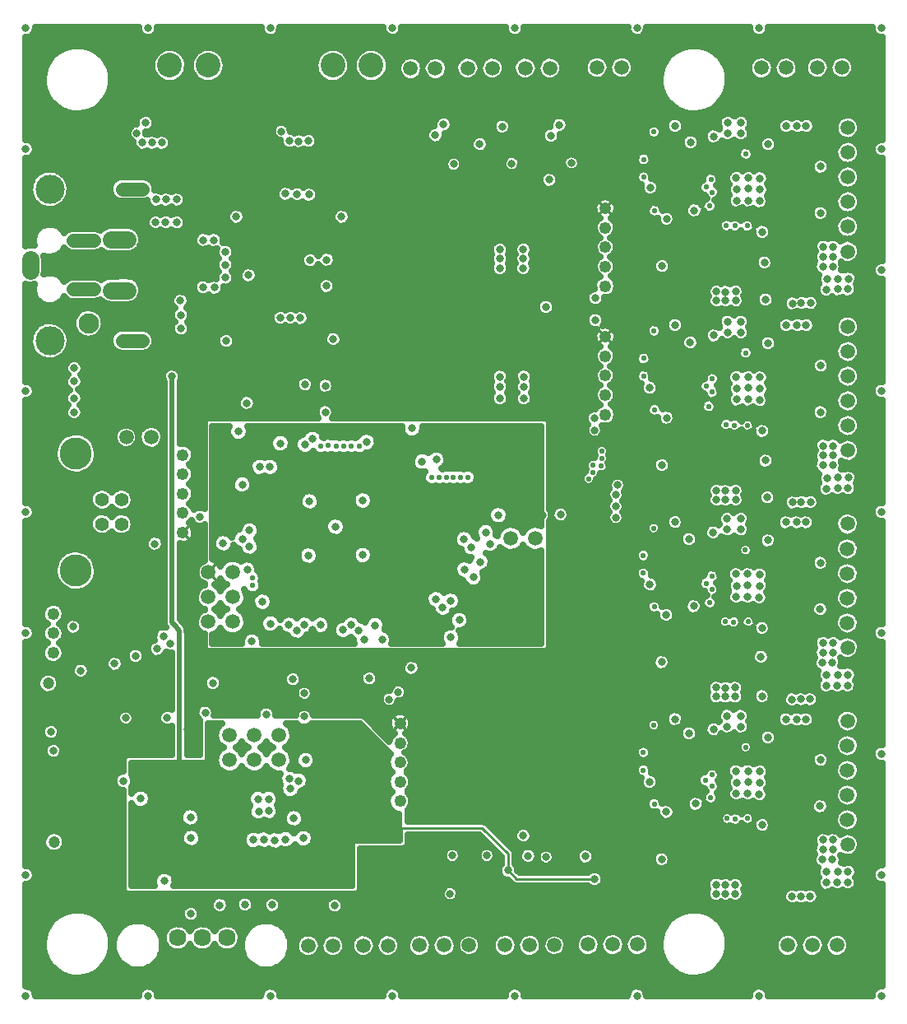
<source format=gbr>
G04 DipTrace Beta 2.3.5.2*
%INVCC.gbr*%
%MOIN*%
%ADD15C,0.01*%
%ADD16C,0.02*%
%ADD17C,0.006*%
%ADD22C,0.025*%
%ADD23C,0.013*%
%ADD32C,0.0709*%
%ADD34C,0.0551*%
%ADD37C,0.1181*%
%ADD39C,0.0827*%
%ADD41C,0.0559*%
%ADD43C,0.1299*%
%ADD45C,0.0591*%
%ADD48C,0.1*%
%ADD51C,0.0705*%
%ADD63C,0.0492*%
%ADD76C,0.0472*%
%ADD97C,0.032*%
%ADD99C,0.022*%
%FSLAX44Y44*%
G04*
G70*
G90*
G75*
G01*
%LNInner2_Plane*%
%LPD*%
X13115Y26215D2*
D17*
X13065Y26265D1*
X10920Y12570D2*
D16*
Y12590D1*
X10570Y12940D1*
Y19140D1*
X10470Y19240D1*
Y19270D1*
X10270Y19470D1*
Y29420D1*
X23900Y9420D2*
D15*
Y10090D1*
X22850Y11140D1*
X18340D1*
X18050Y11430D1*
X27400Y9070D2*
X24250D1*
X23900Y9420D1*
D97*
X6580Y17510D3*
X11565Y13315D3*
X10270Y29420D3*
X23900Y9420D3*
X27400Y9070D3*
X23900Y9420D3*
X20970Y20400D3*
X28265Y23715D3*
Y24165D3*
X21250Y20065D3*
X22770Y21915D3*
X9960Y8990D3*
X15640Y15660D3*
Y16590D3*
X13940Y20300D3*
X21640Y10020D3*
X22140Y21601D3*
X21920Y19560D3*
X12880Y35890D3*
X21550Y8480D3*
X22490Y21290D3*
X21565Y20340D3*
X12465Y30865D3*
X11050Y10740D3*
X11020Y11570D3*
X7950Y17790D3*
X10081Y15599D3*
X27440Y31710D3*
X20415Y25985D3*
X27430Y32600D3*
X27410Y27250D3*
X20990Y26060D3*
X27390Y27730D3*
X28265Y24640D3*
X28335Y25020D3*
X6310Y29760D3*
Y29220D3*
X13320Y21600D3*
X9660Y18390D3*
X34110Y37450D3*
Y36990D3*
X34090Y36520D3*
X33630Y37020D3*
Y37460D3*
X33620Y36550D3*
X33160D3*
X33170Y36990D3*
X33150Y37460D3*
D99*
X32750Y35530D3*
X33090Y35520D3*
X33590D3*
X32070Y36320D3*
X32180Y36880D3*
X31940Y37090D3*
X32120Y37400D3*
X33530Y38440D3*
D97*
X34440Y38830D3*
X32230Y39150D3*
X36570Y37920D3*
X36560Y36040D3*
X34200Y35280D3*
X32350Y32500D3*
Y32860D3*
X33120D3*
X32710Y32500D3*
Y32850D3*
X33120Y32500D3*
X33340Y39270D3*
X32790D3*
X33340Y39700D3*
X32790D3*
X35980Y39560D3*
X35610D3*
X35170D3*
X30670Y39570D3*
D99*
X29833Y36135D3*
X29393Y37495D3*
Y38215D3*
X29813Y39325D3*
D97*
X30320Y35810D3*
X13990Y10670D3*
X14880Y36820D3*
X15350Y36810D3*
X15840Y36790D3*
X17150Y35890D3*
X15870Y34130D3*
X16550Y34150D3*
X16540Y33090D3*
X13380Y33520D3*
X11550Y34950D3*
X11970D3*
X11530Y33040D3*
X12000Y33020D3*
X12440Y33420D3*
Y33950D3*
Y34470D3*
X14710Y39350D3*
X15040Y38960D3*
X15410Y38950D3*
X15800Y38960D3*
X9080Y38890D3*
X9480D3*
X9870D3*
X8850Y39280D3*
X16490Y29050D3*
Y27980D3*
X15660Y29100D3*
X13310Y28350D3*
X13580Y10660D3*
X14670Y31800D3*
X15070D3*
X15480Y31790D3*
X16810Y30940D3*
X22750Y38830D3*
X23660Y39540D3*
X21280Y39630D3*
X20950Y39190D3*
X25980Y39610D3*
X25640Y39170D3*
X21690Y38020D3*
X24050Y38050D3*
X37073Y34675D3*
X37063Y34285D3*
X37053Y33885D3*
X36673Y34675D3*
X36663Y34285D3*
X36653Y33885D3*
X36823Y33375D3*
X37693Y33385D3*
X37273D3*
X36803Y32945D3*
X37673Y32955D3*
X37253D3*
X35423Y32385D3*
X36153Y32395D3*
X35783D3*
X30893Y32415D3*
X31623Y32425D3*
X31253D3*
X37073Y26615D3*
X30133Y33895D3*
X37063Y26225D3*
X37053Y25825D3*
X36673Y26615D3*
X36663Y26225D3*
X36653Y25825D3*
X36823Y25315D3*
X37693Y25325D3*
X37273D3*
X34110Y29390D3*
Y28930D3*
X34090Y28460D3*
X33630Y28960D3*
Y29400D3*
X33620Y28490D3*
X33160D3*
X33170Y28930D3*
X33150Y29400D3*
D99*
X32740Y27480D3*
X33080Y27450D3*
X33610Y27440D3*
X32030Y28210D3*
X32160Y28800D3*
X31940Y29030D3*
X32180Y29330D3*
X33530Y30380D3*
D97*
X34440Y30770D3*
X32230Y31090D3*
X36570Y29860D3*
X36560Y27980D3*
X34200Y27220D3*
X32350Y24440D3*
Y24800D3*
X33120D3*
X32710Y24440D3*
Y24790D3*
X33120Y24440D3*
X33340Y31210D3*
X32790D3*
X33340Y31640D3*
X32790D3*
X35980Y31500D3*
X35610D3*
X35170D3*
X30670Y31510D3*
D99*
X29833Y28075D3*
X29393Y29435D3*
Y30155D3*
X29813Y31265D3*
D97*
X30320Y27750D3*
X36803Y24885D3*
X37673Y24895D3*
X37253D3*
X35423Y24325D3*
X36153Y24335D3*
X35783D3*
X30893Y24355D3*
X31623Y24365D3*
X31253D3*
X30133Y25835D3*
X37061Y18635D3*
X37051Y18245D3*
X37041Y17845D3*
X36661Y18635D3*
X36651Y18245D3*
X36641Y17845D3*
X36811Y17335D3*
X37681Y17345D3*
X37261D3*
X34097Y21409D3*
Y20949D3*
X34077Y20479D3*
X33617Y20979D3*
Y21419D3*
X33607Y20509D3*
X33147D3*
X33157Y20949D3*
X33137Y21419D3*
D99*
X32690Y19490D3*
X33040Y19480D3*
X33630Y19490D3*
X32070Y20260D3*
X32160Y20810D3*
X31927Y21049D3*
X32160Y21340D3*
X33517Y22399D3*
D97*
X34427Y22789D3*
X32217Y23109D3*
X36557Y21879D3*
X36547Y19999D3*
X34187Y19239D3*
X32337Y16459D3*
Y16819D3*
X33107D3*
X32697Y16459D3*
Y16809D3*
X33107Y16459D3*
X33327Y23229D3*
X32777D3*
X33327Y23659D3*
X32777D3*
X35967Y23519D3*
X35597D3*
X35157D3*
X30657Y23529D3*
D99*
X29821Y20095D3*
X29381Y21455D3*
Y22175D3*
X29801Y23285D3*
D97*
X30307Y19769D3*
X36791Y16905D3*
X37661Y16915D3*
X37241D3*
X35411Y16345D3*
X36141Y16355D3*
X35771D3*
X30881Y16375D3*
X31611Y16385D3*
X31241D3*
X30121Y17855D3*
X37063Y10655D3*
X37053Y10265D3*
X37043Y9865D3*
X36663Y10655D3*
X36653Y10265D3*
X36643Y9865D3*
X36813Y9355D3*
X37683Y9365D3*
X37263D3*
X34100Y13430D3*
Y12970D3*
X34080Y12500D3*
X33620Y13000D3*
Y13440D3*
X33610Y12530D3*
X33150D3*
X33160Y12970D3*
X33140Y13440D3*
D99*
X32780Y11520D3*
X33100Y11500D3*
X33610Y11520D3*
X32110Y12360D3*
X32165Y12840D3*
X31890Y13065D3*
X32165Y13290D3*
X33530Y14410D3*
D97*
X34430Y14810D3*
X32220Y15130D3*
X36560Y13900D3*
X36550Y12020D3*
X34190Y11260D3*
X32340Y8480D3*
Y8840D3*
X33110D3*
X32700Y8480D3*
Y8830D3*
X33110Y8480D3*
X33330Y15250D3*
X32780D3*
X33330Y15680D3*
X32780D3*
X35970Y15540D3*
X35600D3*
X35160D3*
X30660Y15550D3*
D99*
X29823Y12115D3*
X29383Y13475D3*
Y14195D3*
X29803Y15305D3*
D97*
X30310Y11790D3*
X36793Y8925D3*
X37663Y8935D3*
X37243D3*
X35413Y8365D3*
X36143Y8375D3*
X35773D3*
X30883Y8395D3*
X31613Y8405D3*
X31243D3*
X30123Y9875D3*
X26470Y38070D3*
X23565Y34190D3*
X24515D3*
Y33815D3*
X23565D3*
X24515Y34565D3*
X23565D3*
X25565Y37390D3*
X4350Y43530D3*
X23040Y10020D3*
X25440Y9965D3*
X14440Y10640D3*
X14880Y10680D3*
X15215Y11540D3*
X15070Y12720D3*
X15410Y13050D3*
X15040Y13120D3*
X13765Y12315D3*
X5360Y15030D3*
X5460Y14260D3*
X19450Y16640D3*
X19080Y16350D3*
X18790Y18770D3*
X18500Y19350D3*
X18060Y18760D3*
X17840Y19140D3*
X17540Y19365D3*
X17215Y19165D3*
X15640Y19365D3*
X16290D3*
X15965Y19165D3*
X15170Y17160D3*
X18270Y17200D3*
X11940Y17015D3*
X24540Y29415D3*
Y29015D3*
Y28540D3*
X23565Y29415D3*
Y29015D3*
Y28540D3*
X25440Y32240D3*
X25090Y31615D3*
X25415D3*
X25740D3*
X26065D3*
X25090Y31290D3*
X25415D3*
X25740D3*
X26065D3*
X14250Y25760D3*
X13840D3*
X18515Y27215D3*
X14190Y12315D3*
Y11840D3*
X22990Y23115D3*
X22115Y22840D3*
X22415Y22515D3*
X13790Y11815D3*
X14665Y26715D3*
X15665Y26665D3*
X15965Y26890D3*
X18160Y26770D3*
X20010Y27320D3*
X12965Y27190D3*
X13415Y22540D3*
X13120Y22840D3*
X15340Y19140D3*
X15015Y19365D3*
X9315Y20115D3*
X24715Y10010D3*
X18360Y10090D3*
X19165Y9150D3*
X34200Y6400D3*
X27980Y9020D3*
X25495Y8490D3*
X20280Y8960D3*
X15690Y13890D3*
X15600Y10720D3*
X14340Y8025D3*
X16865Y8000D3*
X23500Y23810D3*
X25290Y23815D3*
X23680Y25330D3*
X13615Y19390D3*
X14265Y19415D3*
X13065Y26265D3*
X25800Y25300D3*
X10210Y18600D3*
X9920Y18910D3*
X9580Y22650D3*
X6265Y19290D3*
X27040Y9990D3*
X11040Y7665D3*
X12215Y8015D3*
X13240Y8040D3*
X10915Y15140D3*
X14615Y18040D3*
X13515Y18690D3*
X13120Y25050D3*
X13415Y23190D3*
X12515Y13315D3*
X10615Y32490D3*
X10640Y31915D3*
Y31365D3*
X10040Y36590D3*
X10015Y35665D3*
X10465D3*
Y36590D3*
X9640D3*
X9615Y35665D3*
X4350Y4350D3*
X39030Y43530D3*
Y4350D3*
X8870Y9400D3*
X11070Y9860D3*
X12200Y9610D3*
X13240D3*
X16950Y14800D3*
X16530Y10120D3*
X18050Y11430D3*
X9000Y12320D3*
X10920Y12570D3*
X16900Y23340D3*
X15850Y24370D3*
X18010Y24400D3*
Y22190D3*
X15810Y22170D3*
X4350Y9240D3*
Y19040D3*
Y23940D3*
Y28840D3*
Y38630D3*
X39030D3*
Y33730D3*
Y28840D3*
X9300Y43530D3*
X39030Y23940D3*
Y19040D3*
Y14140D3*
Y9250D3*
X14260Y43530D3*
X19210D3*
X24170D3*
X29120D3*
X34070D3*
X9300Y4350D3*
X14260D3*
X19210D3*
X24170D3*
X29120D3*
X34070D3*
X24510Y10830D3*
X11620Y15810D3*
X14100Y15740D3*
X8800Y18110D3*
X19980Y17620D3*
X21580Y18860D3*
D99*
X20810Y25340D3*
D97*
X23180Y22650D3*
X26020Y23830D3*
X29640Y13010D3*
X31500Y12120D3*
X31240Y14970D3*
X29650Y21000D3*
X31230Y22840D3*
X34190Y16480D3*
X34150Y18070D3*
X31420Y20120D3*
X34400Y24530D3*
X34330Y26020D3*
X29640Y28960D3*
X31280Y30800D3*
X34290Y34040D3*
X34340Y32540D3*
X29660Y37070D3*
X31300Y38910D3*
X31450Y36150D3*
X9200Y39700D3*
X11400Y23740D3*
X12350Y22670D3*
X6310Y28550D3*
Y27980D3*
X8400Y15590D3*
X8290Y13050D3*
D99*
X16290Y26610D3*
X16610Y26620D3*
X16920Y26610D3*
X17230D3*
X17550D3*
X17860Y26600D3*
X13520Y21280D3*
X13540Y20970D3*
X21110Y25340D3*
X21400D3*
X21960D3*
X21680D3*
X22260D3*
X27690Y26390D3*
Y26090D3*
X27680Y25790D3*
X27330Y25820D3*
X27320Y25530D3*
X27160Y25280D3*
X4676Y43306D2*
D22*
X8974D1*
X9626D2*
X13935D1*
X14586D2*
X18884D1*
X19536D2*
X23845D1*
X24497D2*
X28794D1*
X29446D2*
X33744D1*
X34395D2*
X38704D1*
X4350Y43058D2*
X39029D1*
X4350Y42809D2*
X6275D1*
X6606D2*
X31275D1*
X31606D2*
X39029D1*
X4350Y42560D2*
X5615D1*
X7266D2*
X9689D1*
X10672D2*
X11247D1*
X12235D2*
X16298D1*
X17282D2*
X17857D1*
X18844D2*
X30615D1*
X32266D2*
X39029D1*
X4350Y42312D2*
X5349D1*
X7532D2*
X9501D1*
X10856D2*
X11064D1*
X12419D2*
X16111D1*
X17469D2*
X17673D1*
X19028D2*
X19638D1*
X20262D2*
X20638D1*
X21262D2*
X21919D1*
X22598D2*
X22919D1*
X23598D2*
X24251D1*
X24930D2*
X25251D1*
X25930D2*
X27138D1*
X27864D2*
X28138D1*
X28864D2*
X30349D1*
X32532D2*
X33818D1*
X34524D2*
X34818D1*
X35524D2*
X36068D1*
X36794D2*
X37068D1*
X37794D2*
X39029D1*
X4350Y42063D2*
X5189D1*
X7692D2*
X9443D1*
X10919D2*
X11002D1*
X12477D2*
X16052D1*
X17528D2*
X17610D1*
X19090D2*
X19447D1*
X21454D2*
X21747D1*
X23770D2*
X24079D1*
X26102D2*
X26982D1*
X29016D2*
X30189D1*
X32692D2*
X33654D1*
X35684D2*
X35911D1*
X37946D2*
X39029D1*
X4350Y41814D2*
X5091D1*
X7790D2*
X9470D1*
X10891D2*
X11027D1*
X12450D2*
X16079D1*
X17501D2*
X17644D1*
X19059D2*
X19419D1*
X21481D2*
X21736D1*
X23786D2*
X24064D1*
X26118D2*
X26978D1*
X29020D2*
X30091D1*
X32790D2*
X33646D1*
X35696D2*
X35908D1*
X37954D2*
X39029D1*
X4350Y41566D2*
X5044D1*
X7836D2*
X9603D1*
X10758D2*
X11161D1*
X12317D2*
X16212D1*
X17368D2*
X17775D1*
X18926D2*
X19533D1*
X20368D2*
X20532D1*
X21368D2*
X21861D1*
X22661D2*
X22861D1*
X23661D2*
X24189D1*
X24993D2*
X25189D1*
X25993D2*
X27119D1*
X27883D2*
X28119D1*
X28883D2*
X30044D1*
X32836D2*
X33779D1*
X34563D2*
X34779D1*
X35563D2*
X36048D1*
X36813D2*
X37048D1*
X37813D2*
X39029D1*
X4350Y41317D2*
X5044D1*
X7836D2*
X10025D1*
X10333D2*
X11587D1*
X11895D2*
X16638D1*
X16942D2*
X18197D1*
X18504D2*
X30044D1*
X32836D2*
X39029D1*
X4350Y41068D2*
X5091D1*
X7790D2*
X30091D1*
X32790D2*
X39029D1*
X4350Y40820D2*
X5185D1*
X7692D2*
X30185D1*
X32692D2*
X39029D1*
X4350Y40571D2*
X5349D1*
X7532D2*
X30349D1*
X32532D2*
X39029D1*
X4350Y40322D2*
X5611D1*
X7266D2*
X30611D1*
X32266D2*
X39029D1*
X4350Y40074D2*
X6251D1*
X6626D2*
X9142D1*
X9259D2*
X31251D1*
X31626D2*
X33283D1*
X33397D2*
X39029D1*
X4350Y39825D2*
X8822D1*
X9579D2*
X20935D1*
X21626D2*
X23392D1*
X23930D2*
X25650D1*
X26313D2*
X30369D1*
X30969D2*
X32411D1*
X33719D2*
X34880D1*
X36270D2*
X37247D1*
X38079D2*
X39029D1*
X4350Y39576D2*
X8630D1*
X9579D2*
X14411D1*
X15008D2*
X20884D1*
X21676D2*
X23263D1*
X24059D2*
X25583D1*
X26379D2*
X29583D1*
X30044D2*
X30271D1*
X31071D2*
X32411D1*
X33719D2*
X34771D1*
X36379D2*
X37134D1*
X38192D2*
X39029D1*
X4350Y39327D2*
X8474D1*
X9266D2*
X14329D1*
X15141D2*
X15701D1*
X15901D2*
X20576D1*
X21528D2*
X23326D1*
X23993D2*
X25275D1*
X26251D2*
X29462D1*
X30165D2*
X30361D1*
X30981D2*
X31876D1*
X33735D2*
X34853D1*
X36297D2*
X37158D1*
X38169D2*
X39029D1*
X4350Y39079D2*
X8533D1*
X10219D2*
X14458D1*
X16180D2*
X20568D1*
X21333D2*
X22443D1*
X23055D2*
X25251D1*
X26028D2*
X29576D1*
X30051D2*
X30939D1*
X31661D2*
X31837D1*
X33688D2*
X34134D1*
X34747D2*
X37345D1*
X37981D2*
X39029D1*
X4692Y38830D2*
X8685D1*
X10266D2*
X14665D1*
X16176D2*
X20822D1*
X21082D2*
X22349D1*
X23149D2*
X25458D1*
X25825D2*
X30908D1*
X31692D2*
X32009D1*
X32450D2*
X34040D1*
X34840D2*
X37255D1*
X38067D2*
X38689D1*
X4747Y38581D2*
X8841D1*
X10106D2*
X15318D1*
X15502D2*
X22447D1*
X23055D2*
X31095D1*
X31504D2*
X33212D1*
X33848D2*
X34134D1*
X34747D2*
X37134D1*
X38188D2*
X38634D1*
X4602Y38333D2*
X21497D1*
X21883D2*
X23810D1*
X24290D2*
X26208D1*
X26735D2*
X29064D1*
X29723D2*
X33197D1*
X33860D2*
X37150D1*
X38169D2*
X38779D1*
X4350Y38084D2*
X21318D1*
X22063D2*
X23673D1*
X24430D2*
X26091D1*
X26848D2*
X29072D1*
X29715D2*
X36208D1*
X36934D2*
X37326D1*
X37993D2*
X39029D1*
X4350Y37835D2*
X21361D1*
X22016D2*
X23744D1*
X24356D2*
X26181D1*
X26762D2*
X36181D1*
X36961D2*
X37259D1*
X38059D2*
X39029D1*
X4350Y37587D2*
X4728D1*
X5907D2*
X25220D1*
X25911D2*
X29056D1*
X29731D2*
X31829D1*
X32411D2*
X32771D1*
X34485D2*
X36372D1*
X36766D2*
X37134D1*
X38184D2*
X39029D1*
X4350Y37338D2*
X4556D1*
X6079D2*
X7861D1*
X9469D2*
X25169D1*
X25961D2*
X29083D1*
X29946D2*
X31704D1*
X32465D2*
X32771D1*
X34493D2*
X37150D1*
X38172D2*
X39029D1*
X4350Y37089D2*
X4490D1*
X6145D2*
X7744D1*
X9586D2*
X14595D1*
X16090D2*
X25318D1*
X25813D2*
X29259D1*
X30059D2*
X31591D1*
X32454D2*
X32783D1*
X34497D2*
X37318D1*
X38001D2*
X39029D1*
X4350Y36841D2*
X4505D1*
X6129D2*
X7767D1*
X10770D2*
X14482D1*
X16235D2*
X29337D1*
X29981D2*
X31708D1*
X32528D2*
X32802D1*
X34477D2*
X37263D1*
X38055D2*
X39029D1*
X4350Y36592D2*
X4607D1*
X6032D2*
X7970D1*
X10864D2*
X14556D1*
X16184D2*
X27529D1*
X28149D2*
X31869D1*
X32356D2*
X32763D1*
X34485D2*
X37134D1*
X38184D2*
X39029D1*
X4350Y36343D2*
X4841D1*
X5794D2*
X9333D1*
X10774D2*
X27369D1*
X28313D2*
X29560D1*
X30110D2*
X31103D1*
X32419D2*
X32822D1*
X34446D2*
X36314D1*
X36805D2*
X37146D1*
X38172D2*
X39029D1*
X4350Y36095D2*
X12540D1*
X13219D2*
X16810D1*
X17489D2*
X27376D1*
X28305D2*
X29486D1*
X30590D2*
X31056D1*
X32329D2*
X36165D1*
X36958D2*
X37314D1*
X38008D2*
X39029D1*
X4350Y35846D2*
X9263D1*
X10817D2*
X12482D1*
X13278D2*
X16751D1*
X17547D2*
X27560D1*
X28118D2*
X29661D1*
X30719D2*
X31204D1*
X31696D2*
X32650D1*
X32852D2*
X36216D1*
X36907D2*
X37271D1*
X38051D2*
X39029D1*
X4350Y35597D2*
X9220D1*
X10860D2*
X12622D1*
X13137D2*
X16892D1*
X17411D2*
X27404D1*
X28278D2*
X29986D1*
X30653D2*
X32408D1*
X34426D2*
X37138D1*
X38184D2*
X39029D1*
X4350Y35348D2*
X4790D1*
X5844D2*
X6009D1*
X8911D2*
X9388D1*
X10692D2*
X27384D1*
X28297D2*
X32454D1*
X34594D2*
X37146D1*
X38176D2*
X39029D1*
X4350Y35100D2*
X4658D1*
X9044D2*
X11181D1*
X12340D2*
X27536D1*
X28141D2*
X33845D1*
X34555D2*
X37306D1*
X38012D2*
X39029D1*
X4350Y34851D2*
X4638D1*
X9051D2*
X11165D1*
X12356D2*
X23298D1*
X23833D2*
X24247D1*
X24782D2*
X27419D1*
X28258D2*
X36318D1*
X38044D2*
X39029D1*
X8934Y34602D2*
X11384D1*
X11715D2*
X11806D1*
X12817D2*
X23165D1*
X23961D2*
X24119D1*
X24915D2*
X27376D1*
X28301D2*
X36283D1*
X38184D2*
X39029D1*
X5669Y34354D2*
X12060D1*
X12821D2*
X15544D1*
X16891D2*
X23204D1*
X23926D2*
X24154D1*
X24876D2*
X27494D1*
X28188D2*
X34060D1*
X34520D2*
X36271D1*
X38180D2*
X39029D1*
X5126Y34105D2*
X12076D1*
X12805D2*
X15470D1*
X16946D2*
X23173D1*
X23954D2*
X24126D1*
X24907D2*
X27443D1*
X28239D2*
X29798D1*
X30469D2*
X33896D1*
X34684D2*
X36310D1*
X38028D2*
X39029D1*
X5126Y33856D2*
X12052D1*
X12829D2*
X13189D1*
X13571D2*
X15587D1*
X16153D2*
X16291D1*
X16809D2*
X23169D1*
X23961D2*
X24119D1*
X24915D2*
X27376D1*
X28305D2*
X29736D1*
X30532D2*
X33939D1*
X34641D2*
X36255D1*
X37454D2*
X38654D1*
X5118Y33608D2*
X5202D1*
X5430D2*
X12091D1*
X12790D2*
X12990D1*
X13770D2*
X23228D1*
X23903D2*
X24177D1*
X24852D2*
X27458D1*
X28219D2*
X29869D1*
X30399D2*
X36376D1*
X38020D2*
X38650D1*
X5864Y33359D2*
X5980D1*
X8852D2*
X11306D1*
X12836D2*
X13017D1*
X13743D2*
X16255D1*
X16825D2*
X27447D1*
X28231D2*
X36423D1*
X38090D2*
X38954D1*
X4350Y33110D2*
X4654D1*
X9028D2*
X11138D1*
X12676D2*
X16142D1*
X16938D2*
X27357D1*
X28325D2*
X32044D1*
X33426D2*
X36443D1*
X38040D2*
X39029D1*
X4350Y32862D2*
X4642D1*
X9059D2*
X10540D1*
X10689D2*
X11177D1*
X12364D2*
X16216D1*
X16864D2*
X27138D1*
X28270D2*
X31951D1*
X33520D2*
X34122D1*
X34559D2*
X36411D1*
X38063D2*
X39029D1*
X4350Y32613D2*
X4732D1*
X8973D2*
X10236D1*
X10993D2*
X25376D1*
X25505D2*
X27029D1*
X27829D2*
X31966D1*
X33504D2*
X33947D1*
X34731D2*
X35099D1*
X36485D2*
X36604D1*
X37852D2*
X39029D1*
X4350Y32364D2*
X5005D1*
X5629D2*
X7634D1*
X8629D2*
X10236D1*
X10993D2*
X25060D1*
X25817D2*
X27115D1*
X27747D2*
X31974D1*
X33493D2*
X33986D1*
X34696D2*
X35025D1*
X36551D2*
X39029D1*
X4350Y32116D2*
X6544D1*
X7243D2*
X10298D1*
X10981D2*
X14443D1*
X15692D2*
X25060D1*
X25817D2*
X35138D1*
X36426D2*
X39029D1*
X4350Y31867D2*
X6310D1*
X7477D2*
X10244D1*
X11036D2*
X14275D1*
X15872D2*
X25380D1*
X25497D2*
X27076D1*
X27805D2*
X30529D1*
X30809D2*
X32466D1*
X33665D2*
X35068D1*
X35274D2*
X35509D1*
X35712D2*
X35876D1*
X36081D2*
X37365D1*
X37961D2*
X39029D1*
X4350Y31618D2*
X4997D1*
X5641D2*
X6240D1*
X7544D2*
X10337D1*
X10942D2*
X14318D1*
X15836D2*
X27052D1*
X27829D2*
X30286D1*
X31055D2*
X32392D1*
X33739D2*
X34790D1*
X36360D2*
X37161D1*
X38165D2*
X39029D1*
X4350Y31369D2*
X4661D1*
X5973D2*
X6275D1*
X7512D2*
X10240D1*
X11040D2*
X27259D1*
X28176D2*
X29482D1*
X30145D2*
X30297D1*
X31044D2*
X31954D1*
X33704D2*
X34794D1*
X36356D2*
X37134D1*
X38196D2*
X39029D1*
X4350Y31121D2*
X4529D1*
X6110D2*
X6435D1*
X7348D2*
X7806D1*
X9524D2*
X10329D1*
X10950D2*
X12165D1*
X12766D2*
X16458D1*
X17165D2*
X27365D1*
X28317D2*
X29497D1*
X30129D2*
X31060D1*
X31501D2*
X31833D1*
X33731D2*
X34283D1*
X34598D2*
X37236D1*
X38090D2*
X39029D1*
X4350Y30872D2*
X4486D1*
X6149D2*
X7736D1*
X9594D2*
X12064D1*
X12864D2*
X16415D1*
X17204D2*
X27380D1*
X28297D2*
X30888D1*
X31672D2*
X31900D1*
X32977D2*
X33156D1*
X33528D2*
X34056D1*
X34825D2*
X37380D1*
X37942D2*
X39029D1*
X4350Y30623D2*
X4525D1*
X6110D2*
X7802D1*
X9528D2*
X12154D1*
X12778D2*
X16583D1*
X17036D2*
X27591D1*
X28086D2*
X30923D1*
X31637D2*
X33290D1*
X33770D2*
X34072D1*
X34809D2*
X37161D1*
X38157D2*
X39029D1*
X4350Y30375D2*
X4658D1*
X5977D2*
X27396D1*
X28286D2*
X29130D1*
X29657D2*
X33181D1*
X33879D2*
X37126D1*
X38192D2*
X39029D1*
X4350Y30126D2*
X4982D1*
X5653D2*
X6204D1*
X6417D2*
X27388D1*
X28290D2*
X29044D1*
X29743D2*
X33302D1*
X33758D2*
X36283D1*
X36860D2*
X37224D1*
X38094D2*
X39029D1*
X4350Y29877D2*
X5931D1*
X6692D2*
X27568D1*
X28114D2*
X29201D1*
X29586D2*
X36169D1*
X36969D2*
X37388D1*
X37930D2*
X39029D1*
X4350Y29629D2*
X5935D1*
X6688D2*
X9935D1*
X10606D2*
X23232D1*
X23899D2*
X24208D1*
X24872D2*
X27411D1*
X28270D2*
X29107D1*
X29680D2*
X32029D1*
X32333D2*
X32829D1*
X34426D2*
X36251D1*
X36891D2*
X37165D1*
X38157D2*
X39029D1*
X4350Y29380D2*
X5947D1*
X6672D2*
X9872D1*
X10669D2*
X15384D1*
X15934D2*
X16286D1*
X16692D2*
X23165D1*
X23961D2*
X24142D1*
X24938D2*
X27380D1*
X28301D2*
X29048D1*
X29739D2*
X31833D1*
X32528D2*
X32751D1*
X34508D2*
X37126D1*
X38192D2*
X39029D1*
X4610Y29131D2*
X5919D1*
X6700D2*
X9931D1*
X10610D2*
X15263D1*
X16879D2*
X23185D1*
X23946D2*
X24158D1*
X24922D2*
X27517D1*
X28165D2*
X29255D1*
X30001D2*
X31607D1*
X32461D2*
X32829D1*
X34450D2*
X37220D1*
X38098D2*
X38771D1*
X4747Y28883D2*
X6111D1*
X6508D2*
X9931D1*
X10610D2*
X15329D1*
X15989D2*
X16127D1*
X16852D2*
X23189D1*
X23942D2*
X24165D1*
X24915D2*
X27431D1*
X28251D2*
X29247D1*
X30032D2*
X31626D1*
X32501D2*
X32775D1*
X34508D2*
X37400D1*
X37922D2*
X38634D1*
X4688Y28634D2*
X5919D1*
X6700D2*
X9931D1*
X10610D2*
X13040D1*
X13579D2*
X23177D1*
X23954D2*
X24154D1*
X24926D2*
X27376D1*
X28305D2*
X29431D1*
X29848D2*
X31857D1*
X32465D2*
X32790D1*
X34446D2*
X37169D1*
X38153D2*
X38693D1*
X4350Y28385D2*
X5947D1*
X6672D2*
X9931D1*
X10610D2*
X12911D1*
X13708D2*
X23201D1*
X23930D2*
X24173D1*
X24907D2*
X27478D1*
X28204D2*
X29712D1*
X29959D2*
X31732D1*
X32329D2*
X32775D1*
X34481D2*
X37126D1*
X38192D2*
X39029D1*
X4350Y28137D2*
X5943D1*
X6676D2*
X9931D1*
X10610D2*
X12978D1*
X13645D2*
X16126D1*
X16856D2*
X27431D1*
X28247D2*
X29490D1*
X30176D2*
X31689D1*
X32372D2*
X33009D1*
X33309D2*
X33470D1*
X33770D2*
X33877D1*
X34305D2*
X36193D1*
X36926D2*
X37216D1*
X38102D2*
X39029D1*
X4350Y27888D2*
X5923D1*
X6700D2*
X9931D1*
X10610D2*
X16103D1*
X16879D2*
X27025D1*
X28325D2*
X29544D1*
X30692D2*
X36173D1*
X36950D2*
X37411D1*
X37911D2*
X39029D1*
X4350Y27639D2*
X6130D1*
X6493D2*
X9931D1*
X10610D2*
X11599D1*
X25559D2*
X27001D1*
X28258D2*
X29939D1*
X30704D2*
X32431D1*
X33868D2*
X36380D1*
X36743D2*
X37169D1*
X38149D2*
X39029D1*
X4350Y27390D2*
X8161D1*
X8680D2*
X9122D1*
X9719D2*
X9931D1*
X10610D2*
X11572D1*
X25586D2*
X27060D1*
X27762D2*
X30189D1*
X30449D2*
X32404D1*
X34559D2*
X37126D1*
X38192D2*
X39029D1*
X4350Y27142D2*
X6111D1*
X6633D2*
X7939D1*
X10610D2*
X11572D1*
X25586D2*
X27048D1*
X27774D2*
X32954D1*
X33208D2*
X33521D1*
X33699D2*
X33810D1*
X34590D2*
X37216D1*
X38106D2*
X39029D1*
X4350Y26893D2*
X5708D1*
X7036D2*
X7911D1*
X10610D2*
X11572D1*
X25586D2*
X33994D1*
X34407D2*
X36396D1*
X37352D2*
X37438D1*
X37891D2*
X39029D1*
X4350Y26644D2*
X5548D1*
X7192D2*
X8021D1*
X8821D2*
X8994D1*
X9844D2*
X9931D1*
X10977D2*
X11572D1*
X25586D2*
X27497D1*
X27883D2*
X36275D1*
X38149D2*
X39029D1*
X4350Y26396D2*
X5486D1*
X7258D2*
X9931D1*
X11176D2*
X11572D1*
X25586D2*
X27361D1*
X28020D2*
X36306D1*
X38196D2*
X39029D1*
X4350Y26147D2*
X5497D1*
X7247D2*
X9931D1*
X11188D2*
X11572D1*
X25586D2*
X27365D1*
X28016D2*
X29900D1*
X30368D2*
X33951D1*
X34708D2*
X36271D1*
X38118D2*
X39029D1*
X4350Y25898D2*
X5587D1*
X7157D2*
X9931D1*
X11040D2*
X11572D1*
X25586D2*
X27009D1*
X27989D2*
X29740D1*
X30528D2*
X33951D1*
X34711D2*
X36259D1*
X37446D2*
X39029D1*
X4350Y25650D2*
X5790D1*
X6954D2*
X9931D1*
X11161D2*
X11572D1*
X25586D2*
X27013D1*
X27977D2*
X29783D1*
X30485D2*
X34247D1*
X34411D2*
X36298D1*
X37907D2*
X39029D1*
X4350Y25401D2*
X9931D1*
X11196D2*
X11572D1*
X25586D2*
X26857D1*
X27622D2*
X36435D1*
X38086D2*
X39029D1*
X4350Y25152D2*
X9931D1*
X11083D2*
X11572D1*
X25586D2*
X26857D1*
X27461D2*
X27982D1*
X28688D2*
X32197D1*
X32504D2*
X32589D1*
X32834D2*
X32966D1*
X33274D2*
X36462D1*
X38051D2*
X39029D1*
X4350Y24904D2*
X7263D1*
X7614D2*
X8052D1*
X8399D2*
X9931D1*
X11141D2*
X11572D1*
X25586D2*
X27974D1*
X28696D2*
X31966D1*
X33504D2*
X36404D1*
X38075D2*
X39029D1*
X4350Y24655D2*
X6970D1*
X8692D2*
X9931D1*
X11200D2*
X11572D1*
X25586D2*
X27884D1*
X28645D2*
X31978D1*
X33489D2*
X34021D1*
X34778D2*
X35220D1*
X36376D2*
X36483D1*
X37985D2*
X39029D1*
X4350Y24406D2*
X6919D1*
X8743D2*
X9931D1*
X11114D2*
X11572D1*
X25586D2*
X27974D1*
X28555D2*
X31951D1*
X33520D2*
X34021D1*
X34778D2*
X35033D1*
X36547D2*
X39029D1*
X4680Y24158D2*
X7001D1*
X8661D2*
X9931D1*
X11114D2*
X11572D1*
X25586D2*
X25814D1*
X26227D2*
X27884D1*
X28645D2*
X32079D1*
X33391D2*
X35064D1*
X36508D2*
X38701D1*
X4751Y23909D2*
X7236D1*
X7641D2*
X8021D1*
X8430D2*
X9931D1*
X26411D2*
X27943D1*
X28586D2*
X32474D1*
X33633D2*
X37392D1*
X37907D2*
X38630D1*
X4626Y23660D2*
X6966D1*
X8696D2*
X9931D1*
X26379D2*
X27888D1*
X28641D2*
X30283D1*
X31036D2*
X32376D1*
X33727D2*
X34786D1*
X36340D2*
X37158D1*
X38141D2*
X38755D1*
X4350Y23411D2*
X6919D1*
X8743D2*
X9931D1*
X11079D2*
X11197D1*
X25586D2*
X28056D1*
X28473D2*
X29497D1*
X30102D2*
X30273D1*
X31040D2*
X31970D1*
X33680D2*
X34775D1*
X36352D2*
X37119D1*
X38184D2*
X39029D1*
X4350Y23163D2*
X7009D1*
X8653D2*
X9931D1*
X11196D2*
X11572D1*
X25586D2*
X29497D1*
X30106D2*
X30556D1*
X30762D2*
X31013D1*
X31446D2*
X31822D1*
X33723D2*
X34369D1*
X34484D2*
X35017D1*
X35297D2*
X35458D1*
X35739D2*
X35825D1*
X36106D2*
X37208D1*
X38094D2*
X39029D1*
X4350Y22914D2*
X9290D1*
X11161D2*
X11572D1*
X25586D2*
X30837D1*
X31622D2*
X31872D1*
X33004D2*
X33103D1*
X33555D2*
X34048D1*
X34805D2*
X37411D1*
X37883D2*
X39029D1*
X4350Y22665D2*
X9181D1*
X10895D2*
X11572D1*
X25586D2*
X30872D1*
X31586D2*
X33345D1*
X33692D2*
X34048D1*
X34805D2*
X37161D1*
X38133D2*
X39029D1*
X4350Y22417D2*
X6173D1*
X6571D2*
X9263D1*
X10610D2*
X11572D1*
X25586D2*
X29138D1*
X29622D2*
X33189D1*
X33848D2*
X34361D1*
X34491D2*
X37115D1*
X38180D2*
X39029D1*
X4350Y22168D2*
X5720D1*
X7020D2*
X9931D1*
X10610D2*
X11572D1*
X25586D2*
X29033D1*
X29731D2*
X33294D1*
X33743D2*
X36294D1*
X36821D2*
X37197D1*
X38098D2*
X39029D1*
X4350Y21919D2*
X5556D1*
X7188D2*
X9931D1*
X10610D2*
X11478D1*
X25586D2*
X29154D1*
X29606D2*
X36161D1*
X36954D2*
X37423D1*
X37872D2*
X39029D1*
X4350Y21671D2*
X5486D1*
X7254D2*
X9931D1*
X10610D2*
X11259D1*
X25586D2*
X29115D1*
X29649D2*
X32833D1*
X34391D2*
X36220D1*
X36895D2*
X37161D1*
X38133D2*
X39029D1*
X4350Y21422D2*
X5494D1*
X7247D2*
X9931D1*
X10610D2*
X11228D1*
X25586D2*
X29033D1*
X29727D2*
X31822D1*
X32501D2*
X32736D1*
X34497D2*
X37115D1*
X38180D2*
X39029D1*
X4350Y21173D2*
X5579D1*
X7165D2*
X9931D1*
X10610D2*
X11341D1*
X25586D2*
X29193D1*
X30008D2*
X31603D1*
X32465D2*
X32829D1*
X34422D2*
X37193D1*
X38102D2*
X39029D1*
X4350Y20925D2*
X5771D1*
X6973D2*
X9931D1*
X10610D2*
X11447D1*
X25586D2*
X29259D1*
X30044D2*
X31603D1*
X32489D2*
X32759D1*
X34497D2*
X37435D1*
X37860D2*
X39029D1*
X4350Y20676D2*
X9931D1*
X10610D2*
X11240D1*
X25586D2*
X29439D1*
X29864D2*
X31841D1*
X32481D2*
X32786D1*
X34422D2*
X37165D1*
X38129D2*
X39029D1*
X4350Y20427D2*
X9931D1*
X10610D2*
X11208D1*
X25586D2*
X31181D1*
X31661D2*
X31768D1*
X32376D2*
X32755D1*
X34473D2*
X37115D1*
X38180D2*
X39029D1*
X4350Y20179D2*
X5158D1*
X5762D2*
X9931D1*
X10610D2*
X11310D1*
X25586D2*
X29482D1*
X30161D2*
X31025D1*
X32411D2*
X32947D1*
X34325D2*
X36193D1*
X36903D2*
X37189D1*
X38106D2*
X39029D1*
X4350Y19930D2*
X4990D1*
X5930D2*
X9931D1*
X10610D2*
X11458D1*
X25586D2*
X29517D1*
X30672D2*
X31072D1*
X31766D2*
X36154D1*
X36942D2*
X37451D1*
X37844D2*
X39029D1*
X4350Y19681D2*
X4994D1*
X5926D2*
X9931D1*
X10610D2*
X11244D1*
X25586D2*
X29919D1*
X30696D2*
X32427D1*
X33891D2*
X36326D1*
X36770D2*
X37169D1*
X38126D2*
X39029D1*
X4350Y19432D2*
X5169D1*
X5751D2*
X5894D1*
X6637D2*
X9931D1*
X10766D2*
X11208D1*
X25586D2*
X30119D1*
X30497D2*
X32365D1*
X34536D2*
X37111D1*
X38184D2*
X39029D1*
X4723Y19184D2*
X5005D1*
X6649D2*
X9638D1*
X10907D2*
X11306D1*
X25586D2*
X32880D1*
X33200D2*
X33790D1*
X34583D2*
X37189D1*
X38106D2*
X38658D1*
X4735Y18935D2*
X4982D1*
X5938D2*
X6119D1*
X6411D2*
X9521D1*
X10911D2*
X11572D1*
X25586D2*
X33943D1*
X34430D2*
X36411D1*
X37309D2*
X37486D1*
X37817D2*
X38646D1*
X4501Y18686D2*
X5119D1*
X5801D2*
X9404D1*
X10911D2*
X11572D1*
X25586D2*
X36263D1*
X38126D2*
X38880D1*
X4350Y18438D2*
X5021D1*
X5899D2*
X8591D1*
X9008D2*
X9263D1*
X10911D2*
X11576D1*
X25579D2*
X34052D1*
X34246D2*
X36306D1*
X38184D2*
X39029D1*
X4350Y18189D2*
X4978D1*
X5946D2*
X8408D1*
X9192D2*
X9318D1*
X10001D2*
X10232D1*
X10911D2*
X29927D1*
X30317D2*
X33771D1*
X34532D2*
X36255D1*
X38118D2*
X39029D1*
X4350Y17940D2*
X5079D1*
X5840D2*
X7583D1*
X8317D2*
X8443D1*
X9161D2*
X10232D1*
X10911D2*
X19759D1*
X20200D2*
X29732D1*
X30512D2*
X33775D1*
X34528D2*
X36251D1*
X37426D2*
X37547D1*
X37751D2*
X39029D1*
X4350Y17692D2*
X6228D1*
X6934D2*
X7564D1*
X8336D2*
X10232D1*
X10911D2*
X19587D1*
X20372D2*
X29759D1*
X30485D2*
X36275D1*
X37426D2*
X37515D1*
X37848D2*
X39029D1*
X4350Y17443D2*
X5150D1*
X5372D2*
X6185D1*
X6973D2*
X7783D1*
X8118D2*
X10232D1*
X10911D2*
X14900D1*
X15442D2*
X17958D1*
X18583D2*
X19626D1*
X20336D2*
X36427D1*
X38067D2*
X39029D1*
X4350Y17194D2*
X4829D1*
X5692D2*
X6353D1*
X6805D2*
X10232D1*
X10911D2*
X11587D1*
X12294D2*
X14771D1*
X15567D2*
X17869D1*
X18669D2*
X36439D1*
X38047D2*
X39029D1*
X4350Y16946D2*
X4786D1*
X5731D2*
X10232D1*
X10911D2*
X11548D1*
X12333D2*
X14837D1*
X15504D2*
X17970D1*
X18571D2*
X19244D1*
X19657D2*
X31958D1*
X33485D2*
X36392D1*
X38059D2*
X39029D1*
X4350Y16697D2*
X4900D1*
X5618D2*
X10232D1*
X10911D2*
X11716D1*
X12165D2*
X15275D1*
X16004D2*
X18978D1*
X19825D2*
X31958D1*
X33485D2*
X33861D1*
X34520D2*
X35255D1*
X36317D2*
X36454D1*
X37989D2*
X39029D1*
X4350Y16448D2*
X10232D1*
X10911D2*
X15290D1*
X15989D2*
X18712D1*
X19774D2*
X31939D1*
X33508D2*
X33790D1*
X34590D2*
X35025D1*
X36528D2*
X39029D1*
X4350Y16200D2*
X10232D1*
X10911D2*
X18736D1*
X19426D2*
X32040D1*
X33403D2*
X33915D1*
X34465D2*
X35040D1*
X36508D2*
X39029D1*
X4350Y15951D2*
X9927D1*
X10911D2*
X11247D1*
X11993D2*
X13767D1*
X14434D2*
X15411D1*
X15868D2*
X32497D1*
X33614D2*
X37443D1*
X37864D2*
X39029D1*
X4350Y15702D2*
X8036D1*
X8762D2*
X9697D1*
X10911D2*
X11236D1*
X18001D2*
X19177D1*
X19864D2*
X30294D1*
X31028D2*
X32380D1*
X33731D2*
X34798D1*
X36333D2*
X37173D1*
X38137D2*
X39029D1*
X4350Y15453D2*
X8048D1*
X8754D2*
X9712D1*
X10911D2*
X11372D1*
X18305D2*
X19040D1*
X19997D2*
X29513D1*
X30094D2*
X30275D1*
X31047D2*
X32005D1*
X33669D2*
X34771D1*
X36360D2*
X37119D1*
X38188D2*
X39029D1*
X4350Y15205D2*
X5005D1*
X5715D2*
X10232D1*
X10911D2*
X11372D1*
X18555D2*
X19064D1*
X19977D2*
X29490D1*
X30118D2*
X30490D1*
X30833D2*
X30923D1*
X31559D2*
X31829D1*
X33727D2*
X34966D1*
X36161D2*
X37197D1*
X38110D2*
X39029D1*
X4350Y14956D2*
X4966D1*
X5754D2*
X10232D1*
X10911D2*
X11372D1*
X18801D2*
X19259D1*
X19778D2*
X30841D1*
X31641D2*
X31865D1*
X33586D2*
X34060D1*
X34801D2*
X37470D1*
X37829D2*
X39029D1*
X4350Y14707D2*
X5146D1*
X5575D2*
X10232D1*
X10911D2*
X11372D1*
X19969D2*
X30947D1*
X31532D2*
X33439D1*
X33625D2*
X34044D1*
X34817D2*
X37173D1*
X38126D2*
X39029D1*
X4350Y14459D2*
X5119D1*
X5801D2*
X10232D1*
X10911D2*
X11372D1*
X19969D2*
X29169D1*
X29598D2*
X33204D1*
X33856D2*
X34275D1*
X34586D2*
X37115D1*
X38184D2*
X38806D1*
X4350Y14210D2*
X5064D1*
X5856D2*
X10232D1*
X10911D2*
X11372D1*
X19782D2*
X29033D1*
X29731D2*
X33275D1*
X33786D2*
X36326D1*
X36797D2*
X37185D1*
X38114D2*
X38638D1*
X4350Y13961D2*
X5208D1*
X5711D2*
X8271D1*
X19954D2*
X29134D1*
X29633D2*
X36165D1*
X36954D2*
X37486D1*
X37813D2*
X38677D1*
X4350Y13713D2*
X8259D1*
X19977D2*
X29138D1*
X29629D2*
X32857D1*
X34372D2*
X36212D1*
X36911D2*
X37177D1*
X38126D2*
X39029D1*
X4350Y13464D2*
X8259D1*
X19840D2*
X29033D1*
X29735D2*
X31865D1*
X32465D2*
X32740D1*
X34497D2*
X37115D1*
X38184D2*
X39029D1*
X4350Y13215D2*
X7927D1*
X19958D2*
X29165D1*
X29977D2*
X31576D1*
X32504D2*
X32814D1*
X34434D2*
X37185D1*
X38118D2*
X39029D1*
X4350Y12967D2*
X7900D1*
X20004D2*
X29244D1*
X30036D2*
X31556D1*
X32489D2*
X32759D1*
X34501D2*
X37509D1*
X37794D2*
X39029D1*
X4350Y12718D2*
X8091D1*
X19903D2*
X29380D1*
X29899D2*
X31837D1*
X32493D2*
X32802D1*
X34411D2*
X37181D1*
X38122D2*
X39029D1*
X4350Y12469D2*
X8259D1*
X19934D2*
X31337D1*
X31661D2*
X31779D1*
X32442D2*
X32755D1*
X34477D2*
X37115D1*
X38184D2*
X39029D1*
X4350Y12221D2*
X8259D1*
X20004D2*
X29490D1*
X30157D2*
X31115D1*
X32430D2*
X32915D1*
X34356D2*
X36208D1*
X36891D2*
X37181D1*
X38122D2*
X39029D1*
X4350Y11972D2*
X8259D1*
X19934D2*
X29505D1*
X30665D2*
X31130D1*
X31868D2*
X36154D1*
X36946D2*
X37517D1*
X37786D2*
X39029D1*
X4350Y11723D2*
X8259D1*
X19848D2*
X29915D1*
X30704D2*
X32529D1*
X33864D2*
X36298D1*
X36805D2*
X37181D1*
X38118D2*
X39029D1*
X4350Y11474D2*
X8259D1*
X19848D2*
X30083D1*
X30536D2*
X32454D1*
X34524D2*
X37115D1*
X38184D2*
X39029D1*
X4350Y11226D2*
X8259D1*
X23165D2*
X32677D1*
X33297D2*
X33505D1*
X33712D2*
X33794D1*
X34590D2*
X37177D1*
X38122D2*
X39029D1*
X4350Y10977D2*
X5271D1*
X5711D2*
X8259D1*
X23415D2*
X24142D1*
X24879D2*
X33919D1*
X34461D2*
X36447D1*
X37282D2*
X37494D1*
X37805D2*
X39029D1*
X4350Y10728D2*
X5044D1*
X5938D2*
X8259D1*
X19848D2*
X22861D1*
X23661D2*
X24122D1*
X24895D2*
X36271D1*
X38114D2*
X39029D1*
X4350Y10480D2*
X5025D1*
X5958D2*
X8259D1*
X19844D2*
X23111D1*
X23911D2*
X24353D1*
X24669D2*
X36306D1*
X38188D2*
X39029D1*
X4350Y10231D2*
X5169D1*
X5813D2*
X8259D1*
X17942D2*
X21329D1*
X21950D2*
X22728D1*
X24149D2*
X24388D1*
X25044D2*
X25181D1*
X25700D2*
X26728D1*
X27352D2*
X29978D1*
X30266D2*
X36255D1*
X38133D2*
X39029D1*
X4350Y9982D2*
X8259D1*
X17942D2*
X21263D1*
X22016D2*
X22661D1*
X23419D2*
X23607D1*
X24192D2*
X24318D1*
X25821D2*
X26642D1*
X27438D2*
X29740D1*
X30508D2*
X36263D1*
X37840D2*
X39029D1*
X4350Y9734D2*
X8259D1*
X17942D2*
X21408D1*
X21876D2*
X22806D1*
X23274D2*
X23611D1*
X24192D2*
X24439D1*
X24993D2*
X25150D1*
X25735D2*
X26744D1*
X27340D2*
X29751D1*
X30497D2*
X36267D1*
X37419D2*
X37587D1*
X37780D2*
X39029D1*
X4661Y9485D2*
X8259D1*
X17942D2*
X23505D1*
X24294D2*
X36435D1*
X38063D2*
X38712D1*
X4751Y9236D2*
X8259D1*
X17942D2*
X23548D1*
X27762D2*
X36431D1*
X38059D2*
X38630D1*
X4653Y8988D2*
X8259D1*
X17942D2*
X23935D1*
X27790D2*
X31970D1*
X33481D2*
X36400D1*
X38059D2*
X38736D1*
X4350Y8739D2*
X8259D1*
X17942D2*
X21283D1*
X21817D2*
X27201D1*
X27602D2*
X31954D1*
X33497D2*
X35658D1*
X35891D2*
X36027D1*
X36258D2*
X36443D1*
X38008D2*
X39029D1*
X4350Y8490D2*
X8396D1*
X17825D2*
X21169D1*
X21930D2*
X31939D1*
X33508D2*
X35036D1*
X36524D2*
X39029D1*
X4350Y8242D2*
X11892D1*
X12540D2*
X12900D1*
X13583D2*
X14009D1*
X14672D2*
X16552D1*
X17176D2*
X21263D1*
X21836D2*
X32025D1*
X33422D2*
X35036D1*
X36520D2*
X39029D1*
X4350Y7993D2*
X10833D1*
X11247D2*
X11818D1*
X12614D2*
X12845D1*
X13637D2*
X13943D1*
X14739D2*
X16466D1*
X17266D2*
X35349D1*
X35478D2*
X39029D1*
X4350Y7744D2*
X5974D1*
X6907D2*
X10650D1*
X11430D2*
X11931D1*
X12501D2*
X12986D1*
X13497D2*
X14068D1*
X14614D2*
X16568D1*
X17165D2*
X30974D1*
X31907D2*
X39029D1*
X4350Y7495D2*
X5533D1*
X7348D2*
X10681D1*
X11399D2*
X30533D1*
X32348D2*
X39029D1*
X4350Y7247D2*
X5298D1*
X7579D2*
X8365D1*
X9419D2*
X10357D1*
X10626D2*
X11357D1*
X11626D2*
X12357D1*
X12626D2*
X13560D1*
X14618D2*
X30298D1*
X32579D2*
X39029D1*
X4350Y6998D2*
X5158D1*
X7723D2*
X8083D1*
X9700D2*
X9990D1*
X12993D2*
X13279D1*
X14899D2*
X30158D1*
X32723D2*
X39029D1*
X4350Y6749D2*
X5076D1*
X7805D2*
X7943D1*
X15040D2*
X15435D1*
X16165D2*
X16435D1*
X17165D2*
X17654D1*
X18407D2*
X18654D1*
X19407D2*
X19923D1*
X20696D2*
X20923D1*
X21696D2*
X21951D1*
X22669D2*
X23384D1*
X24157D2*
X24384D1*
X25157D2*
X25411D1*
X26129D2*
X26724D1*
X27555D2*
X27724D1*
X28555D2*
X28724D1*
X29555D2*
X30076D1*
X32805D2*
X34841D1*
X35618D2*
X35841D1*
X36618D2*
X36841D1*
X37618D2*
X39029D1*
X4350Y6501D2*
X5040D1*
X15098D2*
X15283D1*
X17317D2*
X17509D1*
X19551D2*
X19786D1*
X22813D2*
X23247D1*
X26274D2*
X26611D1*
X29669D2*
X30040D1*
X32840D2*
X34708D1*
X37754D2*
X39029D1*
X4350Y6252D2*
X5052D1*
X9899D2*
X10107D1*
X10876D2*
X11107D1*
X11876D2*
X12107D1*
X12876D2*
X13079D1*
X15094D2*
X15279D1*
X17321D2*
X17513D1*
X19547D2*
X19794D1*
X22805D2*
X23255D1*
X26266D2*
X26634D1*
X29645D2*
X30052D1*
X32829D2*
X34712D1*
X37747D2*
X39029D1*
X4350Y6003D2*
X5111D1*
X7770D2*
X7954D1*
X9829D2*
X13150D1*
X15028D2*
X15419D1*
X16180D2*
X16419D1*
X17180D2*
X17661D1*
X18399D2*
X18661D1*
X19399D2*
X19954D1*
X20669D2*
X20954D1*
X21669D2*
X21986D1*
X22637D2*
X23411D1*
X24129D2*
X24411D1*
X25129D2*
X25443D1*
X26094D2*
X26822D1*
X27458D2*
X27822D1*
X28458D2*
X28822D1*
X29458D2*
X30111D1*
X32770D2*
X34872D1*
X35586D2*
X35872D1*
X36586D2*
X36872D1*
X37586D2*
X39029D1*
X4350Y5755D2*
X5220D1*
X7657D2*
X8107D1*
X9676D2*
X13302D1*
X14876D2*
X30220D1*
X32657D2*
X39029D1*
X4350Y5506D2*
X5404D1*
X7477D2*
X8419D1*
X9364D2*
X13615D1*
X14563D2*
X30404D1*
X32477D2*
X39029D1*
X4350Y5257D2*
X5712D1*
X7169D2*
X30712D1*
X32169D2*
X39029D1*
X4350Y5009D2*
X39029D1*
X4350Y4760D2*
X39029D1*
X4715Y4511D2*
X8935D1*
X9665D2*
X13896D1*
X14626D2*
X18845D1*
X19575D2*
X23806D1*
X24532D2*
X28755D1*
X29485D2*
X33708D1*
X34434D2*
X38665D1*
X5086Y33580D2*
X5082Y33569D1*
X5218Y33606D1*
X5343Y33613D1*
X5467Y33597D1*
X5585Y33557D1*
X5694Y33496D1*
X5789Y33415D1*
X5867Y33318D1*
X5901Y33265D1*
X5991Y33351D1*
X6100Y33411D1*
X6240Y33443D1*
X6657Y33446D1*
X7172Y33442D1*
X7293Y33411D1*
X7416Y33336D1*
X7505Y33405D1*
X7618Y33457D1*
X7760Y33483D1*
X8468Y33486D1*
X8534Y33482D1*
X8656Y33454D1*
X8768Y33400D1*
X8867Y33323D1*
X8945Y33226D1*
X9001Y33115D1*
X9032Y32994D1*
X9037Y32917D1*
X9023Y32793D1*
X8983Y32674D1*
X8918Y32568D1*
X8831Y32478D1*
X8727Y32410D1*
X8610Y32365D1*
X8468Y32347D1*
X7795Y32348D1*
X7693Y32357D1*
X7574Y32393D1*
X7465Y32455D1*
X7366Y32538D1*
X7253Y32487D1*
X7109Y32465D1*
X6279Y32466D1*
X6179Y32476D1*
X6061Y32518D1*
X5958Y32588D1*
X5899Y32655D1*
X5872Y32601D1*
X5795Y32503D1*
X5700Y32421D1*
X5593Y32358D1*
X5475Y32317D1*
X5351Y32299D1*
X5226Y32304D1*
X5105Y32333D1*
X4991Y32385D1*
X4889Y32457D1*
X4803Y32547D1*
X4735Y32651D1*
X4688Y32767D1*
X4663Y32889D1*
Y33014D1*
X4693Y33155D1*
X4550Y33135D1*
X4425Y33144D1*
X4325Y33175D1*
Y29215D1*
X4457Y29200D1*
X4568Y29145D1*
X4656Y29057D1*
X4710Y28945D1*
X4725Y28840D1*
X4705Y28717D1*
X4645Y28608D1*
X4553Y28525D1*
X4438Y28476D1*
X4326Y28468D1*
X4325Y24317D1*
X4457Y24300D1*
X4568Y24245D1*
X4656Y24157D1*
X4710Y24045D1*
X4725Y23940D1*
X4705Y23817D1*
X4645Y23708D1*
X4553Y23625D1*
X4438Y23576D1*
X4326Y23568D1*
X4325Y19411D1*
X4457Y19400D1*
X4568Y19345D1*
X4656Y19257D1*
X4710Y19145D1*
X4725Y19040D1*
X4705Y18917D1*
X4645Y18808D1*
X4553Y18725D1*
X4438Y18676D1*
X4326Y18668D1*
X4325Y9614D1*
X4457Y9600D1*
X4568Y9545D1*
X4656Y9457D1*
X4710Y9345D1*
X4725Y9240D1*
X4705Y9117D1*
X4645Y9008D1*
X4553Y8925D1*
X4438Y8876D1*
X4326Y8868D1*
X4325Y4723D1*
X4457Y4710D1*
X4568Y4655D1*
X4656Y4567D1*
X4710Y4455D1*
X4725Y4350D1*
X4721Y4323D1*
X8923Y4325D1*
X8932Y4422D1*
X8976Y4538D1*
X9055Y4634D1*
X9161Y4699D1*
X9283Y4725D1*
X9407Y4710D1*
X9518Y4655D1*
X9606Y4567D1*
X9660Y4455D1*
X9675Y4350D1*
X9671Y4323D1*
X12450Y4325D1*
X13884D1*
X13892Y4422D1*
X13936Y4538D1*
X14015Y4634D1*
X14121Y4699D1*
X14243Y4725D1*
X14367Y4710D1*
X14478Y4655D1*
X14566Y4567D1*
X14620Y4455D1*
X14635Y4350D1*
X14631Y4323D1*
X18575Y4325D1*
X18837D1*
X18842Y4422D1*
X18886Y4538D1*
X18965Y4634D1*
X19071Y4699D1*
X19193Y4725D1*
X19317Y4710D1*
X19428Y4655D1*
X19516Y4567D1*
X19570Y4455D1*
X19585Y4350D1*
X19581Y4323D1*
X23798Y4325D1*
X23802Y4422D1*
X23846Y4538D1*
X23925Y4634D1*
X24031Y4699D1*
X24153Y4725D1*
X24277Y4710D1*
X24388Y4655D1*
X24476Y4567D1*
X24530Y4455D1*
X24545Y4350D1*
X24541Y4323D1*
X27450Y4325D1*
X28743D1*
X28752Y4422D1*
X28796Y4538D1*
X28875Y4634D1*
X28981Y4699D1*
X29103Y4725D1*
X29227Y4710D1*
X29338Y4655D1*
X29426Y4567D1*
X29480Y4455D1*
X29495Y4350D1*
X29491Y4323D1*
X33696Y4325D1*
X33702Y4422D1*
X33746Y4538D1*
X33825Y4634D1*
X33931Y4699D1*
X34053Y4725D1*
X34177Y4710D1*
X34288Y4655D1*
X34376Y4567D1*
X34430Y4455D1*
X34445Y4350D1*
X34441Y4323D1*
X36700Y4325D1*
X38657D1*
X38662Y4422D1*
X38706Y4538D1*
X38785Y4634D1*
X38891Y4699D1*
X39013Y4725D1*
X39055Y4720D1*
Y8876D1*
X38994Y8877D1*
X38874Y8909D1*
X38771Y8979D1*
X38697Y9079D1*
X38659Y9197D1*
X38662Y9322D1*
X38706Y9438D1*
X38785Y9534D1*
X38891Y9599D1*
X39013Y9625D1*
X39055Y9620D1*
Y13767D1*
X38994D1*
X38874Y13799D1*
X38771Y13869D1*
X38697Y13969D1*
X38659Y14087D1*
X38662Y14212D1*
X38706Y14328D1*
X38785Y14424D1*
X38891Y14489D1*
X39013Y14515D1*
X39055Y14510D1*
Y18665D1*
X38994Y18667D1*
X38874Y18699D1*
X38771Y18769D1*
X38697Y18869D1*
X38659Y18987D1*
X38662Y19112D1*
X38706Y19228D1*
X38785Y19324D1*
X38891Y19389D1*
X39013Y19415D1*
X39055Y19410D1*
Y23563D1*
X38994Y23567D1*
X38874Y23599D1*
X38771Y23669D1*
X38697Y23769D1*
X38659Y23887D1*
X38662Y24012D1*
X38706Y24128D1*
X38785Y24224D1*
X38891Y24289D1*
X39013Y24315D1*
X39055Y24310D1*
Y28470D1*
X38994Y28467D1*
X38874Y28499D1*
X38771Y28569D1*
X38697Y28669D1*
X38659Y28787D1*
X38662Y28912D1*
X38706Y29028D1*
X38785Y29124D1*
X38891Y29189D1*
X39013Y29215D1*
X39055Y29210D1*
Y33353D1*
X38994Y33357D1*
X38874Y33389D1*
X38771Y33459D1*
X38697Y33559D1*
X38659Y33677D1*
X38662Y33802D1*
X38706Y33918D1*
X38785Y34014D1*
X38891Y34079D1*
X39013Y34105D1*
X39055Y34100D1*
Y38259D1*
X38994Y38257D1*
X38874Y38289D1*
X38771Y38359D1*
X38697Y38459D1*
X38659Y38577D1*
X38662Y38702D1*
X38706Y38818D1*
X38785Y38914D1*
X38891Y38979D1*
X39013Y39005D1*
X39055Y39000D1*
Y43157D1*
X38994D1*
X38874Y43189D1*
X38771Y43259D1*
X38697Y43359D1*
X38659Y43477D1*
X38661Y43559D1*
X37805Y43555D1*
X34442D1*
X34425Y43407D1*
X34365Y43298D1*
X34273Y43215D1*
X34158Y43166D1*
X34034Y43157D1*
X33914Y43189D1*
X33811Y43259D1*
X33737Y43359D1*
X33699Y43477D1*
X33701Y43559D1*
X33305Y43555D1*
X29497D1*
X29475Y43407D1*
X29415Y43298D1*
X29323Y43215D1*
X29208Y43166D1*
X29084Y43157D1*
X28964Y43189D1*
X28861Y43259D1*
X28787Y43359D1*
X28749Y43477D1*
X28751Y43559D1*
X28180Y43555D1*
X24543D1*
X24525Y43407D1*
X24465Y43298D1*
X24373Y43215D1*
X24258Y43166D1*
X24134Y43157D1*
X24014Y43189D1*
X23911Y43259D1*
X23837Y43359D1*
X23799Y43477D1*
X23801Y43559D1*
X22930Y43555D1*
X19583D1*
X19565Y43407D1*
X19505Y43298D1*
X19413Y43215D1*
X19298Y43166D1*
X19174Y43157D1*
X19054Y43189D1*
X18951Y43259D1*
X18877Y43359D1*
X18839Y43477D1*
X18841Y43559D1*
X18430Y43555D1*
X14637D1*
X14615Y43407D1*
X14555Y43298D1*
X14463Y43215D1*
X14348Y43166D1*
X14224Y43157D1*
X14104Y43189D1*
X14001Y43259D1*
X13927Y43359D1*
X13889Y43477D1*
X13891Y43559D1*
X13180Y43555D1*
X9676D1*
X9655Y43407D1*
X9595Y43298D1*
X9503Y43215D1*
X9388Y43166D1*
X9264Y43157D1*
X9144Y43189D1*
X9041Y43259D1*
X8967Y43359D1*
X8929Y43477D1*
X8931Y43559D1*
X8055Y43555D1*
X4723D1*
X4705Y43407D1*
X4645Y43298D1*
X4553Y43215D1*
X4438Y43166D1*
X4326Y43158D1*
X4325Y39004D1*
X4457Y38990D1*
X4568Y38935D1*
X4656Y38847D1*
X4710Y38735D1*
X4725Y38630D1*
X4705Y38507D1*
X4645Y38398D1*
X4553Y38315D1*
X4438Y38266D1*
X4326Y38258D1*
X4325Y34708D1*
X4473Y34743D1*
X4597Y34742D1*
X4692Y34720D1*
X4663Y34858D1*
Y34983D1*
X4686Y35105D1*
X4731Y35222D1*
X4798Y35327D1*
X4883Y35418D1*
X4984Y35491D1*
X5097Y35544D1*
X5218Y35575D1*
X5343Y35582D1*
X5467Y35565D1*
X5585Y35526D1*
X5694Y35464D1*
X5789Y35383D1*
X5867Y35286D1*
X5901Y35233D1*
X5991Y35319D1*
X6100Y35380D1*
X6240Y35411D1*
X6657Y35415D1*
X7172Y35411D1*
X7293Y35379D1*
X7371Y35336D1*
X7406Y35376D1*
X7505Y35452D1*
X7618Y35504D1*
X7760Y35530D1*
X8468Y35533D1*
X8534Y35529D1*
X8656Y35501D1*
X8768Y35447D1*
X8867Y35370D1*
X8945Y35273D1*
X9001Y35162D1*
X9032Y35041D1*
X9037Y34964D1*
X9023Y34840D1*
X8983Y34722D1*
X8918Y34615D1*
X8831Y34526D1*
X8727Y34457D1*
X8610Y34413D1*
X8468Y34394D1*
X7795Y34396D1*
X7693Y34404D1*
X7574Y34441D1*
X7465Y34502D1*
X7416Y34546D1*
X7366Y34507D1*
X7253Y34455D1*
X7109Y34434D1*
X6279Y34435D1*
X6179Y34445D1*
X6061Y34486D1*
X5958Y34556D1*
X5899Y34624D1*
X5872Y34569D1*
X5795Y34471D1*
X5700Y34389D1*
X5593Y34327D1*
X5475Y34286D1*
X5351Y34267D1*
X5226Y34273D1*
X5080Y34313D1*
X5100Y34176D1*
Y33704D1*
X5086Y33580D1*
X6114Y30745D2*
X6085Y30623D1*
X6038Y30508D1*
X5973Y30401D1*
X5893Y30305D1*
X5799Y30223D1*
X5693Y30156D1*
X5578Y30107D1*
X5458Y30076D1*
X5333Y30064D1*
X5209Y30071D1*
X5087Y30098D1*
X4970Y30143D1*
X4862Y30205D1*
X4765Y30284D1*
X4681Y30376D1*
X4612Y30481D1*
X4561Y30594D1*
X4527Y30715D1*
X4513Y30839D1*
X4518Y30963D1*
X4542Y31086D1*
X4585Y31203D1*
X4645Y31312D1*
X4722Y31411D1*
X4813Y31497D1*
X4916Y31567D1*
X5028Y31621D1*
X5148Y31657D1*
X5272Y31674D1*
X5397Y31671D1*
X5520Y31649D1*
X5638Y31609D1*
X5748Y31550D1*
X5848Y31476D1*
X5936Y31386D1*
X6008Y31285D1*
X6064Y31173D1*
X6102Y31054D1*
X6123Y30869D1*
X6114Y30745D1*
Y36887D2*
X6085Y36765D1*
X6038Y36649D1*
X5973Y36543D1*
X5893Y36447D1*
X5799Y36365D1*
X5693Y36298D1*
X5578Y36249D1*
X5458Y36218D1*
X5333Y36206D1*
X5209Y36213D1*
X5087Y36239D1*
X4970Y36284D1*
X4862Y36347D1*
X4765Y36425D1*
X4681Y36518D1*
X4612Y36622D1*
X4561Y36736D1*
X4527Y36856D1*
X4513Y36980D1*
X4518Y37105D1*
X4542Y37228D1*
X4585Y37345D1*
X4645Y37454D1*
X4722Y37553D1*
X4813Y37638D1*
X4916Y37709D1*
X5028Y37763D1*
X5148Y37798D1*
X5272Y37815D1*
X5397Y37813D1*
X5520Y37791D1*
X5638Y37750D1*
X5748Y37692D1*
X5848Y37617D1*
X5936Y37528D1*
X6008Y37426D1*
X6064Y37315D1*
X6102Y37196D1*
X6123Y37011D1*
X6114Y36887D1*
X9553Y30746D2*
X9506Y30630D1*
X9432Y30530D1*
X9335Y30451D1*
X9221Y30400D1*
X9078Y30379D1*
X8247Y30380D1*
X8147Y30390D1*
X8030Y30431D1*
X7927Y30501D1*
X7844Y30595D1*
X7788Y30706D1*
X7762Y30828D1*
X7768Y30953D1*
X7804Y31072D1*
X7870Y31178D1*
X7960Y31264D1*
X8069Y31325D1*
X8209Y31356D1*
X8626Y31360D1*
X9141Y31356D1*
X9261Y31324D1*
X9370Y31263D1*
X9460Y31177D1*
X9525Y31071D1*
X9561Y30951D1*
X9568Y30869D1*
X9553Y30746D1*
X9267Y36563D2*
X9221Y36542D1*
X9078Y36520D1*
X8247Y36522D1*
X8147Y36531D1*
X8030Y36573D1*
X7927Y36643D1*
X7844Y36737D1*
X7788Y36848D1*
X7762Y36970D1*
X7768Y37094D1*
X7804Y37214D1*
X7870Y37320D1*
X7960Y37406D1*
X8069Y37466D1*
X8209Y37498D1*
X8626Y37502D1*
X9141Y37498D1*
X9261Y37466D1*
X9370Y37405D1*
X9460Y37319D1*
X9525Y37212D1*
X9561Y37093D1*
X9568Y37011D1*
X9561Y36953D1*
X9623Y36965D1*
X9747Y36950D1*
X9834Y36907D1*
X9901Y36939D1*
X10023Y36965D1*
X10147Y36950D1*
X10255Y36897D1*
X10326Y36939D1*
X10448Y36965D1*
X10572Y36950D1*
X10683Y36895D1*
X10771Y36807D1*
X10825Y36695D1*
X10840Y36590D1*
X10820Y36467D1*
X10760Y36358D1*
X10668Y36275D1*
X10553Y36226D1*
X10429Y36217D1*
X10309Y36249D1*
X10254Y36286D1*
X10128Y36226D1*
X10004Y36217D1*
X9884Y36249D1*
X9842Y36278D1*
X9728Y36226D1*
X9604Y36217D1*
X9484Y36249D1*
X9381Y36319D1*
X9307Y36419D1*
X9269Y36557D1*
X7509Y31454D2*
X7472Y31334D1*
X7412Y31225D1*
X7332Y31129D1*
X7235Y31051D1*
X7124Y30994D1*
X7004Y30960D1*
X6880Y30950D1*
X6756Y30965D1*
X6637Y31004D1*
X6529Y31066D1*
X6435Y31148D1*
X6359Y31247D1*
X6304Y31359D1*
X6272Y31479D1*
X6265Y31604D1*
X6282Y31727D1*
X6324Y31845D1*
X6388Y31952D1*
X6472Y32045D1*
X6572Y32119D1*
X6685Y32171D1*
X6807Y32200D1*
X6931Y32205D1*
X7055Y32185D1*
X7171Y32141D1*
X7277Y32075D1*
X7368Y31989D1*
X7440Y31887D1*
X7490Y31773D1*
X7517Y31651D1*
X7521Y31578D1*
X7509Y31454D1*
X8704Y23324D2*
X8658Y23209D1*
X8585Y23108D1*
X8488Y23029D1*
X8375Y22977D1*
X8252Y22954D1*
X8128Y22963D1*
X8010Y23003D1*
X7905Y23071D1*
X7835Y23149D1*
X7701Y23029D1*
X7588Y22977D1*
X7465Y22954D1*
X7341Y22963D1*
X7222Y23003D1*
X7118Y23071D1*
X7034Y23163D1*
X6976Y23273D1*
X6947Y23395D1*
X6949Y23519D1*
X6982Y23639D1*
X7044Y23747D1*
X7132Y23836D1*
X7239Y23901D1*
X7358Y23936D1*
X7417Y23938D1*
X7341Y23947D1*
X7222Y23987D1*
X7118Y24055D1*
X7034Y24147D1*
X6976Y24258D1*
X6947Y24379D1*
X6949Y24503D1*
X6982Y24624D1*
X7044Y24732D1*
X7132Y24820D1*
X7239Y24885D1*
X7358Y24920D1*
X7483Y24925D1*
X7604Y24898D1*
X7716Y24842D1*
X7809Y24759D1*
X7832Y24732D1*
X7919Y24820D1*
X8026Y24885D1*
X8146Y24920D1*
X8270Y24925D1*
X8392Y24898D1*
X8503Y24842D1*
X8597Y24759D1*
X8667Y24656D1*
X8709Y24539D1*
X8720Y24432D1*
X8704Y24309D1*
X8658Y24193D1*
X8585Y24092D1*
X8488Y24013D1*
X8375Y23961D1*
X8264Y23941D1*
X8128Y23947D1*
X8010Y23987D1*
X7905Y24055D1*
X7835Y24133D1*
X7701Y24013D1*
X7588Y23961D1*
X7476Y23941D1*
X7604Y23914D1*
X7716Y23857D1*
X7809Y23775D1*
X7832Y23747D1*
X7919Y23836D1*
X8026Y23901D1*
X8146Y23936D1*
X8274Y23940D1*
X8392Y23914D1*
X8503Y23857D1*
X8597Y23775D1*
X8667Y23672D1*
X8709Y23554D1*
X8720Y23448D1*
X8704Y23324D1*
X7227Y26186D2*
X7200Y26064D1*
X7156Y25947D1*
X7095Y25838D1*
X7020Y25738D1*
X6930Y25651D1*
X6830Y25577D1*
X6719Y25519D1*
X6602Y25477D1*
X6479Y25452D1*
X6354Y25446D1*
X6230Y25457D1*
X6109Y25486D1*
X5993Y25533D1*
X5885Y25596D1*
X5787Y25673D1*
X5701Y25764D1*
X5629Y25866D1*
X5573Y25978D1*
X5534Y26096D1*
X5511Y26219D1*
X5507Y26344D1*
X5521Y26468D1*
X5553Y26589D1*
X5601Y26704D1*
X5666Y26811D1*
X5746Y26907D1*
X5838Y26991D1*
X5942Y27061D1*
X6054Y27115D1*
X6174Y27152D1*
X6297Y27172D1*
X6422Y27173D1*
X6546Y27157D1*
X6666Y27123D1*
X6780Y27072D1*
X6885Y27005D1*
X6980Y26924D1*
X7062Y26830D1*
X7130Y26725D1*
X7182Y26611D1*
X7217Y26491D1*
X7236Y26310D1*
X7227Y26186D1*
Y21446D2*
X7200Y21324D1*
X7156Y21207D1*
X7095Y21097D1*
X7020Y20998D1*
X6930Y20911D1*
X6830Y20837D1*
X6719Y20779D1*
X6602Y20737D1*
X6479Y20712D1*
X6354Y20706D1*
X6230Y20717D1*
X6109Y20746D1*
X5993Y20793D1*
X5885Y20855D1*
X5787Y20933D1*
X5701Y21024D1*
X5629Y21126D1*
X5573Y21238D1*
X5534Y21356D1*
X5511Y21479D1*
X5507Y21604D1*
X5521Y21728D1*
X5553Y21849D1*
X5601Y21964D1*
X5666Y22071D1*
X5746Y22167D1*
X5838Y22251D1*
X5942Y22321D1*
X6054Y22375D1*
X6174Y22412D1*
X6297Y22431D1*
X6422Y22433D1*
X6546Y22417D1*
X6666Y22383D1*
X6780Y22332D1*
X6885Y22265D1*
X6980Y22184D1*
X7062Y22090D1*
X7130Y21985D1*
X7182Y21871D1*
X7217Y21751D1*
X7236Y21570D1*
X7227Y21446D1*
X38155Y35366D2*
X38110Y35250D1*
X38039Y35148D1*
X37944Y35066D1*
X37833Y35010D1*
X37746Y34990D1*
X37877Y34949D1*
X37983Y34883D1*
X38070Y34794D1*
X38133Y34686D1*
X38167Y34566D1*
X38174Y34485D1*
X38158Y34362D1*
X38114Y34245D1*
X38042Y34143D1*
X37948Y34062D1*
X37836Y34005D1*
X37715Y33978D1*
X37590Y33980D1*
X37470Y34013D1*
X37385Y34061D1*
X37413Y33990D1*
X37428Y33885D1*
X37408Y33763D1*
X37395Y33739D1*
X37555Y33734D1*
X37676Y33760D1*
X37800Y33745D1*
X37912Y33690D1*
X37999Y33602D1*
X38053Y33490D1*
X38068Y33385D1*
X38048Y33263D1*
X37990Y33157D1*
X38033Y33060D1*
X38048Y32955D1*
X38028Y32833D1*
X37968Y32724D1*
X37876Y32640D1*
X37762Y32591D1*
X37637Y32582D1*
X37517Y32614D1*
X37469Y32647D1*
X37342Y32591D1*
X37217Y32582D1*
X37097Y32614D1*
X37036Y32656D1*
X37006Y32630D1*
X36892Y32581D1*
X36767Y32572D1*
X36647Y32604D1*
X36544Y32674D1*
X36470Y32774D1*
X36432Y32893D1*
X36435Y33017D1*
X36479Y33133D1*
X36511Y33172D1*
X36490Y33204D1*
X36452Y33323D1*
X36455Y33447D1*
X36492Y33545D1*
X36394Y33614D1*
X36320Y33714D1*
X36282Y33833D1*
X36285Y33957D1*
X36341Y34088D1*
X36292Y34233D1*
X36295Y34357D1*
X36351Y34488D1*
X36302Y34623D1*
X36305Y34747D1*
X36349Y34863D1*
X36428Y34959D1*
X36535Y35024D1*
X36656Y35050D1*
X36780Y35035D1*
X36867Y34992D1*
X36935Y35024D1*
X37056Y35050D1*
X37180Y35035D1*
X37292Y34980D1*
X37371Y34901D1*
X37511Y34972D1*
X37584Y34986D1*
X37467Y35018D1*
X37358Y35079D1*
X37267Y35165D1*
X37200Y35270D1*
X37160Y35388D1*
X37150Y35512D1*
X37171Y35635D1*
X37221Y35749D1*
X37297Y35848D1*
X37394Y35926D1*
X37508Y35977D1*
X37565Y35988D1*
X37467Y36018D1*
X37358Y36079D1*
X37267Y36165D1*
X37200Y36270D1*
X37160Y36388D1*
X37150Y36512D1*
X37171Y36635D1*
X37221Y36749D1*
X37297Y36848D1*
X37394Y36926D1*
X37508Y36977D1*
X37565Y36988D1*
X37467Y37018D1*
X37358Y37079D1*
X37267Y37165D1*
X37200Y37270D1*
X37160Y37388D1*
X37150Y37512D1*
X37171Y37635D1*
X37221Y37749D1*
X37297Y37848D1*
X37394Y37926D1*
X37508Y37977D1*
X37565Y37988D1*
X37467Y38018D1*
X37358Y38079D1*
X37267Y38165D1*
X37200Y38270D1*
X37160Y38388D1*
X37150Y38512D1*
X37171Y38635D1*
X37221Y38749D1*
X37297Y38848D1*
X37394Y38926D1*
X37508Y38977D1*
X37588Y38992D1*
X37470Y39023D1*
X37361Y39084D1*
X37270Y39170D1*
X37203Y39275D1*
X37163Y39393D1*
X37154Y39517D1*
X37174Y39640D1*
X37224Y39755D1*
X37300Y39854D1*
X37398Y39931D1*
X37511Y39982D1*
X37634Y40005D1*
X37758Y39997D1*
X37877Y39959D1*
X37983Y39893D1*
X38070Y39804D1*
X38133Y39696D1*
X38167Y39576D1*
X38174Y39495D1*
X38158Y39372D1*
X38114Y39255D1*
X38042Y39153D1*
X37948Y39072D1*
X37836Y39015D1*
X37755Y38992D1*
X37874Y38954D1*
X37980Y38888D1*
X38067Y38799D1*
X38129Y38691D1*
X38164Y38571D1*
X38170Y38490D1*
X38155Y38366D1*
X38110Y38250D1*
X38039Y38148D1*
X37944Y38066D1*
X37833Y38010D1*
X37753Y37992D1*
X37874Y37954D1*
X37980Y37888D1*
X38067Y37799D1*
X38129Y37691D1*
X38164Y37571D1*
X38170Y37490D1*
X38155Y37366D1*
X38110Y37250D1*
X38039Y37148D1*
X37944Y37066D1*
X37833Y37010D1*
X37753Y36992D1*
X37874Y36954D1*
X37980Y36888D1*
X38067Y36799D1*
X38129Y36691D1*
X38164Y36571D1*
X38170Y36490D1*
X38155Y36366D1*
X38110Y36250D1*
X38039Y36148D1*
X37944Y36066D1*
X37833Y36010D1*
X37753Y35992D1*
X37874Y35954D1*
X37980Y35888D1*
X38067Y35799D1*
X38129Y35691D1*
X38164Y35571D1*
X38170Y35490D1*
X38155Y35366D1*
Y27306D2*
X38110Y27190D1*
X38039Y27088D1*
X37944Y27006D1*
X37833Y26950D1*
X37746Y26930D1*
X37877Y26889D1*
X37983Y26823D1*
X38070Y26734D1*
X38133Y26626D1*
X38167Y26506D1*
X38174Y26425D1*
X38158Y26302D1*
X38114Y26185D1*
X38042Y26083D1*
X37948Y26002D1*
X37836Y25945D1*
X37715Y25918D1*
X37590Y25920D1*
X37470Y25953D1*
X37385Y26001D1*
X37413Y25930D1*
X37428Y25825D1*
X37408Y25703D1*
X37395Y25679D1*
X37555Y25674D1*
X37676Y25700D1*
X37800Y25685D1*
X37912Y25630D1*
X37999Y25542D1*
X38053Y25430D1*
X38068Y25325D1*
X38048Y25203D1*
X37990Y25097D1*
X38033Y25000D1*
X38048Y24895D1*
X38028Y24773D1*
X37968Y24664D1*
X37876Y24580D1*
X37762Y24531D1*
X37637Y24522D1*
X37517Y24554D1*
X37469Y24587D1*
X37342Y24531D1*
X37217Y24522D1*
X37097Y24554D1*
X37036Y24596D1*
X37006Y24570D1*
X36892Y24521D1*
X36767Y24512D1*
X36647Y24544D1*
X36544Y24614D1*
X36470Y24714D1*
X36432Y24833D1*
X36435Y24957D1*
X36479Y25073D1*
X36511Y25112D1*
X36490Y25144D1*
X36452Y25263D1*
X36455Y25387D1*
X36492Y25485D1*
X36394Y25554D1*
X36320Y25654D1*
X36282Y25773D1*
X36285Y25897D1*
X36341Y26028D1*
X36292Y26173D1*
X36295Y26297D1*
X36351Y26428D1*
X36302Y26563D1*
X36305Y26687D1*
X36349Y26803D1*
X36428Y26899D1*
X36535Y26964D1*
X36656Y26990D1*
X36780Y26975D1*
X36867Y26932D1*
X36935Y26964D1*
X37056Y26990D1*
X37180Y26975D1*
X37292Y26920D1*
X37371Y26841D1*
X37511Y26912D1*
X37584Y26926D1*
X37467Y26958D1*
X37358Y27019D1*
X37267Y27105D1*
X37200Y27210D1*
X37160Y27328D1*
X37150Y27452D1*
X37171Y27575D1*
X37221Y27689D1*
X37297Y27788D1*
X37394Y27866D1*
X37508Y27917D1*
X37565Y27928D1*
X37467Y27958D1*
X37358Y28019D1*
X37267Y28105D1*
X37200Y28210D1*
X37160Y28328D1*
X37150Y28452D1*
X37171Y28575D1*
X37221Y28689D1*
X37297Y28788D1*
X37394Y28866D1*
X37508Y28917D1*
X37565Y28928D1*
X37467Y28958D1*
X37358Y29019D1*
X37267Y29105D1*
X37200Y29210D1*
X37160Y29328D1*
X37150Y29452D1*
X37171Y29575D1*
X37221Y29689D1*
X37297Y29788D1*
X37394Y29866D1*
X37508Y29917D1*
X37565Y29928D1*
X37467Y29958D1*
X37358Y30019D1*
X37267Y30105D1*
X37200Y30210D1*
X37160Y30328D1*
X37150Y30452D1*
X37171Y30575D1*
X37221Y30689D1*
X37297Y30788D1*
X37394Y30866D1*
X37508Y30917D1*
X37588Y30932D1*
X37470Y30963D1*
X37361Y31024D1*
X37270Y31110D1*
X37203Y31215D1*
X37163Y31333D1*
X37154Y31457D1*
X37174Y31580D1*
X37224Y31695D1*
X37300Y31794D1*
X37398Y31871D1*
X37511Y31922D1*
X37634Y31945D1*
X37758Y31937D1*
X37877Y31899D1*
X37983Y31833D1*
X38070Y31744D1*
X38133Y31636D1*
X38167Y31516D1*
X38174Y31435D1*
X38158Y31312D1*
X38114Y31195D1*
X38042Y31093D1*
X37948Y31012D1*
X37836Y30955D1*
X37755Y30932D1*
X37874Y30894D1*
X37980Y30828D1*
X38067Y30739D1*
X38129Y30631D1*
X38164Y30511D1*
X38170Y30430D1*
X38155Y30306D1*
X38110Y30190D1*
X38039Y30088D1*
X37944Y30006D1*
X37833Y29950D1*
X37753Y29932D1*
X37874Y29894D1*
X37980Y29828D1*
X38067Y29739D1*
X38129Y29631D1*
X38164Y29511D1*
X38170Y29430D1*
X38155Y29306D1*
X38110Y29190D1*
X38039Y29088D1*
X37944Y29006D1*
X37833Y28950D1*
X37753Y28932D1*
X37874Y28894D1*
X37980Y28828D1*
X38067Y28739D1*
X38129Y28631D1*
X38164Y28511D1*
X38170Y28430D1*
X38155Y28306D1*
X38110Y28190D1*
X38039Y28088D1*
X37944Y28006D1*
X37833Y27950D1*
X37753Y27932D1*
X37874Y27894D1*
X37980Y27828D1*
X38067Y27739D1*
X38129Y27631D1*
X38164Y27511D1*
X38170Y27430D1*
X38155Y27306D1*
X38142Y19326D2*
X38098Y19209D1*
X38026Y19107D1*
X37932Y19026D1*
X37820Y18969D1*
X37733Y18950D1*
X37864Y18908D1*
X37970Y18843D1*
X38057Y18753D1*
X38120Y18645D1*
X38154Y18526D1*
X38161Y18445D1*
X38146Y18321D1*
X38101Y18205D1*
X38029Y18103D1*
X37935Y18021D1*
X37824Y17965D1*
X37702Y17937D1*
X37577Y17940D1*
X37457Y17973D1*
X37372Y18020D1*
X37401Y17950D1*
X37416Y17845D1*
X37395Y17722D1*
X37382Y17698D1*
X37542Y17693D1*
X37663Y17719D1*
X37787Y17704D1*
X37899Y17650D1*
X37987Y17562D1*
X38041Y17450D1*
X38056Y17345D1*
X38035Y17222D1*
X37977Y17116D1*
X38021Y17020D1*
X38036Y16915D1*
X38015Y16792D1*
X37955Y16683D1*
X37863Y16599D1*
X37749Y16550D1*
X37625Y16541D1*
X37505Y16574D1*
X37456Y16606D1*
X37329Y16550D1*
X37205Y16541D1*
X37085Y16574D1*
X37023Y16615D1*
X36993Y16589D1*
X36879Y16540D1*
X36755Y16531D1*
X36635Y16564D1*
X36532Y16634D1*
X36457Y16733D1*
X36419Y16852D1*
X36423Y16976D1*
X36466Y17093D1*
X36498Y17132D1*
X36477Y17163D1*
X36439Y17282D1*
X36443Y17406D1*
X36479Y17505D1*
X36382Y17574D1*
X36307Y17673D1*
X36269Y17792D1*
X36273Y17916D1*
X36329Y18048D1*
X36279Y18192D1*
X36283Y18316D1*
X36339Y18448D1*
X36289Y18582D1*
X36293Y18706D1*
X36336Y18823D1*
X36416Y18919D1*
X36522Y18983D1*
X36643Y19009D1*
X36767Y18994D1*
X36854Y18952D1*
X36922Y18983D1*
X37043Y19009D1*
X37167Y18994D1*
X37279Y18940D1*
X37358Y18860D1*
X37498Y18932D1*
X37571Y18945D1*
X37454Y18977D1*
X37345Y19038D1*
X37254Y19124D1*
X37187Y19229D1*
X37148Y19347D1*
X37138Y19471D1*
X37158Y19594D1*
X37208Y19709D1*
X37284Y19808D1*
X37382Y19885D1*
X37495Y19936D1*
X37553Y19947D1*
X37454Y19977D1*
X37345Y20038D1*
X37254Y20124D1*
X37187Y20229D1*
X37148Y20347D1*
X37138Y20471D1*
X37158Y20594D1*
X37208Y20709D1*
X37284Y20808D1*
X37382Y20885D1*
X37495Y20936D1*
X37553Y20947D1*
X37454Y20977D1*
X37345Y21038D1*
X37254Y21124D1*
X37187Y21229D1*
X37148Y21347D1*
X37138Y21471D1*
X37158Y21594D1*
X37208Y21709D1*
X37284Y21808D1*
X37382Y21885D1*
X37495Y21936D1*
X37553Y21947D1*
X37454Y21977D1*
X37345Y22038D1*
X37254Y22124D1*
X37187Y22229D1*
X37148Y22347D1*
X37138Y22471D1*
X37158Y22594D1*
X37208Y22709D1*
X37284Y22808D1*
X37382Y22885D1*
X37495Y22936D1*
X37576Y22951D1*
X37457Y22983D1*
X37348Y23044D1*
X37258Y23129D1*
X37190Y23234D1*
X37151Y23352D1*
X37141Y23477D1*
X37161Y23600D1*
X37211Y23714D1*
X37287Y23813D1*
X37385Y23890D1*
X37498Y23942D1*
X37621Y23964D1*
X37745Y23956D1*
X37864Y23918D1*
X37970Y23853D1*
X38057Y23763D1*
X38120Y23655D1*
X38154Y23536D1*
X38161Y23455D1*
X38146Y23331D1*
X38101Y23215D1*
X38029Y23113D1*
X37935Y23031D1*
X37824Y22975D1*
X37742Y22951D1*
X37861Y22913D1*
X37967Y22847D1*
X38054Y22758D1*
X38117Y22650D1*
X38151Y22530D1*
X38158Y22449D1*
X38142Y22326D1*
X38098Y22209D1*
X38026Y22107D1*
X37932Y22026D1*
X37820Y21969D1*
X37741Y21951D1*
X37861Y21913D1*
X37967Y21847D1*
X38054Y21758D1*
X38117Y21650D1*
X38151Y21530D1*
X38158Y21449D1*
X38142Y21326D1*
X38098Y21209D1*
X38026Y21107D1*
X37932Y21026D1*
X37820Y20969D1*
X37741Y20951D1*
X37861Y20913D1*
X37967Y20847D1*
X38054Y20758D1*
X38117Y20650D1*
X38151Y20530D1*
X38158Y20449D1*
X38142Y20326D1*
X38098Y20209D1*
X38026Y20107D1*
X37932Y20026D1*
X37820Y19969D1*
X37741Y19951D1*
X37861Y19913D1*
X37967Y19847D1*
X38054Y19758D1*
X38117Y19650D1*
X38151Y19530D1*
X38158Y19449D1*
X38142Y19326D1*
X38145Y11346D2*
X38100Y11230D1*
X38029Y11128D1*
X37934Y11046D1*
X37823Y10990D1*
X37736Y10970D1*
X37867Y10929D1*
X37973Y10863D1*
X38060Y10774D1*
X38123Y10666D1*
X38157Y10546D1*
X38164Y10465D1*
X38148Y10342D1*
X38104Y10225D1*
X38032Y10123D1*
X37938Y10042D1*
X37826Y9985D1*
X37705Y9958D1*
X37580Y9960D1*
X37460Y9993D1*
X37375Y10041D1*
X37403Y9970D1*
X37418Y9865D1*
X37398Y9743D1*
X37385Y9719D1*
X37545Y9714D1*
X37666Y9740D1*
X37790Y9725D1*
X37902Y9670D1*
X37989Y9582D1*
X38043Y9470D1*
X38058Y9365D1*
X38038Y9243D1*
X37980Y9137D1*
X38023Y9040D1*
X38038Y8935D1*
X38018Y8813D1*
X37958Y8704D1*
X37866Y8620D1*
X37752Y8571D1*
X37627Y8562D1*
X37507Y8594D1*
X37459Y8627D1*
X37332Y8571D1*
X37207Y8562D1*
X37087Y8594D1*
X37026Y8636D1*
X36996Y8610D1*
X36882Y8561D1*
X36757Y8552D1*
X36637Y8584D1*
X36534Y8654D1*
X36460Y8754D1*
X36422Y8873D1*
X36425Y8997D1*
X36469Y9113D1*
X36501Y9152D1*
X36480Y9184D1*
X36442Y9303D1*
X36445Y9427D1*
X36482Y9525D1*
X36384Y9594D1*
X36310Y9694D1*
X36272Y9813D1*
X36275Y9937D1*
X36331Y10068D1*
X36282Y10213D1*
X36285Y10337D1*
X36341Y10468D1*
X36292Y10603D1*
X36295Y10727D1*
X36339Y10843D1*
X36418Y10939D1*
X36525Y11004D1*
X36646Y11030D1*
X36770Y11015D1*
X36857Y10972D1*
X36925Y11004D1*
X37046Y11030D1*
X37170Y11015D1*
X37282Y10960D1*
X37361Y10881D1*
X37501Y10952D1*
X37574Y10966D1*
X37457Y10998D1*
X37348Y11059D1*
X37257Y11145D1*
X37190Y11250D1*
X37150Y11368D1*
X37140Y11492D1*
X37161Y11615D1*
X37211Y11729D1*
X37287Y11828D1*
X37384Y11906D1*
X37498Y11957D1*
X37555Y11968D1*
X37457Y11998D1*
X37348Y12059D1*
X37257Y12145D1*
X37190Y12250D1*
X37150Y12368D1*
X37140Y12492D1*
X37161Y12615D1*
X37211Y12729D1*
X37287Y12828D1*
X37384Y12906D1*
X37498Y12957D1*
X37555Y12968D1*
X37457Y12998D1*
X37348Y13059D1*
X37257Y13145D1*
X37190Y13250D1*
X37150Y13368D1*
X37140Y13492D1*
X37161Y13615D1*
X37211Y13729D1*
X37287Y13828D1*
X37384Y13906D1*
X37498Y13957D1*
X37555Y13968D1*
X37457Y13998D1*
X37348Y14059D1*
X37257Y14145D1*
X37190Y14250D1*
X37150Y14368D1*
X37140Y14492D1*
X37161Y14615D1*
X37211Y14729D1*
X37287Y14828D1*
X37384Y14906D1*
X37498Y14957D1*
X37578Y14972D1*
X37460Y15003D1*
X37351Y15064D1*
X37260Y15150D1*
X37193Y15255D1*
X37153Y15373D1*
X37144Y15497D1*
X37164Y15620D1*
X37214Y15735D1*
X37290Y15834D1*
X37388Y15911D1*
X37501Y15962D1*
X37624Y15985D1*
X37748Y15977D1*
X37867Y15939D1*
X37973Y15873D1*
X38060Y15784D1*
X38123Y15676D1*
X38157Y15556D1*
X38164Y15475D1*
X38148Y15352D1*
X38104Y15235D1*
X38032Y15133D1*
X37938Y15052D1*
X37826Y14995D1*
X37745Y14972D1*
X37864Y14934D1*
X37970Y14868D1*
X38057Y14779D1*
X38119Y14671D1*
X38154Y14551D1*
X38160Y14470D1*
X38145Y14346D1*
X38100Y14230D1*
X38029Y14128D1*
X37934Y14046D1*
X37823Y13990D1*
X37743Y13972D1*
X37864Y13934D1*
X37970Y13868D1*
X38057Y13779D1*
X38119Y13671D1*
X38154Y13551D1*
X38160Y13470D1*
X38145Y13346D1*
X38100Y13230D1*
X38029Y13128D1*
X37934Y13046D1*
X37823Y12990D1*
X37743Y12972D1*
X37864Y12934D1*
X37970Y12868D1*
X38057Y12779D1*
X38119Y12671D1*
X38154Y12551D1*
X38160Y12470D1*
X38145Y12346D1*
X38100Y12230D1*
X38029Y12128D1*
X37934Y12046D1*
X37823Y11990D1*
X37743Y11972D1*
X37864Y11934D1*
X37970Y11868D1*
X38057Y11779D1*
X38119Y11671D1*
X38154Y11551D1*
X38160Y11470D1*
X38145Y11346D1*
X10884Y41896D2*
X10852Y41775D1*
X10799Y41662D1*
X10727Y41560D1*
X10639Y41472D1*
X10537Y41400D1*
X10423Y41348D1*
X10303Y41316D1*
X10178Y41305D1*
X10054Y41316D1*
X9933Y41349D1*
X9820Y41402D1*
X9718Y41474D1*
X9631Y41563D1*
X9559Y41665D1*
X9507Y41779D1*
X9475Y41900D1*
X9465Y42024D1*
X9477Y42148D1*
X9510Y42269D1*
X9563Y42381D1*
X9635Y42483D1*
X9724Y42571D1*
X9827Y42642D1*
X9941Y42694D1*
X10061Y42725D1*
X10186Y42735D1*
X10310Y42723D1*
X10430Y42690D1*
X10543Y42636D1*
X10645Y42564D1*
X10732Y42475D1*
X10803Y42372D1*
X10854Y42258D1*
X10886Y42137D1*
X10895Y42020D1*
X10884Y41896D1*
X12444D2*
X12412Y41775D1*
X12359Y41662D1*
X12287Y41560D1*
X12199Y41472D1*
X12097Y41400D1*
X11983Y41348D1*
X11863Y41316D1*
X11738Y41305D1*
X11614Y41316D1*
X11493Y41349D1*
X11380Y41402D1*
X11278Y41474D1*
X11191Y41563D1*
X11119Y41665D1*
X11067Y41779D1*
X11035Y41900D1*
X11025Y42024D1*
X11037Y42148D1*
X11070Y42269D1*
X11123Y42381D1*
X11195Y42483D1*
X11284Y42571D1*
X11387Y42642D1*
X11501Y42694D1*
X11621Y42725D1*
X11746Y42735D1*
X11870Y42723D1*
X11990Y42690D1*
X12103Y42636D1*
X12205Y42564D1*
X12292Y42475D1*
X12363Y42372D1*
X12414Y42258D1*
X12446Y42137D1*
X12455Y42020D1*
X12444Y41896D1*
X17494D2*
X17462Y41775D1*
X17409Y41662D1*
X17337Y41560D1*
X17249Y41472D1*
X17147Y41400D1*
X17033Y41348D1*
X16913Y41316D1*
X16788Y41305D1*
X16664Y41316D1*
X16543Y41349D1*
X16430Y41402D1*
X16328Y41474D1*
X16241Y41563D1*
X16169Y41665D1*
X16117Y41779D1*
X16085Y41900D1*
X16075Y42024D1*
X16087Y42148D1*
X16120Y42269D1*
X16173Y42381D1*
X16245Y42483D1*
X16334Y42571D1*
X16437Y42642D1*
X16551Y42694D1*
X16671Y42725D1*
X16796Y42735D1*
X16920Y42723D1*
X17040Y42690D1*
X17153Y42636D1*
X17255Y42564D1*
X17342Y42475D1*
X17413Y42372D1*
X17464Y42258D1*
X17496Y42137D1*
X17505Y42020D1*
X17494Y41896D1*
X19054D2*
X19022Y41775D1*
X18969Y41662D1*
X18897Y41560D1*
X18809Y41472D1*
X18707Y41400D1*
X18593Y41348D1*
X18473Y41316D1*
X18348Y41305D1*
X18224Y41316D1*
X18103Y41349D1*
X17990Y41402D1*
X17888Y41474D1*
X17801Y41563D1*
X17729Y41665D1*
X17677Y41779D1*
X17645Y41900D1*
X17635Y42024D1*
X17647Y42148D1*
X17680Y42269D1*
X17733Y42381D1*
X17805Y42483D1*
X17894Y42571D1*
X17997Y42642D1*
X18111Y42694D1*
X18231Y42725D1*
X18356Y42735D1*
X18480Y42723D1*
X18600Y42690D1*
X18713Y42636D1*
X18815Y42564D1*
X18902Y42475D1*
X18973Y42372D1*
X19024Y42258D1*
X19056Y42137D1*
X19065Y42020D1*
X19054Y41896D1*
X20449Y41793D2*
X20400Y41650D1*
X20329Y41548D1*
X20234Y41466D1*
X20123Y41410D1*
X20002Y41382D1*
X19877Y41385D1*
X19757Y41418D1*
X19648Y41479D1*
X19557Y41565D1*
X19490Y41670D1*
X19450Y41788D1*
X19440Y41912D1*
X19461Y42035D1*
X19511Y42149D1*
X19587Y42248D1*
X19684Y42326D1*
X19798Y42377D1*
X19921Y42400D1*
X20045Y42392D1*
X20164Y42354D1*
X20270Y42288D1*
X20357Y42199D1*
X20419Y42091D1*
X20449Y41990D1*
X20511Y42149D1*
X20587Y42248D1*
X20684Y42326D1*
X20798Y42377D1*
X20921Y42400D1*
X21045Y42392D1*
X21164Y42354D1*
X21270Y42288D1*
X21357Y42199D1*
X21419Y42091D1*
X21454Y41971D1*
X21460Y41890D1*
X21445Y41766D1*
X21400Y41650D1*
X21329Y41548D1*
X21234Y41466D1*
X21123Y41410D1*
X21002Y41382D1*
X20877Y41385D1*
X20757Y41418D1*
X20648Y41479D1*
X20557Y41565D1*
X20490Y41670D1*
X20450Y41792D1*
X37725Y6266D2*
X37680Y6150D1*
X37609Y6048D1*
X37514Y5966D1*
X37403Y5910D1*
X37282Y5882D1*
X37157Y5885D1*
X37037Y5918D1*
X36928Y5979D1*
X36837Y6065D1*
X36770Y6170D1*
X36730Y6292D1*
X36680Y6150D1*
X36609Y6048D1*
X36514Y5966D1*
X36403Y5910D1*
X36282Y5882D1*
X36157Y5885D1*
X36037Y5918D1*
X35928Y5979D1*
X35837Y6065D1*
X35770Y6170D1*
X35730Y6292D1*
X35680Y6150D1*
X35609Y6048D1*
X35514Y5966D1*
X35403Y5910D1*
X35282Y5882D1*
X35157Y5885D1*
X35037Y5918D1*
X34928Y5979D1*
X34837Y6065D1*
X34770Y6170D1*
X34730Y6288D1*
X34720Y6412D1*
X34741Y6535D1*
X34791Y6649D1*
X34867Y6748D1*
X34964Y6826D1*
X35078Y6877D1*
X35201Y6900D1*
X35325Y6892D1*
X35444Y6854D1*
X35550Y6788D1*
X35637Y6699D1*
X35699Y6591D1*
X35729Y6490D1*
X35791Y6649D1*
X35867Y6748D1*
X35964Y6826D1*
X36078Y6877D1*
X36201Y6900D1*
X36325Y6892D1*
X36444Y6854D1*
X36550Y6788D1*
X36637Y6699D1*
X36699Y6591D1*
X36729Y6490D1*
X36791Y6649D1*
X36867Y6748D1*
X36964Y6826D1*
X37078Y6877D1*
X37201Y6900D1*
X37325Y6892D1*
X37444Y6854D1*
X37550Y6788D1*
X37637Y6699D1*
X37699Y6591D1*
X37734Y6471D1*
X37740Y6390D1*
X37725Y6266D1*
X29635Y6296D2*
X29590Y6180D1*
X29519Y6078D1*
X29424Y5996D1*
X29313Y5940D1*
X29192Y5912D1*
X29067Y5915D1*
X28947Y5948D1*
X28838Y6009D1*
X28747Y6095D1*
X28680Y6200D1*
X28640Y6322D1*
X28590Y6180D1*
X28519Y6078D1*
X28424Y5996D1*
X28313Y5940D1*
X28192Y5912D1*
X28067Y5915D1*
X27947Y5948D1*
X27838Y6009D1*
X27747Y6095D1*
X27680Y6200D1*
X27640Y6322D1*
X27590Y6180D1*
X27519Y6078D1*
X27424Y5996D1*
X27313Y5940D1*
X27192Y5912D1*
X27067Y5915D1*
X26947Y5948D1*
X26838Y6009D1*
X26747Y6095D1*
X26680Y6200D1*
X26640Y6318D1*
X26630Y6442D1*
X26651Y6565D1*
X26701Y6679D1*
X26777Y6778D1*
X26874Y6856D1*
X26988Y6907D1*
X27111Y6930D1*
X27235Y6922D1*
X27354Y6884D1*
X27460Y6818D1*
X27547Y6729D1*
X27609Y6621D1*
X27639Y6520D1*
X27701Y6679D1*
X27777Y6778D1*
X27874Y6856D1*
X27988Y6907D1*
X28111Y6930D1*
X28235Y6922D1*
X28354Y6884D1*
X28460Y6818D1*
X28547Y6729D1*
X28609Y6621D1*
X28639Y6520D1*
X28701Y6679D1*
X28777Y6778D1*
X28874Y6856D1*
X28988Y6907D1*
X29111Y6930D1*
X29235Y6922D1*
X29354Y6884D1*
X29460Y6818D1*
X29547Y6729D1*
X29609Y6621D1*
X29644Y6501D1*
X29650Y6420D1*
X29635Y6296D1*
X26245Y6267D2*
X26198Y6151D1*
X26124Y6051D1*
X26027Y5972D1*
X25913Y5921D1*
X25790Y5900D1*
X25666Y5911D1*
X25549Y5953D1*
X25445Y6023D1*
X25363Y6117D1*
X25307Y6228D1*
X25282Y6350D1*
X25287Y6474D1*
X25324Y6594D1*
X25390Y6700D1*
X25480Y6785D1*
X25589Y6846D1*
X25710Y6877D1*
X25835Y6876D1*
X25955Y6844D1*
X26064Y6783D1*
X26153Y6696D1*
X26218Y6590D1*
X26254Y6470D1*
X26260Y6390D1*
X26245Y6267D1*
X25280Y6386D2*
X25265Y6266D1*
X25220Y6150D1*
X25149Y6048D1*
X25054Y5966D1*
X24943Y5910D1*
X24822Y5882D1*
X24697Y5885D1*
X24577Y5918D1*
X24468Y5979D1*
X24377Y6065D1*
X24310Y6170D1*
X24270Y6292D1*
X24220Y6150D1*
X24149Y6048D1*
X24054Y5966D1*
X23943Y5910D1*
X23822Y5882D1*
X23697Y5885D1*
X23577Y5918D1*
X23468Y5979D1*
X23377Y6065D1*
X23310Y6170D1*
X23270Y6288D1*
X23260Y6412D1*
X23281Y6535D1*
X23331Y6649D1*
X23407Y6748D1*
X23504Y6826D1*
X23618Y6877D1*
X23741Y6900D1*
X23865Y6892D1*
X23984Y6854D1*
X24090Y6788D1*
X24177Y6699D1*
X24239Y6591D1*
X24269Y6490D1*
X24331Y6649D1*
X24407Y6748D1*
X24504Y6826D1*
X24618Y6877D1*
X24741Y6900D1*
X24865Y6892D1*
X24984Y6854D1*
X25090Y6788D1*
X25177Y6699D1*
X25239Y6591D1*
X25274Y6471D1*
X25280Y6393D1*
X22785Y6267D2*
X22738Y6151D1*
X22664Y6051D1*
X22567Y5972D1*
X22453Y5921D1*
X22330Y5900D1*
X22206Y5911D1*
X22089Y5953D1*
X21985Y6023D1*
X21903Y6117D1*
X21847Y6228D1*
X21822Y6350D1*
X21827Y6474D1*
X21864Y6594D1*
X21930Y6700D1*
X22020Y6785D1*
X22129Y6846D1*
X22250Y6877D1*
X22375Y6876D1*
X22495Y6844D1*
X22604Y6783D1*
X22693Y6696D1*
X22758Y6590D1*
X22794Y6470D1*
X22800Y6390D1*
X22785Y6267D1*
X21820Y6386D2*
X21805Y6266D1*
X21760Y6150D1*
X21689Y6048D1*
X21594Y5966D1*
X21483Y5910D1*
X21362Y5882D1*
X21237Y5885D1*
X21117Y5918D1*
X21008Y5979D1*
X20917Y6065D1*
X20850Y6170D1*
X20810Y6292D1*
X20760Y6150D1*
X20689Y6048D1*
X20594Y5966D1*
X20483Y5910D1*
X20362Y5882D1*
X20237Y5885D1*
X20117Y5918D1*
X20008Y5979D1*
X19917Y6065D1*
X19850Y6170D1*
X19810Y6288D1*
X19800Y6412D1*
X19821Y6535D1*
X19871Y6649D1*
X19947Y6748D1*
X20044Y6826D1*
X20158Y6877D1*
X20281Y6900D1*
X20405Y6892D1*
X20524Y6854D1*
X20630Y6788D1*
X20717Y6699D1*
X20779Y6591D1*
X20809Y6490D1*
X20871Y6649D1*
X20947Y6748D1*
X21044Y6826D1*
X21158Y6877D1*
X21281Y6900D1*
X21405Y6892D1*
X21524Y6854D1*
X21630Y6788D1*
X21717Y6699D1*
X21779Y6591D1*
X21814Y6471D1*
X21820Y6393D1*
X19525Y6256D2*
X19480Y6140D1*
X19409Y6038D1*
X19314Y5956D1*
X19203Y5900D1*
X19082Y5872D1*
X18957Y5875D1*
X18837Y5908D1*
X18728Y5969D1*
X18637Y6055D1*
X18570Y6160D1*
X18530Y6282D1*
X18480Y6140D1*
X18409Y6038D1*
X18314Y5956D1*
X18203Y5900D1*
X18082Y5872D1*
X17957Y5875D1*
X17837Y5908D1*
X17728Y5969D1*
X17637Y6055D1*
X17570Y6160D1*
X17530Y6278D1*
X17520Y6402D1*
X17541Y6525D1*
X17591Y6639D1*
X17667Y6738D1*
X17764Y6816D1*
X17878Y6867D1*
X18001Y6890D1*
X18125Y6882D1*
X18244Y6844D1*
X18350Y6778D1*
X18437Y6689D1*
X18499Y6581D1*
X18529Y6480D1*
X18591Y6639D1*
X18667Y6738D1*
X18764Y6816D1*
X18878Y6867D1*
X19001Y6890D1*
X19125Y6882D1*
X19244Y6844D1*
X19350Y6778D1*
X19437Y6689D1*
X19499Y6581D1*
X19534Y6461D1*
X19540Y6380D1*
X19525Y6256D1*
X17295Y6246D2*
X17250Y6130D1*
X17179Y6028D1*
X17084Y5946D1*
X16973Y5890D1*
X16852Y5862D1*
X16727Y5865D1*
X16607Y5898D1*
X16498Y5959D1*
X16407Y6045D1*
X16340Y6150D1*
X16300Y6272D1*
X16250Y6130D1*
X16179Y6028D1*
X16084Y5946D1*
X15973Y5890D1*
X15852Y5862D1*
X15727Y5865D1*
X15607Y5898D1*
X15498Y5959D1*
X15407Y6045D1*
X15340Y6150D1*
X15300Y6268D1*
X15290Y6392D1*
X15311Y6515D1*
X15361Y6629D1*
X15437Y6728D1*
X15534Y6806D1*
X15648Y6857D1*
X15771Y6880D1*
X15895Y6872D1*
X16014Y6834D1*
X16120Y6768D1*
X16207Y6679D1*
X16269Y6571D1*
X16299Y6470D1*
X16361Y6629D1*
X16437Y6728D1*
X16534Y6806D1*
X16648Y6857D1*
X16771Y6880D1*
X16895Y6872D1*
X17014Y6834D1*
X17120Y6768D1*
X17207Y6679D1*
X17269Y6571D1*
X17304Y6451D1*
X17310Y6370D1*
X17295Y6246D1*
X13044Y6566D2*
X13003Y6448D1*
X12938Y6342D1*
X12851Y6252D1*
X12747Y6184D1*
X12630Y6140D1*
X12506Y6123D1*
X12382Y6133D1*
X12263Y6170D1*
X12155Y6233D1*
X12063Y6317D1*
X11990Y6423D1*
X11938Y6342D1*
X11851Y6252D1*
X11747Y6184D1*
X11630Y6140D1*
X11506Y6123D1*
X11382Y6133D1*
X11263Y6170D1*
X11155Y6233D1*
X11063Y6317D1*
X10990Y6423D1*
X10938Y6342D1*
X10851Y6252D1*
X10747Y6184D1*
X10630Y6140D1*
X10506Y6123D1*
X10382Y6133D1*
X10263Y6170D1*
X10155Y6233D1*
X10063Y6317D1*
X9992Y6419D1*
X9944Y6535D1*
X9924Y6658D1*
X9930Y6782D1*
X9964Y6902D1*
X10023Y7012D1*
X10105Y7107D1*
X10205Y7181D1*
X10319Y7231D1*
X10442Y7255D1*
X10566Y7252D1*
X10687Y7222D1*
X10799Y7166D1*
X10895Y7087D1*
X10987Y6957D1*
X11105Y7107D1*
X11205Y7181D1*
X11319Y7231D1*
X11442Y7255D1*
X11566Y7252D1*
X11687Y7222D1*
X11799Y7166D1*
X11895Y7087D1*
X11987Y6957D1*
X12105Y7107D1*
X12205Y7181D1*
X12319Y7231D1*
X12442Y7255D1*
X12566Y7252D1*
X12687Y7222D1*
X12799Y7166D1*
X12895Y7087D1*
X12972Y6989D1*
X13026Y6876D1*
X13054Y6755D1*
X13058Y6690D1*
X13044Y6566D1*
X15073Y6266D2*
X15050Y6144D1*
X15011Y6025D1*
X14958Y5912D1*
X14891Y5806D1*
X14811Y5710D1*
X14720Y5625D1*
X14618Y5552D1*
X14509Y5492D1*
X14393Y5446D1*
X14271Y5415D1*
X14147Y5400D1*
X14023Y5401D1*
X13899Y5417D1*
X13778Y5448D1*
X13662Y5495D1*
X13553Y5556D1*
X13452Y5630D1*
X13361Y5716D1*
X13282Y5812D1*
X13216Y5918D1*
X13164Y6031D1*
X13126Y6150D1*
X13103Y6273D1*
X13096Y6398D1*
X13105Y6523D1*
X13129Y6645D1*
X13169Y6764D1*
X13223Y6876D1*
X13291Y6981D1*
X13371Y7077D1*
X13463Y7161D1*
X13565Y7234D1*
X13675Y7293D1*
X13791Y7338D1*
X13913Y7368D1*
X14037Y7382D1*
X14162Y7381D1*
X14285Y7364D1*
X14406Y7331D1*
X14522Y7284D1*
X14630Y7222D1*
X14731Y7148D1*
X14821Y7061D1*
X14899Y6964D1*
X14965Y6858D1*
X15016Y6744D1*
X15053Y6625D1*
X15075Y6501D1*
X15081Y6391D1*
X15073Y6266D1*
X9876D2*
X9853Y6144D1*
X9814Y6025D1*
X9761Y5912D1*
X9694Y5806D1*
X9614Y5710D1*
X9523Y5625D1*
X9422Y5552D1*
X9312Y5492D1*
X9196Y5446D1*
X9075Y5415D1*
X8951Y5400D1*
X8826Y5401D1*
X8702Y5417D1*
X8581Y5448D1*
X8465Y5495D1*
X8356Y5556D1*
X8255Y5630D1*
X8165Y5716D1*
X8085Y5812D1*
X8019Y5918D1*
X7967Y6031D1*
X7929Y6150D1*
X7906Y6273D1*
X7899Y6398D1*
X7908Y6523D1*
X7932Y6645D1*
X7972Y6764D1*
X8026Y6876D1*
X8094Y6981D1*
X8174Y7077D1*
X8266Y7161D1*
X8368Y7234D1*
X8478Y7293D1*
X8595Y7338D1*
X8716Y7368D1*
X8840Y7382D1*
X8965Y7381D1*
X9089Y7364D1*
X9209Y7331D1*
X9325Y7284D1*
X9434Y7222D1*
X9534Y7148D1*
X9624Y7061D1*
X9702Y6964D1*
X9768Y6858D1*
X9819Y6744D1*
X9856Y6625D1*
X9878Y6501D1*
X9884Y6391D1*
X9876Y6266D1*
X25089Y41813D2*
X25040Y41670D1*
X24969Y41568D1*
X24874Y41486D1*
X24763Y41430D1*
X24642Y41402D1*
X24517Y41405D1*
X24397Y41438D1*
X24288Y41499D1*
X24197Y41585D1*
X24130Y41690D1*
X24090Y41808D1*
X24080Y41932D1*
X24101Y42055D1*
X24151Y42169D1*
X24227Y42268D1*
X24324Y42346D1*
X24438Y42397D1*
X24561Y42420D1*
X24685Y42412D1*
X24804Y42374D1*
X24910Y42308D1*
X24997Y42219D1*
X25059Y42111D1*
X25089Y42010D1*
X25151Y42169D1*
X25227Y42268D1*
X25324Y42346D1*
X25438Y42397D1*
X25561Y42420D1*
X25685Y42412D1*
X25804Y42374D1*
X25910Y42308D1*
X25997Y42219D1*
X26059Y42111D1*
X26094Y41991D1*
X26100Y41910D1*
X26085Y41786D1*
X26040Y41670D1*
X25969Y41568D1*
X25874Y41486D1*
X25763Y41430D1*
X25642Y41402D1*
X25517Y41405D1*
X25397Y41438D1*
X25288Y41499D1*
X25197Y41585D1*
X25130Y41690D1*
X25090Y41812D1*
X22759Y41813D2*
X22710Y41670D1*
X22639Y41568D1*
X22544Y41486D1*
X22433Y41430D1*
X22312Y41402D1*
X22187Y41405D1*
X22067Y41438D1*
X21958Y41499D1*
X21867Y41585D1*
X21800Y41690D1*
X21760Y41808D1*
X21750Y41932D1*
X21771Y42055D1*
X21821Y42169D1*
X21897Y42268D1*
X21994Y42346D1*
X22108Y42397D1*
X22231Y42420D1*
X22355Y42412D1*
X22474Y42374D1*
X22580Y42308D1*
X22667Y42219D1*
X22729Y42111D1*
X22759Y42010D1*
X22821Y42169D1*
X22897Y42268D1*
X22994Y42346D1*
X23108Y42397D1*
X23231Y42420D1*
X23355Y42412D1*
X23474Y42374D1*
X23580Y42308D1*
X23667Y42219D1*
X23729Y42111D1*
X23764Y41991D1*
X23770Y41910D1*
X23755Y41786D1*
X23710Y41670D1*
X23639Y41568D1*
X23544Y41486D1*
X23433Y41430D1*
X23312Y41402D1*
X23187Y41405D1*
X23067Y41438D1*
X22958Y41499D1*
X22867Y41585D1*
X22800Y41690D1*
X22760Y41812D1*
X36929Y41833D2*
X36880Y41690D1*
X36809Y41588D1*
X36714Y41506D1*
X36603Y41450D1*
X36482Y41422D1*
X36357Y41425D1*
X36237Y41458D1*
X36128Y41519D1*
X36037Y41605D1*
X35970Y41710D1*
X35930Y41828D1*
X35920Y41952D1*
X35941Y42075D1*
X35991Y42189D1*
X36067Y42288D1*
X36164Y42366D1*
X36278Y42417D1*
X36401Y42440D1*
X36525Y42432D1*
X36644Y42394D1*
X36750Y42328D1*
X36837Y42239D1*
X36899Y42131D1*
X36929Y42030D1*
X36991Y42189D1*
X37067Y42288D1*
X37164Y42366D1*
X37278Y42417D1*
X37401Y42440D1*
X37525Y42432D1*
X37644Y42394D1*
X37750Y42328D1*
X37837Y42239D1*
X37899Y42131D1*
X37934Y42011D1*
X37940Y41930D1*
X37925Y41806D1*
X37880Y41690D1*
X37809Y41588D1*
X37714Y41506D1*
X37603Y41450D1*
X37482Y41422D1*
X37357Y41425D1*
X37237Y41458D1*
X37128Y41519D1*
X37037Y41605D1*
X36970Y41710D1*
X36930Y41832D1*
X34669Y41823D2*
X34620Y41680D1*
X34549Y41578D1*
X34454Y41496D1*
X34343Y41440D1*
X34222Y41412D1*
X34097Y41415D1*
X33977Y41448D1*
X33868Y41509D1*
X33777Y41595D1*
X33710Y41700D1*
X33670Y41818D1*
X33660Y41942D1*
X33681Y42065D1*
X33731Y42179D1*
X33807Y42278D1*
X33904Y42356D1*
X34018Y42407D1*
X34141Y42430D1*
X34265Y42422D1*
X34384Y42384D1*
X34490Y42318D1*
X34577Y42229D1*
X34639Y42121D1*
X34669Y42020D1*
X34731Y42179D1*
X34807Y42278D1*
X34904Y42356D1*
X35018Y42407D1*
X35141Y42430D1*
X35265Y42422D1*
X35384Y42384D1*
X35490Y42318D1*
X35577Y42229D1*
X35639Y42121D1*
X35674Y42001D1*
X35680Y41920D1*
X35665Y41796D1*
X35620Y41680D1*
X35549Y41578D1*
X35454Y41496D1*
X35343Y41440D1*
X35222Y41412D1*
X35097Y41415D1*
X34977Y41448D1*
X34868Y41509D1*
X34777Y41595D1*
X34710Y41700D1*
X34670Y41822D1*
X27999Y41833D2*
X27950Y41690D1*
X27879Y41588D1*
X27784Y41506D1*
X27673Y41450D1*
X27552Y41422D1*
X27427Y41425D1*
X27307Y41458D1*
X27198Y41519D1*
X27107Y41605D1*
X27040Y41710D1*
X27000Y41828D1*
X26990Y41952D1*
X27011Y42075D1*
X27061Y42189D1*
X27137Y42288D1*
X27234Y42366D1*
X27348Y42417D1*
X27471Y42440D1*
X27595Y42432D1*
X27714Y42394D1*
X27820Y42328D1*
X27907Y42239D1*
X27969Y42131D1*
X27999Y42030D1*
X28061Y42189D1*
X28137Y42288D1*
X28234Y42366D1*
X28348Y42417D1*
X28471Y42440D1*
X28595Y42432D1*
X28714Y42394D1*
X28820Y42328D1*
X28907Y42239D1*
X28969Y42131D1*
X29004Y42011D1*
X29010Y41930D1*
X28995Y41806D1*
X28950Y41690D1*
X28879Y41588D1*
X28784Y41506D1*
X28673Y41450D1*
X28552Y41422D1*
X28427Y41425D1*
X28307Y41458D1*
X28198Y41519D1*
X28107Y41605D1*
X28040Y41710D1*
X28000Y41832D1*
X7811Y6315D2*
X7766Y6070D1*
X7677Y5836D1*
X7548Y5623D1*
X7382Y5436D1*
X7185Y5283D1*
X6964Y5167D1*
X6725Y5094D1*
X6477Y5064D1*
X6228Y5080D1*
X5986Y5141D1*
X5759Y5244D1*
X5554Y5387D1*
X5378Y5565D1*
X5237Y5771D1*
X5136Y5999D1*
X5078Y6242D1*
X5065Y6491D1*
X5097Y6739D1*
X5173Y6977D1*
X5291Y7197D1*
X5446Y7392D1*
X5634Y7556D1*
X5849Y7683D1*
X6084Y7769D1*
X6330Y7812D1*
X6579Y7809D1*
X6824Y7762D1*
X7057Y7671D1*
X7269Y7539D1*
X7454Y7371D1*
X7605Y7173D1*
X7718Y6950D1*
X7790Y6711D1*
X7816Y6463D1*
X7811Y6315D1*
X32811D2*
X32766Y6070D1*
X32677Y5836D1*
X32548Y5623D1*
X32382Y5436D1*
X32185Y5283D1*
X31964Y5167D1*
X31725Y5094D1*
X31477Y5064D1*
X31228Y5080D1*
X30986Y5141D1*
X30759Y5244D1*
X30554Y5387D1*
X30378Y5565D1*
X30237Y5771D1*
X30136Y5999D1*
X30078Y6242D1*
X30065Y6491D1*
X30097Y6739D1*
X30173Y6977D1*
X30291Y7197D1*
X30446Y7392D1*
X30634Y7556D1*
X30849Y7683D1*
X31084Y7769D1*
X31330Y7812D1*
X31579Y7809D1*
X31824Y7762D1*
X32057Y7671D1*
X32269Y7539D1*
X32454Y7371D1*
X32605Y7173D1*
X32718Y6950D1*
X32790Y6711D1*
X32816Y6463D1*
X32811Y6315D1*
Y41315D2*
X32766Y41070D1*
X32677Y40836D1*
X32548Y40623D1*
X32382Y40436D1*
X32185Y40283D1*
X31964Y40167D1*
X31725Y40094D1*
X31477Y40064D1*
X31228Y40080D1*
X30986Y40141D1*
X30759Y40244D1*
X30554Y40387D1*
X30378Y40565D1*
X30237Y40771D1*
X30136Y40999D1*
X30078Y41242D1*
X30065Y41491D1*
X30097Y41739D1*
X30173Y41977D1*
X30291Y42197D1*
X30446Y42392D1*
X30634Y42556D1*
X30849Y42683D1*
X31084Y42769D1*
X31330Y42812D1*
X31579Y42809D1*
X31824Y42762D1*
X32057Y42671D1*
X32269Y42539D1*
X32454Y42371D1*
X32605Y42173D1*
X32718Y41950D1*
X32790Y41711D1*
X32816Y41463D1*
X32811Y41315D1*
X7811D2*
X7766Y41070D1*
X7677Y40836D1*
X7548Y40623D1*
X7382Y40436D1*
X7185Y40283D1*
X6964Y40167D1*
X6725Y40094D1*
X6477Y40064D1*
X6228Y40080D1*
X5986Y40141D1*
X5759Y40244D1*
X5554Y40387D1*
X5378Y40565D1*
X5237Y40771D1*
X5136Y40999D1*
X5078Y41242D1*
X5065Y41491D1*
X5097Y41739D1*
X5173Y41977D1*
X5291Y42197D1*
X5446Y42392D1*
X5634Y42556D1*
X5849Y42683D1*
X6084Y42769D1*
X6330Y42812D1*
X6579Y42809D1*
X6824Y42762D1*
X7057Y42671D1*
X7269Y42539D1*
X7454Y42371D1*
X7605Y42173D1*
X7718Y41950D1*
X7790Y41711D1*
X7816Y41463D1*
X7811Y41315D1*
X28301Y31005D2*
X28284Y30907D1*
X28247Y30814D1*
X28191Y30731D1*
X28119Y30663D1*
X28060Y30625D1*
X28115Y30588D1*
X28200Y30497D1*
X28257Y30386D1*
X28281Y30243D1*
X28264Y30119D1*
X28212Y30006D1*
X28131Y29911D1*
X28037Y29850D1*
X28115Y29800D1*
X28200Y29710D1*
X28257Y29599D1*
X28281Y29455D1*
X28264Y29332D1*
X28212Y29219D1*
X28131Y29124D1*
X28037Y29062D1*
X28115Y29013D1*
X28200Y28922D1*
X28257Y28812D1*
X28281Y28668D1*
X28264Y28545D1*
X28212Y28431D1*
X28131Y28337D1*
X28056Y28288D1*
X28141Y28230D1*
X28223Y28137D1*
X28278Y28025D1*
X28301Y27881D1*
X28284Y27757D1*
X28235Y27643D1*
X28157Y27546D1*
X28056Y27473D1*
X27939Y27430D1*
X27814Y27420D1*
X27711Y27440D1*
X27750Y27354D1*
X27765Y27250D1*
X27743Y27128D1*
X27681Y27020D1*
X27585Y26941D1*
X27468Y26900D1*
X27343Y26902D1*
X27227Y26946D1*
X27133Y27028D1*
X27074Y27137D1*
X27055Y27260D1*
X27080Y27382D1*
X27128Y27458D1*
X27057Y27559D1*
X27019Y27677D1*
X27022Y27802D1*
X27066Y27918D1*
X27145Y28014D1*
X27251Y28079D1*
X27373Y28105D1*
X27431Y28098D1*
X27474Y28161D1*
X27563Y28249D1*
X27627Y28285D1*
X27557Y28330D1*
X27474Y28422D1*
X27420Y28534D1*
X27399Y28657D1*
X27414Y28781D1*
X27462Y28896D1*
X27541Y28992D1*
X27641Y29061D1*
X27557Y29117D1*
X27474Y29210D1*
X27420Y29322D1*
X27399Y29445D1*
X27414Y29568D1*
X27462Y29683D1*
X27541Y29780D1*
X27641Y29848D1*
X27557Y29904D1*
X27474Y29997D1*
X27420Y30109D1*
X27399Y30232D1*
X27414Y30356D1*
X27462Y30471D1*
X27541Y30567D1*
X27621Y30622D1*
X27522Y30696D1*
X27458Y30772D1*
X27411Y30861D1*
X27385Y30957D1*
X27380Y31057D1*
X27396Y31155D1*
X27434Y31248D1*
X27499Y31340D1*
X27404Y31337D1*
X27284Y31369D1*
X27181Y31439D1*
X27107Y31539D1*
X27069Y31657D1*
X27072Y31782D1*
X27116Y31898D1*
X27195Y31994D1*
X27301Y32059D1*
X27423Y32085D1*
X27547Y32070D1*
X27658Y32015D1*
X27746Y31927D1*
X27800Y31815D1*
X27815Y31710D1*
X27795Y31587D1*
X27743Y31481D1*
X27842Y31491D1*
X27942Y31480D1*
X28036Y31448D1*
X28121Y31396D1*
X28193Y31327D1*
X28249Y31244D1*
X28285Y31151D1*
X28301Y31052D1*
Y31005D1*
Y36205D2*
X28284Y36107D1*
X28247Y36014D1*
X28191Y35931D1*
X28119Y35863D1*
X28060Y35825D1*
X28115Y35788D1*
X28200Y35697D1*
X28257Y35586D1*
X28281Y35443D1*
X28264Y35319D1*
X28212Y35206D1*
X28131Y35111D1*
X28037Y35050D1*
X28115Y35000D1*
X28200Y34910D1*
X28257Y34799D1*
X28281Y34655D1*
X28264Y34532D1*
X28212Y34419D1*
X28131Y34324D1*
X28037Y34262D1*
X28115Y34213D1*
X28200Y34122D1*
X28257Y34012D1*
X28281Y33868D1*
X28264Y33745D1*
X28212Y33631D1*
X28131Y33537D1*
X28056Y33488D1*
X28141Y33430D1*
X28223Y33337D1*
X28278Y33225D1*
X28301Y33081D1*
X28284Y32957D1*
X28235Y32843D1*
X28157Y32746D1*
X28056Y32673D1*
X27939Y32630D1*
X27803Y32622D1*
X27785Y32477D1*
X27725Y32368D1*
X27633Y32285D1*
X27518Y32236D1*
X27394Y32227D1*
X27274Y32259D1*
X27171Y32329D1*
X27097Y32429D1*
X27059Y32547D1*
X27062Y32672D1*
X27106Y32788D1*
X27185Y32884D1*
X27291Y32949D1*
X27394Y32971D1*
X27385Y33007D1*
X27382Y33132D1*
X27412Y33253D1*
X27474Y33361D1*
X27563Y33449D1*
X27627Y33485D1*
X27557Y33530D1*
X27474Y33622D1*
X27420Y33734D1*
X27399Y33857D1*
X27414Y33981D1*
X27462Y34096D1*
X27541Y34192D1*
X27641Y34261D1*
X27557Y34317D1*
X27474Y34410D1*
X27420Y34522D1*
X27399Y34645D1*
X27414Y34768D1*
X27462Y34883D1*
X27541Y34980D1*
X27641Y35048D1*
X27557Y35104D1*
X27474Y35197D1*
X27420Y35309D1*
X27399Y35432D1*
X27414Y35556D1*
X27462Y35671D1*
X27541Y35767D1*
X27621Y35822D1*
X27522Y35896D1*
X27458Y35972D1*
X27411Y36061D1*
X27385Y36157D1*
X27380Y36257D1*
X27396Y36355D1*
X27434Y36448D1*
X27490Y36530D1*
X27563Y36598D1*
X27648Y36649D1*
X27743Y36681D1*
X27842Y36691D1*
X27942Y36680D1*
X28036Y36648D1*
X28121Y36596D1*
X28193Y36527D1*
X28249Y36444D1*
X28285Y36351D1*
X28301Y36252D1*
Y36205D1*
X5904Y19687D2*
X5855Y19572D1*
X5777Y19475D1*
X5698Y19418D1*
X5761Y19371D1*
X5843Y19278D1*
X5898Y19166D1*
X5921Y19021D1*
X5904Y18898D1*
X5855Y18783D1*
X5777Y18686D1*
X5698Y18629D1*
X5761Y18582D1*
X5843Y18489D1*
X5898Y18377D1*
X5921Y18232D1*
X5904Y18109D1*
X5855Y17994D1*
X5777Y17897D1*
X5676Y17825D1*
X5559Y17782D1*
X5434Y17772D1*
X5312Y17796D1*
X5201Y17851D1*
X5108Y17935D1*
X5041Y18040D1*
X5005Y18159D1*
X5002Y18284D1*
X5032Y18404D1*
X5094Y18513D1*
X5183Y18600D1*
X5227Y18625D1*
X5108Y18724D1*
X5041Y18829D1*
X5005Y18948D1*
X5002Y19073D1*
X5032Y19193D1*
X5094Y19302D1*
X5183Y19389D1*
X5227Y19414D1*
X5108Y19513D1*
X5041Y19618D1*
X5005Y19737D1*
X5002Y19862D1*
X5032Y19982D1*
X5094Y20091D1*
X5183Y20178D1*
X5291Y20239D1*
X5413Y20269D1*
X5537Y20265D1*
X5656Y20228D1*
X5761Y20160D1*
X5843Y20067D1*
X5898Y19955D1*
X5921Y19810D1*
X5904Y19687D1*
X11176Y23075D2*
X11159Y22977D1*
X11122Y22884D1*
X11066Y22801D1*
X10994Y22733D1*
X10908Y22681D1*
X10814Y22650D1*
X10714Y22639D1*
X10615Y22650D1*
X10586Y22658D1*
X10585Y19604D1*
X10730Y19449D1*
X10760Y19396D1*
X10849Y19287D1*
X10880Y19196D1*
X10885Y18890D1*
Y14105D1*
X11395D1*
X11399Y15498D1*
X11287Y15639D1*
X11249Y15757D1*
X11252Y15882D1*
X11296Y15998D1*
X11375Y16094D1*
X11481Y16159D1*
X11603Y16185D1*
X11727Y16170D1*
X11838Y16115D1*
X11926Y16027D1*
X11980Y15915D1*
X11995Y15810D1*
X11978Y15707D1*
X13363Y15708D1*
X13726D1*
X13732Y15812D1*
X13776Y15928D1*
X13855Y16024D1*
X13961Y16089D1*
X14083Y16115D1*
X14207Y16100D1*
X14318Y16045D1*
X14406Y15957D1*
X14460Y15845D1*
X14475Y15740D1*
X14469Y15706D1*
X15288Y15707D1*
X15310Y15792D1*
X15376Y15897D1*
X15474Y15974D1*
X15592Y16012D1*
X15717Y16007D1*
X15832Y15959D1*
X15923Y15875D1*
X15980Y15764D1*
X15988Y15709D1*
X17940Y15705D1*
X18053Y15673D1*
X18181Y15554D1*
X19084Y14651D1*
X19142Y14811D1*
X19221Y14907D1*
X19301Y14962D1*
X19202Y15036D1*
X19138Y15112D1*
X19091Y15201D1*
X19065Y15297D1*
X19060Y15397D1*
X19076Y15495D1*
X19114Y15588D1*
X19170Y15670D1*
X19243Y15738D1*
X19328Y15789D1*
X19423Y15821D1*
X19522Y15831D1*
X19622Y15820D1*
X19716Y15788D1*
X19801Y15736D1*
X19873Y15667D1*
X19929Y15584D1*
X19965Y15491D1*
X19981Y15392D1*
X19975Y15295D1*
X19948Y15199D1*
X19902Y15111D1*
X19837Y15035D1*
X19757Y14975D1*
X19740Y14965D1*
X19795Y14928D1*
X19880Y14837D1*
X19937Y14726D1*
X19961Y14583D1*
X19944Y14459D1*
X19892Y14346D1*
X19811Y14251D1*
X19717Y14190D1*
X19795Y14140D1*
X19880Y14050D1*
X19937Y13939D1*
X19961Y13795D1*
X19944Y13672D1*
X19892Y13559D1*
X19814Y13467D1*
X19817Y13358D1*
X19903Y13264D1*
X19958Y13152D1*
X19981Y13008D1*
X19964Y12884D1*
X19915Y12770D1*
X19821Y12662D1*
Y12570D1*
X19903Y12477D1*
X19958Y12365D1*
X19981Y12221D1*
X19964Y12097D1*
X19915Y11983D1*
X19821Y11874D1*
X19822Y11405D1*
X22850D1*
X22971Y11376D1*
X23038Y11328D1*
X24088Y10278D1*
X24152Y10171D1*
X24165Y10090D1*
Y9688D1*
X24206Y9637D1*
X24260Y9525D1*
X24275Y9416D1*
X24361Y9334D1*
X27137Y9335D1*
X27261Y9419D1*
X27383Y9445D1*
X27507Y9430D1*
X27618Y9375D1*
X27706Y9287D1*
X27760Y9175D1*
X27775Y9070D1*
X27755Y8947D1*
X27695Y8838D1*
X27603Y8755D1*
X27488Y8706D1*
X27364Y8697D1*
X27244Y8729D1*
X27134Y8808D1*
X26025Y8805D1*
X24250D1*
X24129Y8834D1*
X24063Y8883D1*
X23900Y9046D1*
X23864Y9047D1*
X23744Y9079D1*
X23641Y9149D1*
X23567Y9249D1*
X23529Y9367D1*
X23532Y9492D1*
X23576Y9608D1*
X23638Y9683D1*
X23635Y9979D1*
X22738Y10877D1*
X21600Y10875D1*
X19823D1*
X19825Y10521D1*
X19790Y10403D1*
X19692Y10323D1*
X19611Y10305D1*
X17912Y10296D1*
X17915Y9635D1*
Y8680D1*
X17880Y8562D1*
X17782Y8482D1*
X17700Y8465D1*
X8500Y8475D1*
X8382Y8511D1*
X8302Y8609D1*
X8285Y8690D1*
Y12678D1*
X8254Y12677D1*
X8134Y12709D1*
X8031Y12779D1*
X7957Y12879D1*
X7919Y12997D1*
X7922Y13122D1*
X7966Y13238D1*
X8045Y13334D1*
X8151Y13399D1*
X8285Y13423D1*
Y13890D1*
X8320Y14008D1*
X8419Y14088D1*
X8500Y14105D1*
X10254D1*
X10255Y15264D1*
X10169Y15235D1*
X10045Y15226D1*
X9925Y15258D1*
X9822Y15328D1*
X9748Y15428D1*
X9710Y15546D1*
X9713Y15671D1*
X9757Y15787D1*
X9836Y15883D1*
X9942Y15948D1*
X10064Y15974D1*
X10187Y15959D1*
X10254Y15926D1*
X10255Y18225D1*
X10174Y18227D1*
X10054Y18259D1*
X10019Y18283D1*
X9955Y18158D1*
X9863Y18075D1*
X9748Y18026D1*
X9624Y18017D1*
X9504Y18049D1*
X9401Y18119D1*
X9327Y18219D1*
X9289Y18337D1*
X9292Y18462D1*
X9336Y18578D1*
X9415Y18674D1*
X9521Y18739D1*
X9578Y18751D1*
X9549Y18857D1*
X9552Y18982D1*
X9596Y19098D1*
X9675Y19194D1*
X9781Y19259D1*
X9903Y19285D1*
X10030Y19268D1*
X9979Y19351D1*
X9955Y19470D1*
Y29216D1*
X9899Y29367D1*
X9902Y29492D1*
X9946Y29608D1*
X10025Y29704D1*
X10131Y29769D1*
X10253Y29795D1*
X10377Y29780D1*
X10488Y29725D1*
X10576Y29637D1*
X10630Y29525D1*
X10645Y29420D1*
X10625Y29297D1*
X10585Y29226D1*
Y26690D1*
X10668Y26708D1*
X10792Y26704D1*
X10911Y26667D1*
X11016Y26599D1*
X11098Y26506D1*
X11153Y26394D1*
X11176Y26250D1*
X11159Y26126D1*
X11110Y26012D1*
X11032Y25915D1*
X10953Y25858D1*
X11016Y25812D1*
X11098Y25719D1*
X11153Y25607D1*
X11176Y25462D1*
X11159Y25339D1*
X11110Y25224D1*
X11032Y25127D1*
X10953Y25071D1*
X11016Y25025D1*
X11098Y24931D1*
X11153Y24819D1*
X11176Y24675D1*
X11159Y24551D1*
X11110Y24437D1*
X11032Y24340D1*
X10953Y24283D1*
X11016Y24237D1*
X11098Y24144D1*
X11155Y24021D1*
X11261Y24089D1*
X11383Y24115D1*
X11507Y24100D1*
X11594Y24057D1*
X11595Y27540D1*
X11634Y27657D1*
X11738Y27727D1*
X11915Y27735D1*
X16208D1*
X16157Y27809D1*
X16119Y27927D1*
X16122Y28052D1*
X16166Y28168D1*
X16245Y28264D1*
X16351Y28329D1*
X16473Y28355D1*
X16597Y28340D1*
X16708Y28285D1*
X16796Y28197D1*
X16850Y28085D1*
X16865Y27980D1*
X16845Y27857D1*
X16770Y27735D1*
X25365D1*
X25482Y27696D1*
X25552Y27592D1*
X25560Y27415D1*
Y24044D1*
X25630Y23919D1*
X25645Y23815D1*
X25623Y23693D1*
X25558Y23583D1*
X25560Y22290D1*
Y18490D1*
X25521Y18374D1*
X25417Y18303D1*
X25240Y18295D1*
X11790D1*
X11674Y18334D1*
X11603Y18438D1*
X11595Y18615D1*
Y19002D1*
X11547Y19018D1*
X11438Y19079D1*
X11347Y19165D1*
X11280Y19270D1*
X11240Y19388D1*
X11230Y19512D1*
X11251Y19635D1*
X11301Y19749D1*
X11377Y19848D1*
X11474Y19926D1*
X11592Y19978D1*
X11595Y20002D1*
X11547Y20018D1*
X11438Y20079D1*
X11347Y20165D1*
X11280Y20270D1*
X11240Y20388D1*
X11230Y20512D1*
X11251Y20635D1*
X11301Y20749D1*
X11377Y20848D1*
X11474Y20926D1*
X11592Y20978D1*
X11595Y21025D1*
X11519Y21053D1*
X11415Y21123D1*
X11333Y21217D1*
X11277Y21328D1*
X11252Y21450D1*
X11257Y21574D1*
X11294Y21694D1*
X11360Y21800D1*
X11450Y21885D1*
X11559Y21946D1*
X11593Y21955D1*
X11595Y23424D1*
X11488Y23376D1*
X11364Y23367D1*
X11244Y23399D1*
X11141Y23469D1*
X11061Y23587D1*
X11032Y23553D1*
X10955Y23494D1*
X11034Y23433D1*
X11098Y23357D1*
X11145Y23268D1*
X11171Y23172D1*
X11176Y23075D1*
X9915Y26836D2*
X9870Y26720D1*
X9799Y26618D1*
X9704Y26536D1*
X9593Y26480D1*
X9472Y26452D1*
X9347Y26455D1*
X9227Y26488D1*
X9118Y26549D1*
X9027Y26635D1*
X8960Y26740D1*
X8920Y26858D1*
X8910Y26982D1*
X8931Y27105D1*
X8981Y27219D1*
X9057Y27318D1*
X9154Y27396D1*
X9268Y27447D1*
X9391Y27470D1*
X9515Y27462D1*
X9634Y27424D1*
X9740Y27358D1*
X9827Y27269D1*
X9889Y27161D1*
X9924Y27041D1*
X9930Y26960D1*
X9915Y26836D1*
X8910Y26956D2*
X8895Y26837D1*
X8848Y26721D1*
X8774Y26621D1*
X8677Y26542D1*
X8563Y26491D1*
X8440Y26470D1*
X8316Y26481D1*
X8199Y26523D1*
X8095Y26593D1*
X8013Y26687D1*
X7957Y26798D1*
X7932Y26920D1*
X7937Y27044D1*
X7974Y27164D1*
X8040Y27270D1*
X8130Y27355D1*
X8239Y27416D1*
X8360Y27447D1*
X8485Y27446D1*
X8605Y27414D1*
X8714Y27353D1*
X8803Y27266D1*
X8868Y27160D1*
X8904Y27040D1*
X8910Y26963D1*
X6665Y29637D2*
X6605Y29528D1*
X6567Y29494D1*
X6616Y29437D1*
X6670Y29325D1*
X6685Y29220D1*
X6665Y29097D1*
X6605Y28988D1*
X6513Y28905D1*
X6473Y28888D1*
X6528Y28855D1*
X6616Y28767D1*
X6670Y28655D1*
X6685Y28550D1*
X6665Y28427D1*
X6605Y28318D1*
X6550Y28269D1*
X6616Y28197D1*
X6670Y28085D1*
X6685Y27980D1*
X6665Y27857D1*
X6605Y27748D1*
X6513Y27665D1*
X6398Y27616D1*
X6274Y27607D1*
X6154Y27639D1*
X6051Y27709D1*
X5977Y27809D1*
X5939Y27927D1*
X5942Y28052D1*
X5986Y28168D1*
X6068Y28266D1*
X5977Y28379D1*
X5939Y28497D1*
X5942Y28622D1*
X5986Y28738D1*
X6065Y28834D1*
X6148Y28884D1*
X6051Y28949D1*
X5977Y29049D1*
X5939Y29167D1*
X5942Y29292D1*
X5986Y29408D1*
X6053Y29489D1*
X5977Y29589D1*
X5939Y29707D1*
X5942Y29832D1*
X5986Y29948D1*
X6065Y30044D1*
X6171Y30109D1*
X6293Y30135D1*
X6417Y30120D1*
X6528Y30065D1*
X6616Y29977D1*
X6670Y29865D1*
X6685Y29760D1*
X6665Y29637D1*
X34465Y37327D2*
X34407Y37222D1*
X34470Y37095D1*
X34485Y36990D1*
X34465Y36867D1*
X34390Y36745D1*
X34450Y36625D1*
X34465Y36520D1*
X34445Y36397D1*
X34385Y36288D1*
X34293Y36205D1*
X34178Y36156D1*
X34054Y36147D1*
X33934Y36179D1*
X33834Y36247D1*
X33708Y36186D1*
X33584Y36177D1*
X33464Y36209D1*
X33397Y36255D1*
X33248Y36186D1*
X33124Y36177D1*
X33004Y36209D1*
X32901Y36279D1*
X32827Y36379D1*
X32789Y36497D1*
X32792Y36622D1*
X32836Y36738D1*
X32863Y36771D1*
X32837Y36819D1*
X32799Y36937D1*
X32802Y37062D1*
X32846Y37178D1*
X32873Y37211D1*
X32817Y37289D1*
X32779Y37407D1*
X32782Y37532D1*
X32826Y37648D1*
X32905Y37744D1*
X33011Y37809D1*
X33133Y37835D1*
X33257Y37820D1*
X33368Y37765D1*
X33388Y37746D1*
X33491Y37809D1*
X33613Y37835D1*
X33737Y37820D1*
X33848Y37765D1*
X33873Y37740D1*
X33971Y37799D1*
X34093Y37825D1*
X34217Y37810D1*
X34328Y37755D1*
X34416Y37667D1*
X34470Y37555D1*
X34485Y37450D1*
X34465Y37327D1*
X32910Y35253D2*
X32882Y35233D1*
X32761Y35205D1*
X32638Y35225D1*
X32532Y35289D1*
X32457Y35389D1*
X32426Y35509D1*
X32442Y35632D1*
X32503Y35741D1*
X32600Y35818D1*
X32719Y35854D1*
X32842Y35842D1*
X32922Y35801D1*
X33059Y35844D1*
X33182Y35832D1*
X33293Y35774D1*
X33335Y35724D1*
X33440Y35808D1*
X33559Y35844D1*
X33682Y35832D1*
X33793Y35774D1*
X33873Y35680D1*
X33912Y35562D1*
X33915Y35524D1*
X33955Y35564D1*
X34061Y35629D1*
X34183Y35655D1*
X34307Y35640D1*
X34418Y35585D1*
X34506Y35497D1*
X34560Y35385D1*
X34575Y35280D1*
X34555Y35157D1*
X34495Y35048D1*
X34403Y34965D1*
X34288Y34916D1*
X34164Y34907D1*
X34044Y34939D1*
X33941Y35009D1*
X33867Y35109D1*
X33829Y35227D1*
X33831Y35301D1*
X33722Y35223D1*
X33601Y35195D1*
X33478Y35215D1*
X33372Y35279D1*
X33342Y35320D1*
X33324Y35294D1*
X33222Y35223D1*
X33101Y35195D1*
X32978Y35215D1*
X32915Y35253D1*
X32371Y36198D2*
X32304Y36094D1*
X32202Y36023D1*
X32081Y35995D1*
X31958Y36015D1*
X31852Y36079D1*
X31822Y36120D1*
X31805Y36027D1*
X31745Y35918D1*
X31653Y35835D1*
X31538Y35786D1*
X31414Y35777D1*
X31294Y35809D1*
X31191Y35879D1*
X31117Y35979D1*
X31079Y36097D1*
X31082Y36222D1*
X31126Y36338D1*
X31205Y36434D1*
X31311Y36499D1*
X31433Y36525D1*
X31557Y36510D1*
X31668Y36455D1*
X31748Y36375D1*
X31762Y36422D1*
X31823Y36531D1*
X31920Y36608D1*
X31975Y36625D1*
X31887Y36739D1*
X31879Y36773D1*
X31828Y36785D1*
X31722Y36849D1*
X31647Y36949D1*
X31616Y37069D1*
X31632Y37192D1*
X31693Y37301D1*
X31793Y37379D1*
X31812Y37502D1*
X31873Y37611D1*
X31970Y37688D1*
X32089Y37724D1*
X32212Y37712D1*
X32323Y37654D1*
X32403Y37560D1*
X32442Y37442D1*
X32445Y37400D1*
X32421Y37278D1*
X32354Y37174D1*
X32338Y37163D1*
X32383Y37134D1*
X32463Y37040D1*
X32502Y36922D1*
X32505Y36880D1*
X32481Y36758D1*
X32414Y36654D1*
X32312Y36583D1*
X32270Y36573D1*
X32353Y36480D1*
X32392Y36362D1*
X32395Y36320D1*
X32371Y36198D1*
X33831Y38318D2*
X33764Y38214D1*
X33662Y38143D1*
X33541Y38115D1*
X33418Y38135D1*
X33312Y38199D1*
X33237Y38299D1*
X33206Y38419D1*
X33222Y38542D1*
X33283Y38651D1*
X33380Y38728D1*
X33499Y38764D1*
X33622Y38752D1*
X33733Y38694D1*
X33813Y38600D1*
X33852Y38482D1*
X33855Y38440D1*
X33831Y38318D1*
X34795Y38707D2*
X34735Y38598D1*
X34643Y38515D1*
X34528Y38466D1*
X34404Y38457D1*
X34284Y38489D1*
X34181Y38559D1*
X34107Y38659D1*
X34069Y38777D1*
X34072Y38902D1*
X34116Y39018D1*
X34195Y39114D1*
X34301Y39179D1*
X34423Y39205D1*
X34547Y39190D1*
X34658Y39135D1*
X34746Y39047D1*
X34800Y38935D1*
X34815Y38830D1*
X34795Y38707D1*
X32557Y38976D2*
X32525Y38918D1*
X32433Y38835D1*
X32318Y38786D1*
X32194Y38777D1*
X32074Y38809D1*
X31971Y38879D1*
X31897Y38979D1*
X31859Y39097D1*
X31862Y39222D1*
X31906Y39338D1*
X31985Y39434D1*
X32091Y39499D1*
X32213Y39525D1*
X32337Y39510D1*
X32457Y39447D1*
X32483Y39479D1*
X32457Y39529D1*
X32419Y39647D1*
X32422Y39772D1*
X32466Y39888D1*
X32545Y39984D1*
X32651Y40049D1*
X32773Y40075D1*
X32897Y40060D1*
X33008Y40005D1*
X33060Y39953D1*
X33095Y39984D1*
X33201Y40049D1*
X33323Y40075D1*
X33447Y40060D1*
X33558Y40005D1*
X33646Y39917D1*
X33700Y39805D1*
X33715Y39700D1*
X33695Y39577D1*
X33644Y39485D1*
X33700Y39375D1*
X33715Y39270D1*
X33695Y39147D1*
X33635Y39038D1*
X33543Y38955D1*
X33428Y38906D1*
X33304Y38897D1*
X33184Y38929D1*
X33069Y39015D1*
X32993Y38955D1*
X32878Y38906D1*
X32754Y38897D1*
X32634Y38929D1*
X32560Y38979D1*
X36925Y37797D2*
X36865Y37688D1*
X36773Y37605D1*
X36658Y37556D1*
X36534Y37547D1*
X36414Y37579D1*
X36311Y37649D1*
X36237Y37749D1*
X36199Y37867D1*
X36202Y37992D1*
X36246Y38108D1*
X36325Y38204D1*
X36431Y38269D1*
X36553Y38295D1*
X36677Y38280D1*
X36788Y38225D1*
X36876Y38137D1*
X36930Y38025D1*
X36945Y37920D1*
X36925Y37797D1*
X36915Y35917D2*
X36855Y35808D1*
X36763Y35725D1*
X36648Y35676D1*
X36524Y35667D1*
X36404Y35699D1*
X36301Y35769D1*
X36227Y35869D1*
X36189Y35987D1*
X36192Y36112D1*
X36236Y36228D1*
X36315Y36324D1*
X36421Y36389D1*
X36543Y36415D1*
X36667Y36400D1*
X36778Y36345D1*
X36866Y36257D1*
X36920Y36145D1*
X36935Y36040D1*
X36915Y35917D1*
X32528Y32174D2*
X32438Y32136D1*
X32314Y32127D1*
X32194Y32159D1*
X32091Y32229D1*
X32017Y32329D1*
X31979Y32447D1*
X31982Y32572D1*
X32022Y32677D1*
X31979Y32807D1*
X31982Y32932D1*
X32026Y33048D1*
X32105Y33144D1*
X32211Y33209D1*
X32333Y33235D1*
X32457Y33220D1*
X32537Y33181D1*
X32571Y33199D1*
X32693Y33225D1*
X32817Y33210D1*
X32904Y33167D1*
X32981Y33209D1*
X33103Y33235D1*
X33227Y33220D1*
X33338Y33165D1*
X33426Y33077D1*
X33480Y32965D1*
X33495Y32860D1*
X33475Y32737D1*
X33447Y32686D1*
X33480Y32605D1*
X33495Y32500D1*
X33475Y32377D1*
X33415Y32268D1*
X33323Y32185D1*
X33208Y32136D1*
X33084Y32127D1*
X32964Y32159D1*
X32922Y32188D1*
X32798Y32136D1*
X32674Y32127D1*
X32554Y32159D1*
X32532Y32174D1*
X36335Y39437D2*
X36275Y39328D1*
X36183Y39245D1*
X36068Y39196D1*
X35944Y39187D1*
X35824Y39219D1*
X35802Y39234D1*
X35698Y39196D1*
X35574Y39187D1*
X35454Y39219D1*
X35393Y39261D1*
X35258Y39196D1*
X35134Y39187D1*
X35014Y39219D1*
X34911Y39289D1*
X34837Y39389D1*
X34799Y39507D1*
X34802Y39632D1*
X34846Y39748D1*
X34925Y39844D1*
X35031Y39909D1*
X35153Y39935D1*
X35277Y39920D1*
X35391Y39862D1*
X35471Y39909D1*
X35593Y39935D1*
X35717Y39920D1*
X35790Y39884D1*
X35841Y39909D1*
X35963Y39935D1*
X36087Y39920D1*
X36198Y39865D1*
X36286Y39777D1*
X36340Y39665D1*
X36355Y39560D1*
X36335Y39437D1*
X31025Y39447D2*
X30965Y39338D1*
X30873Y39255D1*
X30758Y39206D1*
X30634Y39197D1*
X30514Y39229D1*
X30411Y39299D1*
X30337Y39399D1*
X30299Y39517D1*
X30302Y39642D1*
X30346Y39758D1*
X30425Y39854D1*
X30531Y39919D1*
X30653Y39945D1*
X30777Y39930D1*
X30888Y39875D1*
X30976Y39787D1*
X31030Y39675D1*
X31045Y39570D1*
X31025Y39447D1*
X29946Y35834D2*
X29844Y35811D1*
X29721Y35830D1*
X29615Y35895D1*
X29541Y35994D1*
X29509Y36114D1*
X29525Y36238D1*
X29586Y36346D1*
X29683Y36423D1*
X29802Y36459D1*
X29926Y36447D1*
X30036Y36390D1*
X30116Y36295D1*
X30158Y36147D1*
X30303Y36185D1*
X30427Y36170D1*
X30538Y36115D1*
X30626Y36027D1*
X30680Y35915D1*
X30695Y35810D1*
X30675Y35687D1*
X30615Y35578D1*
X30523Y35495D1*
X30408Y35446D1*
X30284Y35437D1*
X30164Y35469D1*
X30061Y35539D1*
X29987Y35639D1*
X29949Y35757D1*
X29951Y35831D1*
X29300Y37187D2*
X29281Y37190D1*
X29175Y37255D1*
X29101Y37354D1*
X29069Y37474D1*
X29085Y37598D1*
X29146Y37706D1*
X29243Y37783D1*
X29362Y37819D1*
X29486Y37807D1*
X29596Y37750D1*
X29676Y37655D1*
X29716Y37537D1*
X29718Y37495D1*
X29707Y37438D1*
X29767Y37430D1*
X29878Y37375D1*
X29966Y37287D1*
X30020Y37175D1*
X30035Y37070D1*
X30015Y36947D1*
X29955Y36838D1*
X29863Y36755D1*
X29748Y36706D1*
X29624Y36697D1*
X29504Y36729D1*
X29401Y36799D1*
X29327Y36899D1*
X29289Y37017D1*
X29292Y37142D1*
X29307Y37182D1*
X29695Y38094D2*
X29627Y37989D1*
X29525Y37918D1*
X29404Y37891D1*
X29281Y37910D1*
X29175Y37975D1*
X29101Y38074D1*
X29069Y38194D1*
X29085Y38318D1*
X29146Y38426D1*
X29243Y38503D1*
X29362Y38539D1*
X29486Y38527D1*
X29596Y38470D1*
X29676Y38375D1*
X29716Y38257D1*
X29718Y38215D1*
X29695Y38094D1*
X30115Y39204D2*
X30047Y39099D1*
X29945Y39028D1*
X29824Y39001D1*
X29701Y39020D1*
X29595Y39085D1*
X29521Y39184D1*
X29489Y39304D1*
X29505Y39428D1*
X29566Y39536D1*
X29663Y39613D1*
X29782Y39649D1*
X29906Y39637D1*
X30016Y39580D1*
X30096Y39485D1*
X30136Y39367D1*
X30138Y39325D1*
X30115Y39204D1*
X15109Y36528D2*
X15083Y36505D1*
X14968Y36456D1*
X14844Y36447D1*
X14724Y36479D1*
X14621Y36549D1*
X14547Y36649D1*
X14509Y36767D1*
X14512Y36892D1*
X14556Y37008D1*
X14635Y37104D1*
X14741Y37169D1*
X14863Y37195D1*
X14987Y37180D1*
X15098Y37125D1*
X15118Y37106D1*
X15211Y37159D1*
X15333Y37185D1*
X15457Y37170D1*
X15568Y37115D1*
X15604Y37079D1*
X15701Y37139D1*
X15823Y37165D1*
X15947Y37150D1*
X16058Y37095D1*
X16146Y37007D1*
X16200Y36895D1*
X16215Y36790D1*
X16195Y36667D1*
X16135Y36558D1*
X16043Y36475D1*
X15928Y36426D1*
X15804Y36417D1*
X15684Y36449D1*
X15584Y36517D1*
X15438Y36446D1*
X15314Y36437D1*
X15194Y36469D1*
X15114Y36524D1*
X17505Y35767D2*
X17445Y35658D1*
X17353Y35575D1*
X17238Y35526D1*
X17114Y35517D1*
X16994Y35549D1*
X16891Y35619D1*
X16817Y35719D1*
X16779Y35837D1*
X16782Y35962D1*
X16826Y36078D1*
X16905Y36174D1*
X17011Y36239D1*
X17133Y36265D1*
X17257Y36250D1*
X17368Y36195D1*
X17456Y36107D1*
X17510Y35995D1*
X17525Y35890D1*
X17505Y35767D1*
X16211Y33984D2*
X16165Y33898D1*
X16073Y33815D1*
X15958Y33766D1*
X15834Y33757D1*
X15714Y33789D1*
X15611Y33859D1*
X15537Y33959D1*
X15499Y34077D1*
X15502Y34202D1*
X15546Y34318D1*
X15625Y34414D1*
X15731Y34479D1*
X15853Y34505D1*
X15977Y34490D1*
X16088Y34435D1*
X16176Y34347D1*
X16201Y34294D1*
X16226Y34338D1*
X16305Y34434D1*
X16411Y34499D1*
X16533Y34525D1*
X16657Y34510D1*
X16768Y34455D1*
X16856Y34367D1*
X16910Y34255D1*
X16925Y34150D1*
X16905Y34027D1*
X16845Y33918D1*
X16753Y33835D1*
X16638Y33786D1*
X16514Y33777D1*
X16394Y33809D1*
X16291Y33879D1*
X16215Y33982D1*
X16895Y32967D2*
X16835Y32858D1*
X16743Y32775D1*
X16628Y32726D1*
X16504Y32717D1*
X16384Y32749D1*
X16281Y32819D1*
X16207Y32919D1*
X16169Y33037D1*
X16172Y33162D1*
X16216Y33278D1*
X16295Y33374D1*
X16401Y33439D1*
X16523Y33465D1*
X16647Y33450D1*
X16758Y33395D1*
X16846Y33307D1*
X16900Y33195D1*
X16915Y33090D1*
X16895Y32967D1*
X13735Y33397D2*
X13675Y33288D1*
X13583Y33205D1*
X13468Y33156D1*
X13344Y33147D1*
X13224Y33179D1*
X13121Y33249D1*
X13047Y33349D1*
X13009Y33467D1*
X13012Y33592D1*
X13056Y33708D1*
X13135Y33804D1*
X13241Y33869D1*
X13363Y33895D1*
X13487Y33880D1*
X13598Y33825D1*
X13686Y33737D1*
X13740Y33625D1*
X13755Y33520D1*
X13735Y33397D1*
X11761Y34642D2*
X11638Y34586D1*
X11514Y34577D1*
X11394Y34609D1*
X11291Y34679D1*
X11217Y34779D1*
X11179Y34897D1*
X11182Y35022D1*
X11226Y35138D1*
X11305Y35234D1*
X11411Y35299D1*
X11533Y35325D1*
X11657Y35310D1*
X11758Y35260D1*
X11831Y35299D1*
X11953Y35325D1*
X12077Y35310D1*
X12188Y35255D1*
X12276Y35167D1*
X12330Y35055D1*
X12345Y34950D1*
X12323Y34824D1*
X12423Y34845D1*
X12547Y34830D1*
X12658Y34775D1*
X12746Y34687D1*
X12800Y34575D1*
X12815Y34470D1*
X12795Y34347D1*
X12735Y34238D1*
X12709Y34215D1*
X12746Y34167D1*
X12800Y34055D1*
X12815Y33950D1*
X12795Y33827D1*
X12735Y33718D1*
X12703Y33690D1*
X12746Y33637D1*
X12800Y33525D1*
X12815Y33420D1*
X12795Y33297D1*
X12735Y33188D1*
X12643Y33105D1*
X12528Y33056D1*
X12404Y33047D1*
X12370Y33056D1*
X12375Y33020D1*
X12355Y32897D1*
X12295Y32788D1*
X12203Y32705D1*
X12088Y32656D1*
X11964Y32647D1*
X11844Y32679D1*
X11757Y32738D1*
X11618Y32676D1*
X11494Y32667D1*
X11374Y32699D1*
X11271Y32769D1*
X11197Y32869D1*
X11159Y32987D1*
X11162Y33112D1*
X11206Y33228D1*
X11285Y33324D1*
X11391Y33389D1*
X11513Y33415D1*
X11637Y33400D1*
X11748Y33345D1*
X11773Y33320D1*
X11861Y33369D1*
X11983Y33395D1*
X12064Y33385D1*
X12072Y33492D1*
X12116Y33608D1*
X12178Y33683D1*
X12107Y33779D1*
X12069Y33897D1*
X12072Y34022D1*
X12116Y34138D1*
X12173Y34207D1*
X12107Y34299D1*
X12069Y34417D1*
X12072Y34542D1*
X12092Y34596D1*
X12058Y34586D1*
X11934Y34577D1*
X11814Y34609D1*
X11766Y34642D1*
X14670Y39001D2*
X14643Y39002D1*
X14527Y39046D1*
X14433Y39128D1*
X14374Y39237D1*
X14355Y39360D1*
X14380Y39482D1*
X14446Y39587D1*
X14544Y39664D1*
X14662Y39702D1*
X14787Y39697D1*
X14902Y39649D1*
X14993Y39565D1*
X15050Y39454D1*
X15062Y39331D1*
X15147Y39320D1*
X15227Y39281D1*
X15393Y39325D1*
X15517Y39310D1*
X15590Y39274D1*
X15661Y39309D1*
X15783Y39335D1*
X15907Y39320D1*
X16018Y39265D1*
X16106Y39177D1*
X16160Y39065D1*
X16175Y38960D1*
X16155Y38837D1*
X16095Y38728D1*
X16003Y38645D1*
X15888Y38596D1*
X15764Y38587D1*
X15644Y38619D1*
X15613Y38635D1*
X15498Y38586D1*
X15374Y38577D1*
X15254Y38609D1*
X15219Y38633D1*
X15128Y38596D1*
X15004Y38587D1*
X14884Y38619D1*
X14781Y38689D1*
X14707Y38789D1*
X14669Y38907D1*
X14671Y38997D1*
X9279Y38573D2*
X9168Y38526D1*
X9044Y38517D1*
X8924Y38549D1*
X8821Y38619D1*
X8747Y38719D1*
X8709Y38837D1*
X8712Y38950D1*
X8667Y38976D1*
X8573Y39058D1*
X8514Y39167D1*
X8495Y39290D1*
X8520Y39412D1*
X8586Y39517D1*
X8684Y39594D1*
X8802Y39632D1*
X8830Y39631D1*
X8832Y39772D1*
X8876Y39888D1*
X8955Y39984D1*
X9061Y40049D1*
X9183Y40075D1*
X9307Y40060D1*
X9418Y40005D1*
X9506Y39917D1*
X9560Y39805D1*
X9575Y39700D1*
X9555Y39577D1*
X9495Y39468D1*
X9403Y39385D1*
X9288Y39336D1*
X9199Y39329D1*
Y39246D1*
X9341Y39239D1*
X9463Y39265D1*
X9587Y39250D1*
X9674Y39207D1*
X9731Y39239D1*
X9853Y39265D1*
X9977Y39250D1*
X10088Y39195D1*
X10176Y39107D1*
X10230Y38995D1*
X10245Y38890D1*
X10225Y38767D1*
X10165Y38658D1*
X10073Y38575D1*
X9958Y38526D1*
X9834Y38517D1*
X9714Y38549D1*
X9679Y38573D1*
X9568Y38526D1*
X9444Y38517D1*
X9324Y38549D1*
X9282Y38578D1*
X16845Y28927D2*
X16785Y28818D1*
X16693Y28735D1*
X16578Y28686D1*
X16454Y28677D1*
X16334Y28709D1*
X16231Y28779D1*
X16157Y28879D1*
X16119Y28997D1*
X16122Y29122D1*
X16166Y29238D1*
X16245Y29334D1*
X16351Y29399D1*
X16473Y29425D1*
X16597Y29410D1*
X16708Y29355D1*
X16796Y29267D1*
X16850Y29155D1*
X16865Y29050D1*
X16845Y28927D1*
X16015Y28977D2*
X15955Y28868D1*
X15863Y28785D1*
X15748Y28736D1*
X15624Y28727D1*
X15504Y28759D1*
X15401Y28829D1*
X15327Y28929D1*
X15289Y29047D1*
X15292Y29172D1*
X15336Y29288D1*
X15415Y29384D1*
X15521Y29449D1*
X15643Y29475D1*
X15767Y29460D1*
X15878Y29405D1*
X15966Y29317D1*
X16020Y29205D1*
X16035Y29100D1*
X16015Y28977D1*
X13665Y28227D2*
X13605Y28118D1*
X13513Y28035D1*
X13398Y27986D1*
X13274Y27977D1*
X13154Y28009D1*
X13051Y28079D1*
X12977Y28179D1*
X12939Y28297D1*
X12942Y28422D1*
X12986Y28538D1*
X13065Y28634D1*
X13171Y28699D1*
X13293Y28725D1*
X13417Y28710D1*
X13528Y28655D1*
X13616Y28567D1*
X13670Y28455D1*
X13685Y28350D1*
X13665Y28227D1*
X14869Y31483D2*
X14758Y31436D1*
X14634Y31427D1*
X14514Y31459D1*
X14411Y31529D1*
X14337Y31629D1*
X14299Y31747D1*
X14302Y31872D1*
X14346Y31988D1*
X14425Y32084D1*
X14531Y32149D1*
X14653Y32175D1*
X14777Y32160D1*
X14864Y32117D1*
X14931Y32149D1*
X15053Y32175D1*
X15177Y32160D1*
X15285Y32107D1*
X15341Y32139D1*
X15463Y32165D1*
X15587Y32150D1*
X15698Y32095D1*
X15786Y32007D1*
X15840Y31895D1*
X15855Y31790D1*
X15835Y31667D1*
X15775Y31558D1*
X15683Y31475D1*
X15568Y31426D1*
X15444Y31417D1*
X15324Y31449D1*
X15269Y31486D1*
X15158Y31436D1*
X15034Y31427D1*
X14914Y31459D1*
X14872Y31488D1*
X17165Y30817D2*
X17105Y30708D1*
X17013Y30625D1*
X16898Y30576D1*
X16774Y30567D1*
X16654Y30599D1*
X16551Y30669D1*
X16477Y30769D1*
X16439Y30887D1*
X16442Y31012D1*
X16486Y31128D1*
X16565Y31224D1*
X16671Y31289D1*
X16793Y31315D1*
X16917Y31300D1*
X17028Y31245D1*
X17116Y31157D1*
X17170Y31045D1*
X17185Y30940D1*
X17165Y30817D1*
X23105Y38707D2*
X23045Y38598D1*
X22953Y38515D1*
X22838Y38466D1*
X22714Y38457D1*
X22594Y38489D1*
X22491Y38559D1*
X22417Y38659D1*
X22379Y38777D1*
X22382Y38902D1*
X22426Y39018D1*
X22505Y39114D1*
X22611Y39179D1*
X22733Y39205D1*
X22857Y39190D1*
X22968Y39135D1*
X23056Y39047D1*
X23110Y38935D1*
X23125Y38830D1*
X23105Y38707D1*
X24015Y39417D2*
X23955Y39308D1*
X23863Y39225D1*
X23748Y39176D1*
X23624Y39167D1*
X23504Y39199D1*
X23401Y39269D1*
X23327Y39369D1*
X23289Y39487D1*
X23292Y39612D1*
X23336Y39728D1*
X23415Y39824D1*
X23521Y39889D1*
X23643Y39915D1*
X23767Y39900D1*
X23878Y39845D1*
X23966Y39757D1*
X24020Y39645D1*
X24035Y39540D1*
X24015Y39417D1*
X21635Y39507D2*
X21575Y39398D1*
X21483Y39315D1*
X21368Y39266D1*
X21318Y39262D1*
X21325Y39190D1*
X21305Y39067D1*
X21245Y38958D1*
X21153Y38875D1*
X21038Y38826D1*
X20914Y38817D1*
X20794Y38849D1*
X20691Y38919D1*
X20617Y39019D1*
X20579Y39137D1*
X20582Y39262D1*
X20626Y39378D1*
X20705Y39474D1*
X20811Y39539D1*
X20914Y39561D1*
X20912Y39702D1*
X20956Y39818D1*
X21035Y39914D1*
X21141Y39979D1*
X21263Y40005D1*
X21387Y39990D1*
X21498Y39935D1*
X21586Y39847D1*
X21640Y39735D1*
X21655Y39630D1*
X21635Y39507D1*
X26335Y39487D2*
X26275Y39378D1*
X26183Y39295D1*
X26068Y39246D1*
X26010Y39242D1*
X26015Y39170D1*
X25995Y39047D1*
X25935Y38938D1*
X25843Y38855D1*
X25728Y38806D1*
X25604Y38797D1*
X25484Y38829D1*
X25381Y38899D1*
X25307Y38999D1*
X25269Y39117D1*
X25272Y39242D1*
X25316Y39358D1*
X25395Y39454D1*
X25501Y39519D1*
X25612Y39542D1*
Y39682D1*
X25656Y39798D1*
X25735Y39894D1*
X25841Y39959D1*
X25963Y39985D1*
X26087Y39970D1*
X26198Y39915D1*
X26286Y39827D1*
X26340Y39715D1*
X26355Y39610D1*
X26335Y39487D1*
X22023Y37898D2*
X21961Y37790D1*
X21865Y37711D1*
X21748Y37670D1*
X21623Y37672D1*
X21507Y37716D1*
X21413Y37798D1*
X21354Y37907D1*
X21335Y38030D1*
X21360Y38152D1*
X21426Y38257D1*
X21524Y38334D1*
X21642Y38372D1*
X21767Y38367D1*
X21882Y38319D1*
X21973Y38235D1*
X22030Y38124D1*
X22045Y38020D1*
X22023Y37898D1*
X24383Y37928D2*
X24321Y37820D1*
X24225Y37741D1*
X24108Y37700D1*
X23983Y37702D1*
X23867Y37746D1*
X23773Y37828D1*
X23714Y37937D1*
X23695Y38060D1*
X23720Y38182D1*
X23786Y38287D1*
X23884Y38364D1*
X24002Y38402D1*
X24127Y38397D1*
X24242Y38349D1*
X24333Y38265D1*
X24390Y38154D1*
X24405Y38050D1*
X24383Y37928D1*
X35608Y32062D2*
X35512Y32021D1*
X35387Y32012D1*
X35267Y32044D1*
X35164Y32114D1*
X35090Y32214D1*
X35052Y32333D1*
X35055Y32457D1*
X35099Y32573D1*
X35178Y32669D1*
X35285Y32734D1*
X35406Y32760D1*
X35530Y32745D1*
X35589Y32716D1*
X35645Y32744D1*
X35766Y32770D1*
X35890Y32755D1*
X35963Y32719D1*
X36015Y32744D1*
X36136Y32770D1*
X36260Y32755D1*
X36372Y32700D1*
X36459Y32612D1*
X36513Y32500D1*
X36528Y32395D1*
X36508Y32273D1*
X36448Y32164D1*
X36356Y32080D1*
X36242Y32031D1*
X36117Y32022D1*
X35997Y32054D1*
X35975Y32070D1*
X35872Y32031D1*
X35747Y32022D1*
X35618Y32061D1*
X30488Y33773D2*
X30428Y33664D1*
X30336Y33580D1*
X30222Y33531D1*
X30097Y33522D1*
X29977Y33554D1*
X29874Y33624D1*
X29800Y33724D1*
X29762Y33843D1*
X29765Y33967D1*
X29809Y34083D1*
X29888Y34179D1*
X29995Y34244D1*
X30116Y34270D1*
X30240Y34255D1*
X30352Y34200D1*
X30439Y34112D1*
X30493Y34000D1*
X30508Y33895D1*
X30488Y33773D1*
X34465Y29267D2*
X34407Y29162D1*
X34470Y29035D1*
X34485Y28930D1*
X34465Y28807D1*
X34390Y28685D1*
X34450Y28565D1*
X34465Y28460D1*
X34445Y28337D1*
X34385Y28228D1*
X34293Y28145D1*
X34178Y28096D1*
X34054Y28087D1*
X33934Y28119D1*
X33834Y28187D1*
X33708Y28126D1*
X33584Y28117D1*
X33464Y28149D1*
X33397Y28195D1*
X33248Y28126D1*
X33124Y28117D1*
X33004Y28149D1*
X32901Y28219D1*
X32827Y28319D1*
X32789Y28437D1*
X32792Y28562D1*
X32836Y28678D1*
X32863Y28711D1*
X32837Y28759D1*
X32799Y28877D1*
X32802Y29002D1*
X32846Y29118D1*
X32873Y29151D1*
X32817Y29229D1*
X32779Y29347D1*
X32782Y29472D1*
X32826Y29588D1*
X32905Y29684D1*
X33011Y29749D1*
X33133Y29775D1*
X33257Y29760D1*
X33368Y29705D1*
X33388Y29686D1*
X33491Y29749D1*
X33613Y29775D1*
X33737Y29760D1*
X33848Y29705D1*
X33873Y29680D1*
X33971Y29739D1*
X34093Y29765D1*
X34217Y29750D1*
X34328Y29695D1*
X34416Y29607D1*
X34470Y29495D1*
X34485Y29390D1*
X34465Y29267D1*
X32881Y27190D2*
X32751Y27155D1*
X32628Y27175D1*
X32522Y27239D1*
X32447Y27339D1*
X32416Y27459D1*
X32432Y27582D1*
X32493Y27691D1*
X32590Y27768D1*
X32709Y27804D1*
X32832Y27792D1*
X32932Y27740D1*
X33049Y27774D1*
X33172Y27762D1*
X33283Y27704D1*
X33361Y27613D1*
X33434Y27689D1*
X33548Y27739D1*
X33672D1*
X33786Y27689D1*
X33871Y27598D1*
X33914Y27462D1*
X33955Y27504D1*
X34061Y27569D1*
X34183Y27595D1*
X34307Y27580D1*
X34418Y27525D1*
X34506Y27437D1*
X34560Y27325D1*
X34575Y27220D1*
X34555Y27097D1*
X34495Y26988D1*
X34403Y26905D1*
X34288Y26856D1*
X34164Y26847D1*
X34044Y26879D1*
X33941Y26949D1*
X33867Y27049D1*
X33829Y27167D1*
X33830Y27226D1*
X33712Y27153D1*
X33589Y27136D1*
X33470Y27169D1*
X33373Y27248D1*
X33357Y27279D1*
X33314Y27224D1*
X33212Y27153D1*
X33091Y27125D1*
X32968Y27145D1*
X32892Y27191D1*
X32331Y28088D2*
X32264Y27984D1*
X32162Y27913D1*
X32041Y27885D1*
X31918Y27905D1*
X31812Y27969D1*
X31737Y28069D1*
X31706Y28189D1*
X31722Y28312D1*
X31783Y28421D1*
X31880Y28498D1*
X31980Y28528D1*
X31942Y28559D1*
X31867Y28659D1*
X31853Y28715D1*
X31722Y28789D1*
X31647Y28889D1*
X31616Y29009D1*
X31632Y29132D1*
X31693Y29241D1*
X31790Y29318D1*
X31853Y29337D1*
X31872Y29432D1*
X31933Y29541D1*
X32030Y29618D1*
X32149Y29654D1*
X32272Y29642D1*
X32383Y29584D1*
X32463Y29490D1*
X32502Y29372D1*
X32505Y29330D1*
X32481Y29208D1*
X32414Y29104D1*
X32353Y29062D1*
X32443Y28960D1*
X32482Y28842D1*
X32485Y28800D1*
X32461Y28678D1*
X32394Y28574D1*
X32292Y28503D1*
X32205Y28483D1*
X32233Y28464D1*
X32313Y28370D1*
X32352Y28252D1*
X32355Y28210D1*
X32331Y28088D1*
X33831Y30258D2*
X33764Y30154D1*
X33662Y30083D1*
X33541Y30055D1*
X33418Y30075D1*
X33312Y30139D1*
X33237Y30239D1*
X33206Y30359D1*
X33222Y30482D1*
X33283Y30591D1*
X33380Y30668D1*
X33499Y30704D1*
X33622Y30692D1*
X33733Y30634D1*
X33813Y30540D1*
X33852Y30422D1*
X33855Y30380D1*
X33831Y30258D1*
X34795Y30647D2*
X34735Y30538D1*
X34643Y30455D1*
X34528Y30406D1*
X34404Y30397D1*
X34284Y30429D1*
X34181Y30499D1*
X34107Y30599D1*
X34069Y30717D1*
X34072Y30842D1*
X34116Y30958D1*
X34195Y31054D1*
X34301Y31119D1*
X34423Y31145D1*
X34547Y31130D1*
X34658Y31075D1*
X34746Y30987D1*
X34800Y30875D1*
X34815Y30770D1*
X34795Y30647D1*
X32557Y30916D2*
X32525Y30858D1*
X32433Y30775D1*
X32318Y30726D1*
X32194Y30717D1*
X32074Y30749D1*
X31971Y30819D1*
X31897Y30919D1*
X31859Y31037D1*
X31862Y31162D1*
X31906Y31278D1*
X31985Y31374D1*
X32091Y31439D1*
X32213Y31465D1*
X32337Y31450D1*
X32457Y31387D1*
X32483Y31419D1*
X32457Y31469D1*
X32419Y31587D1*
X32422Y31712D1*
X32466Y31828D1*
X32545Y31924D1*
X32651Y31989D1*
X32773Y32015D1*
X32897Y32000D1*
X33008Y31945D1*
X33060Y31893D1*
X33095Y31924D1*
X33201Y31989D1*
X33323Y32015D1*
X33447Y32000D1*
X33558Y31945D1*
X33646Y31857D1*
X33700Y31745D1*
X33715Y31640D1*
X33695Y31517D1*
X33644Y31425D1*
X33700Y31315D1*
X33715Y31210D1*
X33695Y31087D1*
X33635Y30978D1*
X33543Y30895D1*
X33428Y30846D1*
X33304Y30837D1*
X33184Y30869D1*
X33069Y30955D1*
X32993Y30895D1*
X32878Y30846D1*
X32754Y30837D1*
X32634Y30869D1*
X32560Y30919D1*
X36925Y29737D2*
X36865Y29628D1*
X36773Y29545D1*
X36658Y29496D1*
X36534Y29487D1*
X36414Y29519D1*
X36311Y29589D1*
X36237Y29689D1*
X36199Y29807D1*
X36202Y29932D1*
X36246Y30048D1*
X36325Y30144D1*
X36431Y30209D1*
X36553Y30235D1*
X36677Y30220D1*
X36788Y30165D1*
X36876Y30077D1*
X36930Y29965D1*
X36945Y29860D1*
X36925Y29737D1*
X36915Y27857D2*
X36855Y27748D1*
X36763Y27665D1*
X36648Y27616D1*
X36524Y27607D1*
X36404Y27639D1*
X36301Y27709D1*
X36227Y27809D1*
X36189Y27927D1*
X36192Y28052D1*
X36236Y28168D1*
X36315Y28264D1*
X36421Y28329D1*
X36543Y28355D1*
X36667Y28340D1*
X36778Y28285D1*
X36866Y28197D1*
X36920Y28085D1*
X36935Y27980D1*
X36915Y27857D1*
X32528Y24114D2*
X32438Y24076D1*
X32314Y24067D1*
X32194Y24099D1*
X32091Y24169D1*
X32017Y24269D1*
X31979Y24387D1*
X31982Y24512D1*
X32022Y24617D1*
X31979Y24747D1*
X31982Y24872D1*
X32026Y24988D1*
X32105Y25084D1*
X32211Y25149D1*
X32333Y25175D1*
X32457Y25160D1*
X32537Y25121D1*
X32571Y25139D1*
X32693Y25165D1*
X32817Y25150D1*
X32904Y25107D1*
X32981Y25149D1*
X33103Y25175D1*
X33227Y25160D1*
X33338Y25105D1*
X33426Y25017D1*
X33480Y24905D1*
X33495Y24800D1*
X33475Y24677D1*
X33447Y24626D1*
X33480Y24545D1*
X33495Y24440D1*
X33475Y24317D1*
X33415Y24208D1*
X33323Y24125D1*
X33208Y24076D1*
X33084Y24067D1*
X32964Y24099D1*
X32922Y24128D1*
X32798Y24076D1*
X32674Y24067D1*
X32554Y24099D1*
X32639Y24008D1*
X32760Y24034D1*
X32884Y24019D1*
X32996Y23964D1*
X33048Y23912D1*
X33082Y23943D1*
X33189Y24008D1*
X33310Y24034D1*
X33434Y24019D1*
X33546Y23964D1*
X33633Y23876D1*
X33687Y23764D1*
X33702Y23659D1*
X33682Y23537D1*
X33631Y23445D1*
X33687Y23334D1*
X33702Y23229D1*
X33682Y23107D1*
X33622Y22998D1*
X33530Y22914D1*
X33416Y22865D1*
X33292Y22856D1*
X33171Y22888D1*
X33057Y22974D1*
X32980Y22914D1*
X32866Y22865D1*
X32742Y22856D1*
X32621Y22888D1*
X32547Y22939D1*
X32512Y22878D1*
X32420Y22794D1*
X32306Y22745D1*
X32182Y22736D1*
X32061Y22768D1*
X31958Y22838D1*
X31884Y22938D1*
X31846Y23057D1*
X31849Y23181D1*
X31893Y23297D1*
X31972Y23393D1*
X32079Y23458D1*
X32200Y23484D1*
X32324Y23469D1*
X32444Y23406D1*
X32470Y23438D1*
X32444Y23488D1*
X32406Y23607D1*
X32409Y23731D1*
X32453Y23847D1*
X32532Y23943D1*
X32639Y24008D1*
X36335Y31377D2*
X36275Y31268D1*
X36183Y31185D1*
X36068Y31136D1*
X35944Y31127D1*
X35824Y31159D1*
X35802Y31174D1*
X35698Y31136D1*
X35574Y31127D1*
X35454Y31159D1*
X35393Y31201D1*
X35258Y31136D1*
X35134Y31127D1*
X35014Y31159D1*
X34911Y31229D1*
X34837Y31329D1*
X34799Y31447D1*
X34802Y31572D1*
X34846Y31688D1*
X34925Y31784D1*
X35031Y31849D1*
X35153Y31875D1*
X35277Y31860D1*
X35391Y31802D1*
X35471Y31849D1*
X35593Y31875D1*
X35717Y31860D1*
X35790Y31824D1*
X35841Y31849D1*
X35963Y31875D1*
X36087Y31860D1*
X36198Y31805D1*
X36286Y31717D1*
X36340Y31605D1*
X36355Y31500D1*
X36335Y31377D1*
X31025Y31387D2*
X30965Y31278D1*
X30873Y31195D1*
X30758Y31146D1*
X30634Y31137D1*
X30514Y31169D1*
X30411Y31239D1*
X30337Y31339D1*
X30299Y31457D1*
X30302Y31582D1*
X30346Y31698D1*
X30425Y31794D1*
X30531Y31859D1*
X30653Y31885D1*
X30777Y31870D1*
X30888Y31815D1*
X30976Y31727D1*
X31030Y31615D1*
X31045Y31510D1*
X31025Y31387D1*
X29946Y27774D2*
X29844Y27751D1*
X29721Y27770D1*
X29615Y27835D1*
X29541Y27934D1*
X29509Y28054D1*
X29525Y28178D1*
X29586Y28286D1*
X29683Y28363D1*
X29802Y28399D1*
X29926Y28387D1*
X30036Y28330D1*
X30116Y28235D1*
X30158Y28087D1*
X30303Y28125D1*
X30427Y28110D1*
X30538Y28055D1*
X30626Y27967D1*
X30680Y27855D1*
X30695Y27750D1*
X30675Y27627D1*
X30615Y27518D1*
X30523Y27435D1*
X30408Y27386D1*
X30284Y27377D1*
X30164Y27409D1*
X30061Y27479D1*
X29987Y27579D1*
X29949Y27697D1*
X29951Y27771D1*
X29308Y29126D2*
X29281Y29130D1*
X29175Y29195D1*
X29101Y29294D1*
X29069Y29414D1*
X29085Y29538D1*
X29146Y29646D1*
X29243Y29723D1*
X29362Y29759D1*
X29486Y29747D1*
X29596Y29690D1*
X29676Y29595D1*
X29716Y29477D1*
X29718Y29435D1*
X29698Y29333D1*
X29747Y29320D1*
X29858Y29265D1*
X29946Y29177D1*
X30000Y29065D1*
X30015Y28960D1*
X29995Y28837D1*
X29935Y28728D1*
X29843Y28645D1*
X29728Y28596D1*
X29604Y28587D1*
X29484Y28619D1*
X29381Y28689D1*
X29307Y28789D1*
X29269Y28907D1*
X29272Y29032D1*
X29306Y29123D1*
X29695Y30033D2*
X29627Y29929D1*
X29525Y29858D1*
X29404Y29831D1*
X29281Y29850D1*
X29175Y29915D1*
X29101Y30014D1*
X29069Y30134D1*
X29085Y30258D1*
X29146Y30366D1*
X29243Y30443D1*
X29362Y30479D1*
X29486Y30467D1*
X29596Y30410D1*
X29676Y30315D1*
X29716Y30197D1*
X29718Y30155D1*
X29695Y30033D1*
X30115Y31143D2*
X30047Y31039D1*
X29945Y30968D1*
X29824Y30941D1*
X29701Y30960D1*
X29595Y31025D1*
X29521Y31124D1*
X29489Y31244D1*
X29505Y31368D1*
X29566Y31476D1*
X29663Y31553D1*
X29782Y31589D1*
X29906Y31577D1*
X30016Y31520D1*
X30096Y31425D1*
X30136Y31307D1*
X30138Y31265D1*
X30115Y31143D1*
X35608Y24002D2*
X35512Y23961D1*
X35387Y23952D1*
X35267Y23984D1*
X35164Y24054D1*
X35090Y24154D1*
X35052Y24273D1*
X35055Y24397D1*
X35099Y24513D1*
X35178Y24609D1*
X35285Y24674D1*
X35406Y24700D1*
X35530Y24685D1*
X35589Y24656D1*
X35645Y24684D1*
X35766Y24710D1*
X35890Y24695D1*
X35963Y24659D1*
X36015Y24684D1*
X36136Y24710D1*
X36260Y24695D1*
X36372Y24640D1*
X36459Y24552D1*
X36513Y24440D1*
X36528Y24335D1*
X36508Y24213D1*
X36448Y24104D1*
X36356Y24020D1*
X36242Y23971D1*
X36117Y23962D1*
X35997Y23994D1*
X35975Y24010D1*
X35872Y23971D1*
X35747Y23962D1*
X35618Y24001D1*
X35580Y23894D1*
X35704Y23879D1*
X35777Y23843D1*
X35829Y23868D1*
X35950Y23894D1*
X36074Y23879D1*
X36186Y23824D1*
X36273Y23736D1*
X36327Y23624D1*
X36342Y23519D1*
X36322Y23397D1*
X36262Y23288D1*
X36170Y23204D1*
X36056Y23155D1*
X35932Y23146D1*
X35811Y23178D1*
X35789Y23194D1*
X35686Y23155D1*
X35562Y23146D1*
X35441Y23178D1*
X35380Y23220D1*
X35246Y23155D1*
X35122Y23146D1*
X35001Y23178D1*
X34898Y23248D1*
X34824Y23348D1*
X34786Y23467D1*
X34789Y23591D1*
X34833Y23707D1*
X34912Y23803D1*
X35019Y23868D1*
X35140Y23894D1*
X35264Y23879D1*
X35378Y23822D1*
X35459Y23868D1*
X35580Y23894D1*
X30488Y25713D2*
X30428Y25604D1*
X30336Y25520D1*
X30222Y25471D1*
X30097Y25462D1*
X29977Y25494D1*
X29874Y25564D1*
X29800Y25664D1*
X29762Y25783D1*
X29765Y25907D1*
X29809Y26023D1*
X29888Y26119D1*
X29995Y26184D1*
X30116Y26210D1*
X30240Y26195D1*
X30352Y26140D1*
X30439Y26052D1*
X30493Y25940D1*
X30508Y25835D1*
X30488Y25713D1*
X34452Y21287D2*
X34394Y21181D1*
X34457Y21054D1*
X34472Y20949D1*
X34452Y20827D1*
X34378Y20705D1*
X34437Y20584D1*
X34452Y20479D1*
X34432Y20357D1*
X34372Y20248D1*
X34280Y20164D1*
X34166Y20115D1*
X34042Y20106D1*
X33921Y20138D1*
X33822Y20206D1*
X33696Y20145D1*
X33572Y20136D1*
X33451Y20168D1*
X33384Y20214D1*
X33236Y20145D1*
X33112Y20136D1*
X32991Y20168D1*
X32888Y20238D1*
X32814Y20338D1*
X32776Y20457D1*
X32779Y20581D1*
X32823Y20697D1*
X32850Y20730D1*
X32824Y20778D1*
X32786Y20897D1*
X32789Y21021D1*
X32833Y21137D1*
X32860Y21170D1*
X32804Y21248D1*
X32766Y21367D1*
X32769Y21491D1*
X32813Y21607D1*
X32892Y21703D1*
X32999Y21768D1*
X33120Y21794D1*
X33244Y21779D1*
X33356Y21724D1*
X33375Y21705D1*
X33479Y21768D1*
X33600Y21794D1*
X33724Y21779D1*
X33836Y21724D1*
X33860Y21700D1*
X33959Y21758D1*
X34080Y21784D1*
X34204Y21769D1*
X34316Y21714D1*
X34403Y21626D1*
X34457Y21514D1*
X34472Y21409D1*
X34452Y21287D1*
X32835Y19229D2*
X32792Y19203D1*
X32669Y19186D1*
X32550Y19219D1*
X32453Y19298D1*
X32396Y19408D1*
X32388Y19532D1*
X32430Y19649D1*
X32514Y19739D1*
X32628Y19789D1*
X32752D1*
X32856Y19744D1*
X32890Y19768D1*
X33009Y19804D1*
X33132Y19792D1*
X33243Y19734D1*
X33323Y19640D1*
X33342Y19585D1*
X33370Y19649D1*
X33454Y19739D1*
X33568Y19789D1*
X33692D1*
X33806Y19739D1*
X33891Y19648D1*
X33933Y19515D1*
X34049Y19588D1*
X34170Y19614D1*
X34294Y19599D1*
X34406Y19544D1*
X34493Y19456D1*
X34547Y19344D1*
X34562Y19239D1*
X34542Y19117D1*
X34482Y19008D1*
X34390Y18924D1*
X34276Y18875D1*
X34152Y18866D1*
X34031Y18898D1*
X33928Y18968D1*
X33854Y19068D1*
X33816Y19187D1*
X33818Y19253D1*
X33732Y19203D1*
X33609Y19186D1*
X33490Y19219D1*
X33393Y19298D1*
X33349Y19384D1*
X33341Y19358D1*
X33274Y19254D1*
X33172Y19183D1*
X33051Y19155D1*
X32928Y19175D1*
X32845Y19225D1*
X32371Y20138D2*
X32304Y20034D1*
X32202Y19963D1*
X32081Y19935D1*
X31958Y19955D1*
X31852Y20019D1*
X31794Y20097D1*
X31775Y19997D1*
X31715Y19888D1*
X31623Y19805D1*
X31508Y19756D1*
X31384Y19747D1*
X31264Y19779D1*
X31161Y19849D1*
X31087Y19949D1*
X31049Y20067D1*
X31052Y20192D1*
X31096Y20308D1*
X31175Y20404D1*
X31281Y20469D1*
X31403Y20495D1*
X31527Y20480D1*
X31638Y20425D1*
X31726Y20337D1*
X31748Y20291D1*
X31762Y20362D1*
X31823Y20471D1*
X31920Y20548D1*
X31953Y20558D1*
X31867Y20669D1*
X31851Y20733D1*
X31815Y20744D1*
X31709Y20809D1*
X31635Y20908D1*
X31603Y21028D1*
X31619Y21152D1*
X31680Y21260D1*
X31777Y21337D1*
X31833Y21354D1*
X31852Y21442D1*
X31913Y21551D1*
X32010Y21628D1*
X32129Y21664D1*
X32252Y21652D1*
X32363Y21594D1*
X32443Y21500D1*
X32482Y21382D1*
X32485Y21340D1*
X32461Y21218D1*
X32394Y21114D1*
X32346Y21081D1*
X32443Y20970D1*
X32482Y20852D1*
X32485Y20810D1*
X32461Y20688D1*
X32394Y20584D1*
X32280Y20510D1*
X32353Y20420D1*
X32392Y20302D1*
X32395Y20260D1*
X32371Y20138D1*
X33797Y22278D2*
X33726Y22177D1*
X33619Y22112D1*
X33497Y22095D1*
X33377Y22129D1*
X33281Y22207D1*
X33224Y22317D1*
X33215Y22441D1*
X33257Y22558D1*
X33342Y22649D1*
X33456Y22698D1*
X33580D1*
X33693Y22648D1*
X33778Y22558D1*
X33820Y22441D1*
X33822Y22399D1*
X33797Y22278D1*
X34782Y22667D2*
X34722Y22558D1*
X34630Y22474D1*
X34516Y22425D1*
X34392Y22416D1*
X34271Y22448D1*
X34168Y22518D1*
X34094Y22618D1*
X34056Y22737D1*
X34059Y22861D1*
X34103Y22977D1*
X34182Y23073D1*
X34289Y23138D1*
X34410Y23164D1*
X34534Y23149D1*
X34646Y23094D1*
X34733Y23006D1*
X34787Y22894D1*
X34802Y22789D1*
X34782Y22667D1*
X36912Y21757D2*
X36852Y21648D1*
X36760Y21564D1*
X36646Y21515D1*
X36522Y21506D1*
X36401Y21538D1*
X36298Y21608D1*
X36224Y21708D1*
X36186Y21827D1*
X36189Y21951D1*
X36233Y22067D1*
X36312Y22163D1*
X36419Y22228D1*
X36540Y22254D1*
X36664Y22239D1*
X36776Y22184D1*
X36863Y22096D1*
X36917Y21984D1*
X36932Y21879D1*
X36912Y21757D1*
X36902Y19877D2*
X36842Y19768D1*
X36750Y19684D1*
X36636Y19635D1*
X36512Y19626D1*
X36391Y19658D1*
X36288Y19728D1*
X36214Y19828D1*
X36176Y19947D1*
X36179Y20071D1*
X36223Y20187D1*
X36302Y20283D1*
X36409Y20348D1*
X36530Y20374D1*
X36654Y20359D1*
X36766Y20304D1*
X36853Y20216D1*
X36907Y20104D1*
X36922Y19999D1*
X36902Y19877D1*
X32515Y16133D2*
X32426Y16095D1*
X32302Y16086D1*
X32181Y16118D1*
X32078Y16188D1*
X32004Y16288D1*
X31966Y16407D1*
X31969Y16531D1*
X32009Y16637D1*
X31966Y16767D1*
X31969Y16891D1*
X32013Y17007D1*
X32092Y17103D1*
X32199Y17168D1*
X32320Y17194D1*
X32444Y17179D1*
X32524Y17140D1*
X32559Y17158D1*
X32680Y17184D1*
X32804Y17169D1*
X32891Y17126D1*
X32969Y17168D1*
X33090Y17194D1*
X33214Y17179D1*
X33326Y17124D1*
X33413Y17036D1*
X33467Y16924D1*
X33482Y16819D1*
X33462Y16697D1*
X33434Y16646D1*
X33467Y16564D1*
X33482Y16459D1*
X33462Y16337D1*
X33402Y16228D1*
X33310Y16144D1*
X33196Y16095D1*
X33072Y16086D1*
X32951Y16118D1*
X32910Y16147D1*
X32786Y16095D1*
X32662Y16086D1*
X32541Y16118D1*
X32641Y16029D1*
X32763Y16055D1*
X32887Y16040D1*
X32998Y15985D1*
X33050Y15933D1*
X33085Y15964D1*
X33191Y16029D1*
X33313Y16055D1*
X33437Y16040D1*
X33548Y15985D1*
X33636Y15897D1*
X33690Y15785D1*
X33705Y15680D1*
X33685Y15557D1*
X33634Y15465D1*
X33690Y15355D1*
X33705Y15250D1*
X33685Y15127D1*
X33625Y15018D1*
X33533Y14935D1*
X33418Y14886D1*
X33294Y14877D1*
X33174Y14909D1*
X33059Y14995D1*
X32983Y14935D1*
X32868Y14886D1*
X32744Y14877D1*
X32624Y14909D1*
X32550Y14959D1*
X32515Y14898D1*
X32423Y14815D1*
X32308Y14766D1*
X32184Y14757D1*
X32064Y14789D1*
X31961Y14859D1*
X31887Y14959D1*
X31849Y15077D1*
X31852Y15202D1*
X31896Y15318D1*
X31975Y15414D1*
X32081Y15479D1*
X32203Y15505D1*
X32327Y15490D1*
X32447Y15427D1*
X32473Y15459D1*
X32447Y15509D1*
X32409Y15627D1*
X32412Y15752D1*
X32456Y15868D1*
X32535Y15964D1*
X32641Y16029D1*
X31012Y23407D2*
X30952Y23298D1*
X30860Y23214D1*
X30746Y23165D1*
X30622Y23156D1*
X30501Y23188D1*
X30398Y23258D1*
X30324Y23358D1*
X30286Y23477D1*
X30289Y23601D1*
X30333Y23717D1*
X30412Y23813D1*
X30519Y23878D1*
X30640Y23904D1*
X30764Y23889D1*
X30876Y23834D1*
X30963Y23746D1*
X31017Y23634D1*
X31032Y23529D1*
X31012Y23407D1*
X29933Y19793D2*
X29831Y19770D1*
X29708Y19790D1*
X29602Y19854D1*
X29528Y19954D1*
X29496Y20074D1*
X29512Y20197D1*
X29573Y20305D1*
X29670Y20383D1*
X29789Y20418D1*
X29913Y20406D1*
X30023Y20349D1*
X30104Y20255D1*
X30145Y20107D1*
X30290Y20144D1*
X30414Y20129D1*
X30526Y20074D1*
X30613Y19986D1*
X30667Y19874D1*
X30682Y19769D1*
X30662Y19647D1*
X30602Y19538D1*
X30510Y19454D1*
X30396Y19405D1*
X30272Y19396D1*
X30151Y19428D1*
X30048Y19498D1*
X29974Y19598D1*
X29936Y19717D1*
X29938Y19790D1*
X29303Y21144D2*
X29268Y21150D1*
X29162Y21214D1*
X29088Y21314D1*
X29056Y21434D1*
X29072Y21557D1*
X29133Y21665D1*
X29230Y21743D1*
X29349Y21778D1*
X29473Y21766D1*
X29583Y21709D1*
X29664Y21615D1*
X29703Y21497D1*
X29706Y21455D1*
X29690Y21375D1*
X29757Y21360D1*
X29868Y21305D1*
X29956Y21217D1*
X30010Y21105D1*
X30025Y21000D1*
X30005Y20877D1*
X29945Y20768D1*
X29853Y20685D1*
X29738Y20636D1*
X29614Y20627D1*
X29494Y20659D1*
X29391Y20729D1*
X29317Y20829D1*
X29279Y20947D1*
X29282Y21072D1*
X29308Y21141D1*
X29682Y22053D2*
X29614Y21949D1*
X29512Y21878D1*
X29391Y21850D1*
X29268Y21870D1*
X29162Y21934D1*
X29088Y22034D1*
X29056Y22154D1*
X29072Y22277D1*
X29133Y22385D1*
X29230Y22463D1*
X29349Y22498D1*
X29473Y22486D1*
X29583Y22429D1*
X29664Y22335D1*
X29703Y22217D1*
X29706Y22175D1*
X29682Y22053D1*
X30080Y23163D2*
X30009Y23062D1*
X29903Y22997D1*
X29780Y22980D1*
X29660Y23014D1*
X29564Y23092D1*
X29507Y23203D1*
X29498Y23326D1*
X29540Y23443D1*
X29625Y23534D1*
X29739Y23583D1*
X29863D1*
X29977Y23534D1*
X30061Y23443D1*
X30103Y23326D1*
X30106Y23285D1*
X30080Y23163D1*
X35595Y16022D2*
X35499Y15980D1*
X35375Y15971D1*
X35255Y16004D1*
X35152Y16074D1*
X35077Y16173D1*
X35039Y16292D1*
X35043Y16416D1*
X35086Y16533D1*
X35166Y16629D1*
X35272Y16693D1*
X35393Y16719D1*
X35517Y16704D1*
X35576Y16675D1*
X35632Y16703D1*
X35753Y16729D1*
X35877Y16714D1*
X35950Y16679D1*
X36002Y16703D1*
X36123Y16729D1*
X36247Y16714D1*
X36359Y16660D1*
X36447Y16572D1*
X36501Y16460D1*
X36516Y16355D1*
X36495Y16232D1*
X36435Y16123D1*
X36343Y16039D1*
X36229Y15990D1*
X36105Y15981D1*
X35985Y16014D1*
X35962Y16029D1*
X35859Y15990D1*
X35735Y15981D1*
X35605Y16020D1*
X35583Y15915D1*
X35707Y15900D1*
X35780Y15864D1*
X35831Y15889D1*
X35953Y15915D1*
X36077Y15900D1*
X36188Y15845D1*
X36276Y15757D1*
X36330Y15645D1*
X36345Y15540D1*
X36325Y15417D1*
X36265Y15308D1*
X36173Y15225D1*
X36058Y15176D1*
X35934Y15167D1*
X35814Y15199D1*
X35792Y15214D1*
X35688Y15176D1*
X35564Y15167D1*
X35444Y15199D1*
X35383Y15241D1*
X35248Y15176D1*
X35124Y15167D1*
X35004Y15199D1*
X34901Y15269D1*
X34827Y15369D1*
X34789Y15487D1*
X34792Y15612D1*
X34836Y15728D1*
X34915Y15824D1*
X35021Y15889D1*
X35143Y15915D1*
X35267Y15900D1*
X35381Y15842D1*
X35461Y15889D1*
X35583Y15915D1*
X30475Y17732D2*
X30415Y17623D1*
X30323Y17539D1*
X30209Y17490D1*
X30085Y17481D1*
X29965Y17514D1*
X29862Y17584D1*
X29787Y17683D1*
X29749Y17802D1*
X29753Y17926D1*
X29796Y18043D1*
X29876Y18139D1*
X29982Y18203D1*
X30103Y18229D1*
X30227Y18214D1*
X30339Y18160D1*
X30427Y18072D1*
X30481Y17960D1*
X30496Y17855D1*
X30475Y17732D1*
X34455Y13307D2*
X34397Y13202D1*
X34460Y13075D1*
X34475Y12970D1*
X34455Y12847D1*
X34380Y12725D1*
X34440Y12605D1*
X34455Y12500D1*
X34435Y12377D1*
X34375Y12268D1*
X34283Y12185D1*
X34168Y12136D1*
X34044Y12127D1*
X33924Y12159D1*
X33824Y12227D1*
X33698Y12166D1*
X33574Y12157D1*
X33454Y12189D1*
X33387Y12235D1*
X33238Y12166D1*
X33114Y12157D1*
X32994Y12189D1*
X32891Y12259D1*
X32817Y12359D1*
X32779Y12477D1*
X32782Y12602D1*
X32826Y12718D1*
X32853Y12751D1*
X32827Y12799D1*
X32789Y12917D1*
X32792Y13042D1*
X32836Y13158D1*
X32863Y13191D1*
X32807Y13269D1*
X32769Y13387D1*
X32772Y13512D1*
X32816Y13628D1*
X32895Y13724D1*
X33001Y13789D1*
X33123Y13815D1*
X33247Y13800D1*
X33358Y13745D1*
X33378Y13726D1*
X33481Y13789D1*
X33603Y13815D1*
X33727Y13800D1*
X33838Y13745D1*
X33863Y13720D1*
X33961Y13779D1*
X34083Y13805D1*
X34207Y13790D1*
X34318Y13735D1*
X34406Y13647D1*
X34460Y13535D1*
X34475Y13430D1*
X34455Y13307D1*
X32899Y11243D2*
X32882Y11233D1*
X32759Y11216D1*
X32640Y11249D1*
X32543Y11328D1*
X32486Y11438D1*
X32478Y11562D1*
X32520Y11679D1*
X32604Y11769D1*
X32718Y11819D1*
X32842D1*
X32931Y11780D1*
X33069Y11824D1*
X33192Y11812D1*
X33303Y11754D1*
X33355Y11692D1*
X33434Y11769D1*
X33548Y11819D1*
X33672D1*
X33786Y11769D1*
X33871Y11678D1*
X33912Y11561D1*
X33914Y11516D1*
X34051Y11609D1*
X34173Y11635D1*
X34297Y11620D1*
X34408Y11565D1*
X34496Y11477D1*
X34550Y11365D1*
X34565Y11260D1*
X34545Y11137D1*
X34485Y11028D1*
X34393Y10945D1*
X34278Y10896D1*
X34154Y10887D1*
X34034Y10919D1*
X33931Y10989D1*
X33857Y11089D1*
X33819Y11207D1*
X33821Y11297D1*
X33712Y11233D1*
X33589Y11216D1*
X33470Y11249D1*
X33377Y11325D1*
X33334Y11274D1*
X33232Y11203D1*
X33111Y11175D1*
X32988Y11195D1*
X32905Y11245D1*
X32411Y12238D2*
X32344Y12134D1*
X32242Y12063D1*
X32121Y12035D1*
X31998Y12055D1*
X31892Y12119D1*
X31875Y12141D1*
X31855Y11997D1*
X31795Y11888D1*
X31703Y11805D1*
X31588Y11756D1*
X31464Y11747D1*
X31344Y11779D1*
X31241Y11849D1*
X31167Y11949D1*
X31129Y12067D1*
X31132Y12192D1*
X31176Y12308D1*
X31255Y12404D1*
X31361Y12469D1*
X31483Y12495D1*
X31607Y12480D1*
X31718Y12425D1*
X31787Y12356D1*
X31802Y12462D1*
X31863Y12571D1*
X31926Y12622D1*
X31872Y12699D1*
X31862Y12740D1*
X31778Y12760D1*
X31672Y12824D1*
X31597Y12924D1*
X31566Y13044D1*
X31582Y13167D1*
X31643Y13276D1*
X31740Y13353D1*
X31857Y13392D1*
X31918Y13501D1*
X32015Y13578D1*
X32134Y13614D1*
X32257Y13602D1*
X32368Y13544D1*
X32448Y13450D1*
X32487Y13332D1*
X32490Y13290D1*
X32466Y13168D1*
X32401Y13067D1*
X32448Y13000D1*
X32487Y12882D1*
X32490Y12840D1*
X32466Y12718D1*
X32399Y12614D1*
X32351Y12581D1*
X32393Y12520D1*
X32432Y12402D1*
X32435Y12360D1*
X32411Y12238D1*
X33810Y14289D2*
X33738Y14187D1*
X33632Y14123D1*
X33509Y14106D1*
X33390Y14139D1*
X33293Y14218D1*
X33236Y14328D1*
X33228Y14452D1*
X33270Y14569D1*
X33354Y14659D1*
X33468Y14709D1*
X33592D1*
X33706Y14659D1*
X33791Y14568D1*
X33832Y14451D1*
X33835Y14410D1*
X33810Y14289D1*
X34785Y14687D2*
X34725Y14578D1*
X34633Y14495D1*
X34518Y14446D1*
X34394Y14437D1*
X34274Y14469D1*
X34171Y14539D1*
X34097Y14639D1*
X34059Y14757D1*
X34062Y14882D1*
X34106Y14998D1*
X34185Y15094D1*
X34291Y15159D1*
X34413Y15185D1*
X34537Y15170D1*
X34648Y15115D1*
X34736Y15027D1*
X34790Y14915D1*
X34805Y14810D1*
X34785Y14687D1*
X36915Y13777D2*
X36855Y13668D1*
X36763Y13585D1*
X36648Y13536D1*
X36524Y13527D1*
X36404Y13559D1*
X36301Y13629D1*
X36227Y13729D1*
X36189Y13847D1*
X36192Y13972D1*
X36236Y14088D1*
X36315Y14184D1*
X36421Y14249D1*
X36543Y14275D1*
X36667Y14260D1*
X36778Y14205D1*
X36866Y14117D1*
X36920Y14005D1*
X36935Y13900D1*
X36915Y13777D1*
X36905Y11897D2*
X36845Y11788D1*
X36753Y11705D1*
X36638Y11656D1*
X36514Y11647D1*
X36394Y11679D1*
X36291Y11749D1*
X36217Y11849D1*
X36179Y11967D1*
X36182Y12092D1*
X36226Y12208D1*
X36305Y12304D1*
X36411Y12369D1*
X36533Y12395D1*
X36657Y12380D1*
X36768Y12325D1*
X36856Y12237D1*
X36910Y12125D1*
X36925Y12020D1*
X36905Y11897D1*
X32518Y8154D2*
X32428Y8116D1*
X32304Y8107D1*
X32184Y8139D1*
X32081Y8209D1*
X32007Y8309D1*
X31969Y8427D1*
X31972Y8552D1*
X32012Y8657D1*
X31969Y8787D1*
X31972Y8912D1*
X32016Y9028D1*
X32095Y9124D1*
X32201Y9189D1*
X32323Y9215D1*
X32447Y9200D1*
X32527Y9161D1*
X32561Y9179D1*
X32683Y9205D1*
X32807Y9190D1*
X32894Y9147D1*
X32971Y9189D1*
X33093Y9215D1*
X33217Y9200D1*
X33328Y9145D1*
X33416Y9057D1*
X33470Y8945D1*
X33485Y8840D1*
X33465Y8717D1*
X33437Y8666D1*
X33470Y8585D1*
X33485Y8480D1*
X33465Y8357D1*
X33405Y8248D1*
X33313Y8165D1*
X33198Y8116D1*
X33074Y8107D1*
X32954Y8139D1*
X32912Y8168D1*
X32788Y8116D1*
X32664Y8107D1*
X32544Y8139D1*
X32522Y8154D1*
X31015Y15427D2*
X30955Y15318D1*
X30863Y15235D1*
X30748Y15186D1*
X30624Y15177D1*
X30504Y15209D1*
X30401Y15279D1*
X30327Y15379D1*
X30289Y15497D1*
X30292Y15622D1*
X30336Y15738D1*
X30415Y15834D1*
X30521Y15899D1*
X30643Y15925D1*
X30767Y15910D1*
X30878Y15855D1*
X30966Y15767D1*
X31020Y15655D1*
X31035Y15550D1*
X31015Y15427D1*
X29936Y11814D2*
X29834Y11791D1*
X29711Y11810D1*
X29605Y11875D1*
X29531Y11974D1*
X29499Y12094D1*
X29515Y12218D1*
X29576Y12326D1*
X29673Y12403D1*
X29792Y12439D1*
X29916Y12427D1*
X30026Y12370D1*
X30106Y12275D1*
X30148Y12127D1*
X30293Y12165D1*
X30417Y12150D1*
X30528Y12095D1*
X30616Y12007D1*
X30670Y11895D1*
X30685Y11790D1*
X30665Y11667D1*
X30605Y11558D1*
X30513Y11475D1*
X30398Y11426D1*
X30274Y11417D1*
X30154Y11449D1*
X30051Y11519D1*
X29977Y11619D1*
X29939Y11737D1*
X29941Y11811D1*
X29298Y13166D2*
X29271Y13170D1*
X29165Y13235D1*
X29091Y13334D1*
X29059Y13454D1*
X29075Y13578D1*
X29136Y13686D1*
X29233Y13763D1*
X29352Y13799D1*
X29476Y13787D1*
X29586Y13730D1*
X29666Y13635D1*
X29706Y13517D1*
X29708Y13475D1*
X29690Y13380D1*
X29747Y13370D1*
X29858Y13315D1*
X29946Y13227D1*
X30000Y13115D1*
X30015Y13010D1*
X29995Y12887D1*
X29935Y12778D1*
X29843Y12695D1*
X29728Y12646D1*
X29604Y12637D1*
X29484Y12669D1*
X29381Y12739D1*
X29307Y12839D1*
X29269Y12957D1*
X29272Y13082D1*
X29301Y13158D1*
X29685Y14073D2*
X29617Y13969D1*
X29515Y13898D1*
X29394Y13871D1*
X29271Y13890D1*
X29165Y13955D1*
X29091Y14054D1*
X29059Y14174D1*
X29075Y14298D1*
X29136Y14406D1*
X29233Y14483D1*
X29352Y14519D1*
X29476Y14507D1*
X29586Y14450D1*
X29666Y14355D1*
X29706Y14237D1*
X29708Y14195D1*
X29685Y14073D1*
X30083Y15184D2*
X30012Y15083D1*
X29905Y15018D1*
X29782Y15001D1*
X29663Y15035D1*
X29567Y15113D1*
X29510Y15223D1*
X29501Y15347D1*
X29543Y15464D1*
X29628Y15555D1*
X29742Y15604D1*
X29866D1*
X29979Y15554D1*
X30064Y15464D1*
X30106Y15347D1*
X30108Y15305D1*
X30083Y15184D1*
X35598Y8042D2*
X35502Y8001D1*
X35377Y7992D1*
X35257Y8024D1*
X35154Y8094D1*
X35080Y8194D1*
X35042Y8313D1*
X35045Y8437D1*
X35089Y8553D1*
X35168Y8649D1*
X35275Y8714D1*
X35396Y8740D1*
X35520Y8725D1*
X35579Y8696D1*
X35635Y8724D1*
X35756Y8750D1*
X35880Y8735D1*
X35953Y8699D1*
X36005Y8724D1*
X36126Y8750D1*
X36250Y8735D1*
X36362Y8680D1*
X36449Y8592D1*
X36503Y8480D1*
X36518Y8375D1*
X36498Y8253D1*
X36438Y8144D1*
X36346Y8060D1*
X36232Y8011D1*
X36107Y8002D1*
X35987Y8034D1*
X35965Y8050D1*
X35862Y8011D1*
X35737Y8002D1*
X35608Y8041D1*
X30478Y9753D2*
X30418Y9644D1*
X30326Y9560D1*
X30212Y9511D1*
X30087Y9502D1*
X29967Y9534D1*
X29864Y9604D1*
X29790Y9704D1*
X29752Y9823D1*
X29755Y9947D1*
X29799Y10063D1*
X29878Y10159D1*
X29985Y10224D1*
X30106Y10250D1*
X30230Y10235D1*
X30342Y10180D1*
X30429Y10092D1*
X30483Y9980D1*
X30498Y9875D1*
X30478Y9753D1*
X26803Y37948D2*
X26741Y37840D1*
X26645Y37761D1*
X26528Y37720D1*
X26403Y37722D1*
X26287Y37766D1*
X26193Y37848D1*
X26134Y37957D1*
X26115Y38080D1*
X26140Y38202D1*
X26206Y38307D1*
X26304Y38384D1*
X26422Y38422D1*
X26547Y38417D1*
X26662Y38369D1*
X26753Y38285D1*
X26810Y38174D1*
X26825Y38070D1*
X26803Y37948D1*
X23920Y34067D2*
X23888Y34009D1*
X23925Y33920D1*
X23940Y33815D1*
X23920Y33692D1*
X23860Y33583D1*
X23768Y33500D1*
X23653Y33451D1*
X23529Y33442D1*
X23409Y33474D1*
X23306Y33544D1*
X23232Y33644D1*
X23194Y33762D1*
X23197Y33887D1*
X23239Y33999D1*
X23194Y34137D1*
X23197Y34262D1*
X23239Y34374D1*
X23194Y34512D1*
X23197Y34637D1*
X23241Y34753D1*
X23320Y34849D1*
X23426Y34914D1*
X23548Y34940D1*
X23672Y34925D1*
X23783Y34870D1*
X23871Y34782D1*
X23925Y34670D1*
X23940Y34565D1*
X23920Y34442D1*
X23888Y34384D1*
X23925Y34295D1*
X23940Y34190D1*
X23920Y34067D1*
X24870D2*
X24838Y34009D1*
X24875Y33920D1*
X24890Y33815D1*
X24870Y33692D1*
X24810Y33583D1*
X24718Y33500D1*
X24603Y33451D1*
X24479Y33442D1*
X24359Y33474D1*
X24256Y33544D1*
X24182Y33644D1*
X24144Y33762D1*
X24147Y33887D1*
X24189Y33999D1*
X24144Y34137D1*
X24147Y34262D1*
X24189Y34374D1*
X24144Y34512D1*
X24147Y34637D1*
X24191Y34753D1*
X24270Y34849D1*
X24376Y34914D1*
X24498Y34940D1*
X24622Y34925D1*
X24733Y34870D1*
X24821Y34782D1*
X24875Y34670D1*
X24890Y34565D1*
X24870Y34442D1*
X24838Y34384D1*
X24875Y34295D1*
X24890Y34190D1*
X24870Y34067D1*
X25920Y37267D2*
X25860Y37158D1*
X25768Y37075D1*
X25653Y37026D1*
X25529Y37017D1*
X25409Y37049D1*
X25306Y37119D1*
X25232Y37219D1*
X25194Y37337D1*
X25197Y37462D1*
X25241Y37578D1*
X25320Y37674D1*
X25426Y37739D1*
X25548Y37765D1*
X25672Y37750D1*
X25783Y37695D1*
X25871Y37607D1*
X25925Y37495D1*
X25940Y37390D1*
X25920Y37267D1*
X23373Y9898D2*
X23311Y9790D1*
X23215Y9711D1*
X23098Y9670D1*
X22973Y9672D1*
X22857Y9716D1*
X22763Y9798D1*
X22704Y9907D1*
X22685Y10030D1*
X22710Y10152D1*
X22776Y10257D1*
X22874Y10334D1*
X22992Y10372D1*
X23117Y10367D1*
X23232Y10319D1*
X23323Y10235D1*
X23380Y10124D1*
X23395Y10020D1*
X23373Y9898D1*
X25773Y9843D2*
X25711Y9735D1*
X25615Y9656D1*
X25498Y9615D1*
X25373Y9617D1*
X25257Y9661D1*
X25163Y9743D1*
X25104Y9852D1*
X25087Y9963D1*
X25070Y9887D1*
X25010Y9778D1*
X24918Y9695D1*
X24803Y9646D1*
X24679Y9637D1*
X24559Y9669D1*
X24456Y9739D1*
X24382Y9839D1*
X24344Y9957D1*
X24347Y10082D1*
X24391Y10198D1*
X24470Y10294D1*
X24576Y10359D1*
X24698Y10385D1*
X24822Y10370D1*
X24933Y10315D1*
X25021Y10227D1*
X25075Y10115D1*
X25089Y10020D1*
X25110Y10097D1*
X25176Y10202D1*
X25274Y10279D1*
X25392Y10317D1*
X25517Y10312D1*
X25632Y10264D1*
X25723Y10180D1*
X25780Y10069D1*
X25795Y9965D1*
X25773Y9843D1*
X5715Y14907D2*
X5655Y14798D1*
X5563Y14715D1*
X5448Y14666D1*
X5324Y14657D1*
X5204Y14689D1*
X5101Y14759D1*
X5027Y14859D1*
X4989Y14977D1*
X4992Y15102D1*
X5036Y15218D1*
X5115Y15314D1*
X5221Y15379D1*
X5343Y15405D1*
X5467Y15390D1*
X5578Y15335D1*
X5666Y15247D1*
X5720Y15135D1*
X5735Y15030D1*
X5715Y14907D1*
X5815Y14137D2*
X5755Y14028D1*
X5663Y13945D1*
X5548Y13896D1*
X5424Y13887D1*
X5304Y13919D1*
X5201Y13989D1*
X5127Y14089D1*
X5089Y14207D1*
X5092Y14332D1*
X5136Y14448D1*
X5215Y14544D1*
X5321Y14609D1*
X5443Y14635D1*
X5567Y14620D1*
X5678Y14565D1*
X5766Y14477D1*
X5820Y14365D1*
X5835Y14260D1*
X5815Y14137D1*
X19783Y16518D2*
X19721Y16410D1*
X19625Y16331D1*
X19508Y16290D1*
X19434Y16291D1*
X19413Y16228D1*
X19351Y16120D1*
X19255Y16041D1*
X19138Y16000D1*
X19013Y16002D1*
X18897Y16046D1*
X18803Y16128D1*
X18744Y16237D1*
X18725Y16360D1*
X18750Y16482D1*
X18816Y16587D1*
X18914Y16664D1*
X19032Y16702D1*
X19098Y16699D1*
X19120Y16772D1*
X19186Y16877D1*
X19284Y16954D1*
X19402Y16992D1*
X19527Y16987D1*
X19642Y16939D1*
X19733Y16855D1*
X19790Y16744D1*
X19805Y16640D1*
X19783Y16518D1*
X15525Y17037D2*
X15465Y16928D1*
X15373Y16845D1*
X15258Y16796D1*
X15134Y16787D1*
X15014Y16819D1*
X14911Y16889D1*
X14837Y16989D1*
X14799Y17107D1*
X14802Y17232D1*
X14846Y17348D1*
X14925Y17444D1*
X15031Y17509D1*
X15153Y17535D1*
X15277Y17520D1*
X15388Y17465D1*
X15476Y17377D1*
X15530Y17265D1*
X15545Y17160D1*
X15525Y17037D1*
X18625Y17077D2*
X18565Y16968D1*
X18473Y16885D1*
X18358Y16836D1*
X18234Y16827D1*
X18114Y16859D1*
X18011Y16929D1*
X17937Y17029D1*
X17899Y17147D1*
X17902Y17272D1*
X17946Y17388D1*
X18025Y17484D1*
X18131Y17549D1*
X18253Y17575D1*
X18377Y17560D1*
X18488Y17505D1*
X18576Y17417D1*
X18630Y17305D1*
X18645Y17200D1*
X18625Y17077D1*
X12295Y16892D2*
X12235Y16783D1*
X12143Y16700D1*
X12028Y16651D1*
X11904Y16642D1*
X11784Y16674D1*
X11681Y16744D1*
X11607Y16844D1*
X11569Y16962D1*
X11572Y17087D1*
X11616Y17203D1*
X11695Y17299D1*
X11801Y17364D1*
X11923Y17390D1*
X12047Y17375D1*
X12158Y17320D1*
X12246Y17232D1*
X12300Y17120D1*
X12315Y17015D1*
X12295Y16892D1*
X24895Y29292D2*
X24855Y29221D1*
X24900Y29120D1*
X24915Y29015D1*
X24895Y28892D1*
X24832Y28781D1*
X24900Y28645D1*
X24915Y28540D1*
X24895Y28417D1*
X24835Y28308D1*
X24743Y28225D1*
X24628Y28176D1*
X24504Y28167D1*
X24384Y28199D1*
X24281Y28269D1*
X24207Y28369D1*
X24169Y28487D1*
X24172Y28612D1*
X24216Y28728D1*
X24253Y28773D1*
X24207Y28844D1*
X24169Y28962D1*
X24172Y29087D1*
X24223Y29212D1*
X24169Y29362D1*
X24172Y29487D1*
X24216Y29603D1*
X24295Y29699D1*
X24401Y29764D1*
X24523Y29790D1*
X24647Y29775D1*
X24758Y29720D1*
X24846Y29632D1*
X24900Y29520D1*
X24915Y29415D1*
X24895Y29292D1*
X23920D2*
X23880Y29221D1*
X23925Y29120D1*
X23940Y29015D1*
X23920Y28892D1*
X23857Y28781D1*
X23925Y28645D1*
X23940Y28540D1*
X23920Y28417D1*
X23860Y28308D1*
X23768Y28225D1*
X23653Y28176D1*
X23529Y28167D1*
X23409Y28199D1*
X23306Y28269D1*
X23232Y28369D1*
X23194Y28487D1*
X23197Y28612D1*
X23241Y28728D1*
X23278Y28773D1*
X23232Y28844D1*
X23194Y28962D1*
X23197Y29087D1*
X23248Y29212D1*
X23194Y29362D1*
X23197Y29487D1*
X23241Y29603D1*
X23320Y29699D1*
X23426Y29764D1*
X23548Y29790D1*
X23672Y29775D1*
X23783Y29720D1*
X23871Y29632D1*
X23925Y29520D1*
X23940Y29415D1*
X23920Y29292D1*
X25795Y32117D2*
X25735Y32008D1*
X25643Y31925D1*
X25528Y31876D1*
X25404Y31867D1*
X25284Y31899D1*
X25181Y31969D1*
X25107Y32069D1*
X25069Y32187D1*
X25072Y32312D1*
X25116Y32428D1*
X25195Y32524D1*
X25301Y32589D1*
X25423Y32615D1*
X25547Y32600D1*
X25658Y32545D1*
X25746Y32457D1*
X25800Y32345D1*
X25815Y32240D1*
X25795Y32117D1*
X14695Y7902D2*
X14635Y7793D1*
X14543Y7710D1*
X14428Y7661D1*
X14304Y7652D1*
X14184Y7684D1*
X14081Y7754D1*
X14007Y7854D1*
X13969Y7972D1*
X13972Y8097D1*
X14016Y8213D1*
X14095Y8309D1*
X14201Y8374D1*
X14323Y8400D1*
X14447Y8385D1*
X14558Y8330D1*
X14646Y8242D1*
X14700Y8130D1*
X14715Y8025D1*
X14695Y7902D1*
X17220Y7877D2*
X17160Y7768D1*
X17068Y7685D1*
X16953Y7636D1*
X16829Y7627D1*
X16709Y7659D1*
X16606Y7729D1*
X16532Y7829D1*
X16494Y7947D1*
X16497Y8072D1*
X16541Y8188D1*
X16620Y8284D1*
X16726Y8349D1*
X16848Y8375D1*
X16972Y8360D1*
X17083Y8305D1*
X17171Y8217D1*
X17225Y8105D1*
X17240Y8000D1*
X17220Y7877D1*
X9935Y22527D2*
X9875Y22418D1*
X9783Y22335D1*
X9668Y22286D1*
X9544Y22277D1*
X9424Y22309D1*
X9321Y22379D1*
X9247Y22479D1*
X9209Y22597D1*
X9212Y22722D1*
X9256Y22838D1*
X9335Y22934D1*
X9441Y22999D1*
X9563Y23025D1*
X9687Y23010D1*
X9798Y22955D1*
X9886Y22867D1*
X9940Y22755D1*
X9955Y22650D1*
X9935Y22527D1*
X6620Y19167D2*
X6560Y19058D1*
X6468Y18975D1*
X6353Y18926D1*
X6229Y18917D1*
X6109Y18949D1*
X6006Y19019D1*
X5932Y19119D1*
X5894Y19237D1*
X5897Y19362D1*
X5941Y19478D1*
X6020Y19574D1*
X6126Y19639D1*
X6248Y19665D1*
X6372Y19650D1*
X6483Y19595D1*
X6571Y19507D1*
X6625Y19395D1*
X6640Y19290D1*
X6620Y19167D1*
X27395Y9867D2*
X27335Y9758D1*
X27243Y9675D1*
X27128Y9626D1*
X27004Y9617D1*
X26884Y9649D1*
X26781Y9719D1*
X26707Y9819D1*
X26669Y9937D1*
X26672Y10062D1*
X26716Y10178D1*
X26795Y10274D1*
X26901Y10339D1*
X27023Y10365D1*
X27147Y10350D1*
X27258Y10295D1*
X27346Y10207D1*
X27400Y10095D1*
X27415Y9990D1*
X27395Y9867D1*
X11395Y7542D2*
X11335Y7433D1*
X11243Y7350D1*
X11128Y7301D1*
X11004Y7292D1*
X10884Y7324D1*
X10781Y7394D1*
X10707Y7494D1*
X10669Y7612D1*
X10672Y7737D1*
X10716Y7853D1*
X10795Y7949D1*
X10901Y8014D1*
X11023Y8040D1*
X11147Y8025D1*
X11258Y7970D1*
X11346Y7882D1*
X11400Y7770D1*
X11415Y7665D1*
X11395Y7542D1*
X12570Y7892D2*
X12510Y7783D1*
X12418Y7700D1*
X12303Y7651D1*
X12179Y7642D1*
X12059Y7674D1*
X11956Y7744D1*
X11882Y7844D1*
X11844Y7962D1*
X11847Y8087D1*
X11891Y8203D1*
X11970Y8299D1*
X12076Y8364D1*
X12198Y8390D1*
X12322Y8375D1*
X12433Y8320D1*
X12521Y8232D1*
X12575Y8120D1*
X12590Y8015D1*
X12570Y7892D1*
X13595Y7917D2*
X13535Y7808D1*
X13443Y7725D1*
X13328Y7676D1*
X13204Y7667D1*
X13084Y7699D1*
X12981Y7769D1*
X12907Y7869D1*
X12869Y7987D1*
X12872Y8112D1*
X12916Y8228D1*
X12995Y8324D1*
X13101Y8389D1*
X13223Y8415D1*
X13347Y8400D1*
X13458Y8345D1*
X13546Y8257D1*
X13600Y8145D1*
X13615Y8040D1*
X13595Y7917D1*
X10970Y32367D2*
X10910Y32258D1*
X10861Y32214D1*
X10946Y32132D1*
X11000Y32020D1*
X11015Y31915D1*
X10995Y31792D1*
X10935Y31683D1*
X10892Y31644D1*
X10946Y31582D1*
X11000Y31470D1*
X11015Y31365D1*
X10995Y31242D1*
X10935Y31133D1*
X10843Y31050D1*
X10728Y31001D1*
X10604Y30992D1*
X10484Y31024D1*
X10381Y31094D1*
X10307Y31194D1*
X10269Y31312D1*
X10272Y31437D1*
X10316Y31553D1*
X10388Y31640D1*
X10307Y31744D1*
X10269Y31862D1*
X10272Y31987D1*
X10316Y32103D1*
X10388Y32190D1*
X10282Y32319D1*
X10244Y32437D1*
X10247Y32562D1*
X10291Y32678D1*
X10370Y32774D1*
X10476Y32839D1*
X10598Y32865D1*
X10722Y32850D1*
X10833Y32795D1*
X10921Y32707D1*
X10975Y32595D1*
X10990Y32490D1*
X10970Y32367D1*
X10238Y35368D2*
X10218Y35350D1*
X10103Y35301D1*
X9979Y35292D1*
X9859Y35324D1*
X9817Y35353D1*
X9703Y35301D1*
X9579Y35292D1*
X9459Y35324D1*
X9356Y35394D1*
X9282Y35494D1*
X9244Y35612D1*
X9247Y35737D1*
X9291Y35853D1*
X9370Y35949D1*
X9476Y36014D1*
X9598Y36040D1*
X9722Y36025D1*
X9809Y35982D1*
X9876Y36014D1*
X9998Y36040D1*
X10122Y36025D1*
X10242Y35962D1*
X10326Y36014D1*
X10448Y36040D1*
X10572Y36025D1*
X10683Y35970D1*
X10771Y35882D1*
X10825Y35770D1*
X10840Y35665D1*
X10820Y35542D1*
X10760Y35433D1*
X10668Y35350D1*
X10553Y35301D1*
X10429Y35292D1*
X10309Y35324D1*
X10242Y35370D1*
X24865Y10707D2*
X24805Y10598D1*
X24713Y10515D1*
X24598Y10466D1*
X24474Y10457D1*
X24354Y10489D1*
X24251Y10559D1*
X24177Y10659D1*
X24139Y10777D1*
X24142Y10902D1*
X24186Y11018D1*
X24265Y11114D1*
X24371Y11179D1*
X24493Y11205D1*
X24617Y11190D1*
X24728Y11135D1*
X24816Y11047D1*
X24870Y10935D1*
X24885Y10830D1*
X24865Y10707D1*
X9155Y17987D2*
X9095Y17878D1*
X9003Y17795D1*
X8888Y17746D1*
X8764Y17737D1*
X8644Y17769D1*
X8541Y17839D1*
X8467Y17939D1*
X8429Y18057D1*
X8432Y18182D1*
X8476Y18298D1*
X8555Y18394D1*
X8661Y18459D1*
X8783Y18485D1*
X8907Y18470D1*
X9018Y18415D1*
X9106Y18327D1*
X9160Y18215D1*
X9175Y18110D1*
X9155Y17987D1*
X20335Y17497D2*
X20275Y17388D1*
X20183Y17305D1*
X20068Y17256D1*
X19944Y17247D1*
X19824Y17279D1*
X19721Y17349D1*
X19647Y17449D1*
X19609Y17567D1*
X19612Y17692D1*
X19656Y17808D1*
X19735Y17904D1*
X19841Y17969D1*
X19963Y17995D1*
X20087Y17980D1*
X20198Y17925D1*
X20286Y17837D1*
X20340Y17725D1*
X20355Y17620D1*
X20335Y17497D1*
X26375Y23707D2*
X26315Y23598D1*
X26223Y23515D1*
X26108Y23466D1*
X25984Y23457D1*
X25864Y23489D1*
X25761Y23559D1*
X25687Y23659D1*
X25649Y23777D1*
X25652Y23902D1*
X25696Y24018D1*
X25775Y24114D1*
X25881Y24179D1*
X26003Y24205D1*
X26127Y24190D1*
X26238Y24135D1*
X26326Y24047D1*
X26380Y23935D1*
X26395Y23830D1*
X26375Y23707D1*
X31595Y14847D2*
X31535Y14738D1*
X31443Y14655D1*
X31328Y14606D1*
X31204Y14597D1*
X31084Y14629D1*
X30981Y14699D1*
X30907Y14799D1*
X30869Y14917D1*
X30872Y15042D1*
X30916Y15158D1*
X30995Y15254D1*
X31101Y15319D1*
X31223Y15345D1*
X31347Y15330D1*
X31458Y15275D1*
X31546Y15187D1*
X31600Y15075D1*
X31615Y14970D1*
X31595Y14847D1*
X31585Y22717D2*
X31525Y22608D1*
X31433Y22525D1*
X31318Y22476D1*
X31194Y22467D1*
X31074Y22499D1*
X30971Y22569D1*
X30897Y22669D1*
X30859Y22787D1*
X30862Y22912D1*
X30906Y23028D1*
X30985Y23124D1*
X31091Y23189D1*
X31213Y23215D1*
X31337Y23200D1*
X31448Y23145D1*
X31536Y23057D1*
X31590Y22945D1*
X31605Y22840D1*
X31585Y22717D1*
X34545Y16357D2*
X34485Y16248D1*
X34393Y16165D1*
X34278Y16116D1*
X34154Y16107D1*
X34034Y16139D1*
X33931Y16209D1*
X33857Y16309D1*
X33819Y16427D1*
X33822Y16552D1*
X33866Y16668D1*
X33945Y16764D1*
X34051Y16829D1*
X34173Y16855D1*
X34297Y16840D1*
X34408Y16785D1*
X34496Y16697D1*
X34550Y16585D1*
X34565Y16480D1*
X34545Y16357D1*
X34505Y17947D2*
X34445Y17838D1*
X34353Y17755D1*
X34238Y17706D1*
X34114Y17697D1*
X33994Y17729D1*
X33891Y17799D1*
X33817Y17899D1*
X33779Y18017D1*
X33782Y18142D1*
X33826Y18258D1*
X33905Y18354D1*
X34011Y18419D1*
X34133Y18445D1*
X34257Y18430D1*
X34368Y18375D1*
X34456Y18287D1*
X34510Y18175D1*
X34525Y18070D1*
X34505Y17947D1*
X34755Y24407D2*
X34695Y24298D1*
X34603Y24215D1*
X34488Y24166D1*
X34364Y24157D1*
X34244Y24189D1*
X34141Y24259D1*
X34067Y24359D1*
X34029Y24477D1*
X34032Y24602D1*
X34076Y24718D1*
X34155Y24814D1*
X34261Y24879D1*
X34383Y24905D1*
X34507Y24890D1*
X34618Y24835D1*
X34706Y24747D1*
X34760Y24635D1*
X34775Y24530D1*
X34755Y24407D1*
X34685Y25897D2*
X34625Y25788D1*
X34533Y25705D1*
X34418Y25656D1*
X34294Y25647D1*
X34174Y25679D1*
X34071Y25749D1*
X33997Y25849D1*
X33959Y25967D1*
X33962Y26092D1*
X34006Y26208D1*
X34085Y26304D1*
X34191Y26369D1*
X34313Y26395D1*
X34437Y26380D1*
X34548Y26325D1*
X34636Y26237D1*
X34690Y26125D1*
X34705Y26020D1*
X34685Y25897D1*
X31635Y30677D2*
X31575Y30568D1*
X31483Y30485D1*
X31368Y30436D1*
X31244Y30427D1*
X31124Y30459D1*
X31021Y30529D1*
X30947Y30629D1*
X30909Y30747D1*
X30912Y30872D1*
X30956Y30988D1*
X31035Y31084D1*
X31141Y31149D1*
X31263Y31175D1*
X31387Y31160D1*
X31498Y31105D1*
X31586Y31017D1*
X31640Y30905D1*
X31655Y30800D1*
X31635Y30677D1*
X34645Y33917D2*
X34585Y33808D1*
X34493Y33725D1*
X34378Y33676D1*
X34254Y33667D1*
X34134Y33699D1*
X34031Y33769D1*
X33957Y33869D1*
X33919Y33987D1*
X33922Y34112D1*
X33966Y34228D1*
X34045Y34324D1*
X34151Y34389D1*
X34273Y34415D1*
X34397Y34400D1*
X34508Y34345D1*
X34596Y34257D1*
X34650Y34145D1*
X34665Y34040D1*
X34645Y33917D1*
X34695Y32417D2*
X34635Y32308D1*
X34543Y32225D1*
X34428Y32176D1*
X34304Y32167D1*
X34184Y32199D1*
X34081Y32269D1*
X34007Y32369D1*
X33969Y32487D1*
X33972Y32612D1*
X34016Y32728D1*
X34095Y32824D1*
X34201Y32889D1*
X34323Y32915D1*
X34447Y32900D1*
X34558Y32845D1*
X34646Y32757D1*
X34700Y32645D1*
X34715Y32540D1*
X34695Y32417D1*
X31655Y38787D2*
X31595Y38678D1*
X31503Y38595D1*
X31388Y38546D1*
X31264Y38537D1*
X31144Y38569D1*
X31041Y38639D1*
X30967Y38739D1*
X30929Y38857D1*
X30932Y38982D1*
X30976Y39098D1*
X31055Y39194D1*
X31161Y39259D1*
X31283Y39285D1*
X31407Y39270D1*
X31518Y39215D1*
X31606Y39127D1*
X31660Y39015D1*
X31675Y38910D1*
X31655Y38787D1*
X8733Y15468D2*
X8671Y15360D1*
X8575Y15281D1*
X8458Y15240D1*
X8333Y15242D1*
X8217Y15286D1*
X8123Y15368D1*
X8064Y15477D1*
X8045Y15600D1*
X8070Y15722D1*
X8136Y15827D1*
X8234Y15904D1*
X8352Y15942D1*
X8477Y15937D1*
X8592Y15889D1*
X8683Y15805D1*
X8740Y15694D1*
X8755Y15590D1*
X8733Y15468D1*
X27970Y26269D2*
X27954Y26246D1*
X27992Y26131D1*
X27995Y26090D1*
X27970Y25969D1*
X27945Y25934D1*
X27982Y25831D1*
X27985Y25790D1*
X27960Y25669D1*
X27888Y25567D1*
X27782Y25503D1*
X27659Y25486D1*
X27626Y25495D1*
X27600Y25409D1*
X27528Y25307D1*
X27465Y25269D1*
X27440Y25159D1*
X27368Y25057D1*
X27262Y24993D1*
X27139Y24976D1*
X27020Y25009D1*
X26923Y25088D1*
X26866Y25198D1*
X26858Y25322D1*
X26900Y25439D1*
X26984Y25529D1*
X27016Y25543D1*
X27018Y25572D1*
X27058Y25685D1*
X27036Y25738D1*
X27028Y25862D1*
X27070Y25979D1*
X27154Y26069D1*
X27268Y26119D1*
X27389D1*
X27426Y26238D1*
X27396Y26308D1*
X27388Y26432D1*
X27430Y26549D1*
X27514Y26639D1*
X27628Y26689D1*
X27752D1*
X27866Y26639D1*
X27951Y26548D1*
X27992Y26431D1*
X27995Y26390D1*
X27970Y26269D1*
X5694Y16877D2*
X5644Y16763D1*
X5564Y16667D1*
X5462Y16596D1*
X5343Y16557D1*
X5219Y16551D1*
X5098Y16579D1*
X4989Y16640D1*
X4901Y16728D1*
X4840Y16836D1*
X4811Y16958D1*
X4816Y17082D1*
X4856Y17200D1*
X4926Y17303D1*
X5022Y17383D1*
X5135Y17434D1*
X5259Y17451D1*
X5382Y17435D1*
X5496Y17385D1*
X5593Y17305D1*
X5663Y17203D1*
X5703Y17085D1*
X5711Y17000D1*
X5694Y16877D1*
X5924Y10447D2*
X5874Y10333D1*
X5794Y10237D1*
X5692Y10166D1*
X5573Y10127D1*
X5449Y10121D1*
X5328Y10149D1*
X5219Y10210D1*
X5131Y10298D1*
X5070Y10406D1*
X5041Y10528D1*
X5046Y10652D1*
X5086Y10770D1*
X5156Y10873D1*
X5252Y10953D1*
X5365Y11004D1*
X5489Y11021D1*
X5612Y11005D1*
X5726Y10955D1*
X5823Y10875D1*
X5893Y10773D1*
X5933Y10655D1*
X5941Y10570D1*
X5924Y10447D1*
X6935Y17387D2*
X6875Y17278D1*
X6783Y17195D1*
X6668Y17146D1*
X6544Y17137D1*
X6424Y17169D1*
X6321Y17239D1*
X6247Y17339D1*
X6209Y17457D1*
X6212Y17582D1*
X6256Y17698D1*
X6335Y17794D1*
X6441Y17859D1*
X6563Y17885D1*
X6687Y17870D1*
X6798Y17815D1*
X6886Y17727D1*
X6940Y17615D1*
X6955Y17510D1*
X6935Y17387D1*
X23899Y9049D2*
X23864Y9047D1*
X23744Y9079D1*
X23641Y9149D1*
X23567Y9249D1*
X23529Y9367D1*
X23532Y9492D1*
X23576Y9608D1*
X23638Y9683D1*
X28598Y23593D2*
X28536Y23485D1*
X28440Y23406D1*
X28323Y23365D1*
X28198Y23367D1*
X28082Y23411D1*
X27988Y23493D1*
X27929Y23602D1*
X27910Y23725D1*
X27935Y23847D1*
X27988Y23943D1*
X27929Y24052D1*
X27910Y24175D1*
X27935Y24297D1*
X28004Y24405D1*
X27988Y24418D1*
X27929Y24527D1*
X27910Y24650D1*
X27935Y24772D1*
X28010Y24885D1*
X27999Y24907D1*
X27980Y25030D1*
X28005Y25152D1*
X28071Y25257D1*
X28169Y25334D1*
X28287Y25372D1*
X28412Y25367D1*
X28527Y25319D1*
X28618Y25235D1*
X28675Y25124D1*
X28690Y25020D1*
X28668Y24898D1*
X28591Y24778D1*
X28605Y24744D1*
X28620Y24640D1*
X28598Y24518D1*
X28527Y24403D1*
X28548Y24380D1*
X28605Y24269D1*
X28620Y24165D1*
X28598Y24043D1*
X28538Y23939D1*
X28605Y23819D1*
X28620Y23715D1*
X28598Y23593D1*
X15973Y16468D2*
X15911Y16360D1*
X15815Y16281D1*
X15698Y16240D1*
X15573Y16242D1*
X15457Y16286D1*
X15363Y16368D1*
X15304Y16477D1*
X15285Y16600D1*
X15310Y16722D1*
X15376Y16827D1*
X15474Y16904D1*
X15592Y16942D1*
X15717Y16937D1*
X15832Y16889D1*
X15923Y16805D1*
X15980Y16694D1*
X15995Y16590D1*
X15973Y16468D1*
X21973Y9898D2*
X21911Y9790D1*
X21815Y9711D1*
X21698Y9670D1*
X21573Y9672D1*
X21457Y9716D1*
X21363Y9798D1*
X21304Y9907D1*
X21285Y10030D1*
X21310Y10152D1*
X21376Y10257D1*
X21474Y10334D1*
X21592Y10372D1*
X21717Y10367D1*
X21832Y10319D1*
X21923Y10235D1*
X21980Y10124D1*
X21995Y10020D1*
X21973Y9898D1*
X13235Y35767D2*
X13175Y35658D1*
X13083Y35575D1*
X12968Y35526D1*
X12844Y35517D1*
X12724Y35549D1*
X12621Y35619D1*
X12547Y35719D1*
X12509Y35837D1*
X12512Y35962D1*
X12556Y36078D1*
X12635Y36174D1*
X12741Y36239D1*
X12863Y36265D1*
X12987Y36250D1*
X13098Y36195D1*
X13186Y36107D1*
X13240Y35995D1*
X13255Y35890D1*
X13235Y35767D1*
X21883Y8358D2*
X21821Y8250D1*
X21725Y8171D1*
X21608Y8130D1*
X21483Y8132D1*
X21367Y8176D1*
X21273Y8258D1*
X21214Y8367D1*
X21195Y8490D1*
X21220Y8612D1*
X21286Y8717D1*
X21384Y8794D1*
X21502Y8832D1*
X21627Y8827D1*
X21742Y8779D1*
X21833Y8695D1*
X21890Y8584D1*
X21905Y8480D1*
X21883Y8358D1*
X12820Y30742D2*
X12760Y30633D1*
X12668Y30550D1*
X12553Y30501D1*
X12429Y30492D1*
X12309Y30524D1*
X12206Y30594D1*
X12132Y30694D1*
X12094Y30812D1*
X12097Y30937D1*
X12141Y31053D1*
X12220Y31149D1*
X12326Y31214D1*
X12448Y31240D1*
X12572Y31225D1*
X12683Y31170D1*
X12771Y31082D1*
X12825Y30970D1*
X12840Y30865D1*
X12820Y30742D1*
X8305Y17667D2*
X8245Y17558D1*
X8153Y17475D1*
X8038Y17426D1*
X7914Y17417D1*
X7794Y17449D1*
X7691Y17519D1*
X7617Y17619D1*
X7579Y17737D1*
X7582Y17862D1*
X7626Y17978D1*
X7705Y18074D1*
X7811Y18139D1*
X7933Y18165D1*
X8057Y18150D1*
X8168Y18095D1*
X8256Y18007D1*
X8310Y17895D1*
X8325Y17790D1*
X8305Y17667D1*
X27514Y31356D2*
D23*
X28166Y30704D1*
Y31356D2*
X27514Y30704D1*
Y36556D2*
X28166Y35904D1*
Y36556D2*
X27514Y35904D1*
X10715Y23100D2*
X11041Y22774D1*
Y23426D2*
X10715Y23100D1*
X19194Y15696D2*
X19846Y15044D1*
Y15696D2*
X19194Y15044D1*
X11761Y15120D2*
D22*
X12067D1*
X15144D2*
X18110D1*
X11761Y14872D2*
X12020D1*
X15191D2*
X18356D1*
X11761Y14623D2*
X12090D1*
X15121D2*
X18606D1*
X11761Y14374D2*
X12290D1*
X12922D2*
X13290D1*
X13922D2*
X14290D1*
X14922D2*
X18856D1*
X11761Y14126D2*
X12071D1*
X15140D2*
X15313D1*
X16070D2*
X19102D1*
X11758Y13877D2*
X12020D1*
X16140D2*
X18989D1*
X8650Y13628D2*
X12086D1*
X15121D2*
X15333D1*
X16051D2*
X19012D1*
X8650Y13379D2*
X12360D1*
X12847D2*
X13360D1*
X13847D2*
X14360D1*
X15703D2*
X19145D1*
X8734Y13131D2*
X14590D1*
X15851D2*
X19001D1*
X8707Y12882D2*
X14653D1*
X15824D2*
X19001D1*
X9312Y12633D2*
X13458D1*
X14496D2*
X14629D1*
X15519D2*
X19149D1*
X9445Y12385D2*
X13321D1*
X14633D2*
X14786D1*
X15355D2*
X19012D1*
X9410Y12136D2*
X13356D1*
X14601D2*
X18993D1*
X8650Y11887D2*
X10711D1*
X11328D2*
X13348D1*
X14636D2*
X14946D1*
X15484D2*
X19106D1*
X8650Y11639D2*
X10575D1*
X11465D2*
X13379D1*
X14590D2*
X14778D1*
X15652D2*
X19458D1*
X8650Y11390D2*
X10610D1*
X11429D2*
X14794D1*
X15636D2*
X19458D1*
X8650Y11141D2*
X10883D1*
X11215D2*
X15044D1*
X15386D2*
X15520D1*
X15682D2*
X19458D1*
X8650Y10893D2*
X10629D1*
X11472D2*
X13200D1*
X16015D2*
X19458D1*
X8650Y10644D2*
X10610D1*
X11488D2*
X13129D1*
X16043D2*
X19340D1*
X8650Y10395D2*
X10778D1*
X11324D2*
X13223D1*
X15219D2*
X15302D1*
X15898D2*
X17551D1*
X8650Y10147D2*
X17551D1*
X8650Y9898D2*
X17551D1*
X8650Y9649D2*
X17551D1*
X8650Y9400D2*
X9825D1*
X10097D2*
X17551D1*
X8650Y9152D2*
X9544D1*
X10379D2*
X17551D1*
X8650Y8903D2*
X9520D1*
X10402D2*
X17551D1*
X13104Y13643D2*
X13045Y13548D1*
X12957Y13459D1*
X12852Y13392D1*
X12734Y13350D1*
X12610Y13335D1*
X12486Y13348D1*
X12368Y13388D1*
X12262Y13453D1*
X12172Y13540D1*
X12104Y13644D1*
X12061Y13761D1*
X12045Y13885D1*
X12057Y14009D1*
X12095Y14128D1*
X12160Y14235D1*
X12246Y14325D1*
X12353Y14395D1*
X12262Y14453D1*
X12172Y14540D1*
X12104Y14644D1*
X12061Y14761D1*
X12045Y14885D1*
X12057Y15009D1*
X12095Y15128D1*
X12160Y15235D1*
X12246Y15325D1*
X12314Y15370D1*
X11737Y15369D1*
X11735Y13890D1*
X11674Y13785D1*
X11610Y13765D1*
X8625D1*
Y13308D1*
X8681Y13216D1*
X8713Y13095D1*
X8715Y13050D1*
X8697Y12927D1*
X8644Y12814D1*
X8625Y12794D1*
Y12519D1*
X8670Y12588D1*
X8762Y12672D1*
X8874Y12726D1*
X8997Y12745D1*
X9121Y12728D1*
X9234Y12675D1*
X9327Y12592D1*
X9391Y12486D1*
X9423Y12365D1*
X9425Y12320D1*
X9407Y12197D1*
X9354Y12084D1*
X9270Y11992D1*
X9163Y11928D1*
X9043Y11897D1*
X8918Y11903D1*
X8801Y11945D1*
X8701Y12019D1*
X8625Y12122D1*
Y8815D1*
X9575Y8814D1*
X9544Y8906D1*
X9537Y9030D1*
X9567Y9151D1*
X9630Y9258D1*
X9722Y9342D1*
X9834Y9396D1*
X9957Y9415D1*
X10081Y9398D1*
X10194Y9345D1*
X10287Y9262D1*
X10351Y9156D1*
X10383Y9035D1*
X10385Y8990D1*
X10367Y8867D1*
X10342Y8814D1*
X17575Y8805D1*
Y10510D1*
X17636Y10616D1*
X17700Y10635D1*
X19485Y10645D1*
X19482Y11711D1*
X19328Y11747D1*
X19219Y11808D1*
X19128Y11893D1*
X19060Y11998D1*
X19020Y12116D1*
X19009Y12240D1*
X19029Y12363D1*
X19078Y12478D1*
X19154Y12577D1*
X19199Y12614D1*
X19128Y12680D1*
X19060Y12785D1*
X19020Y12903D1*
X19009Y13027D1*
X19029Y13150D1*
X19078Y13265D1*
X19154Y13364D1*
X19199Y13401D1*
X19128Y13468D1*
X19060Y13573D1*
X19020Y13691D1*
X19009Y13815D1*
X19029Y13938D1*
X19078Y14052D1*
X19133Y14124D1*
X17888Y15365D1*
X15944Y15366D1*
X15910Y15332D1*
X15803Y15268D1*
X15683Y15237D1*
X15558Y15243D1*
X15441Y15285D1*
X15334Y15368D1*
X14905Y15367D1*
X15032Y15258D1*
X15101Y15155D1*
X15147Y15039D1*
X15165Y14895D1*
X15152Y14771D1*
X15111Y14653D1*
X15045Y14548D1*
X14957Y14459D1*
X14855Y14394D1*
X14941Y14344D1*
X15032Y14258D1*
X15101Y14155D1*
X15147Y14039D1*
X15165Y13895D1*
X15152Y13771D1*
X15111Y13653D1*
X15042Y13545D1*
X15161Y13528D1*
X15274Y13475D1*
X15294Y13457D1*
X15407Y13475D1*
X15531Y13458D1*
X15644Y13405D1*
X15737Y13322D1*
X15801Y13216D1*
X15833Y13095D1*
X15835Y13050D1*
X15817Y12927D1*
X15764Y12814D1*
X15680Y12722D1*
X15573Y12658D1*
X15487Y12636D1*
X15424Y12484D1*
X15340Y12392D1*
X15233Y12328D1*
X15113Y12297D1*
X14988Y12303D1*
X14871Y12345D1*
X14771Y12419D1*
X14696Y12518D1*
X14654Y12636D1*
X14647Y12760D1*
X14683Y12891D1*
X14624Y13036D1*
X14617Y13160D1*
X14647Y13281D1*
X14680Y13338D1*
X14610Y13335D1*
X14486Y13348D1*
X14368Y13388D1*
X14262Y13453D1*
X14172Y13540D1*
X14106Y13641D1*
X14045Y13548D1*
X13957Y13459D1*
X13852Y13392D1*
X13734Y13350D1*
X13610Y13335D1*
X13486Y13348D1*
X13368Y13388D1*
X13262Y13453D1*
X13172Y13540D1*
X13106Y13641D1*
X12857Y14393D2*
X12941Y14344D1*
X13032Y14258D1*
X13106Y14144D1*
X13160Y14235D1*
X13246Y14325D1*
X13353Y14395D1*
X13262Y14453D1*
X13172Y14540D1*
X13106Y14641D1*
X13045Y14548D1*
X12957Y14459D1*
X12855Y14394D1*
X13857Y14393D2*
X13941Y14344D1*
X14032Y14258D1*
X14106Y14144D1*
X14160Y14235D1*
X14246Y14325D1*
X14353Y14395D1*
X14262Y14453D1*
X14172Y14540D1*
X14106Y14641D1*
X14045Y14548D1*
X13957Y14459D1*
X13855Y14394D1*
X14190Y10300D2*
X14153Y10278D1*
X14033Y10247D1*
X13908Y10253D1*
X13795Y10293D1*
X13743Y10268D1*
X13623Y10237D1*
X13498Y10243D1*
X13381Y10285D1*
X13281Y10359D1*
X13206Y10458D1*
X13164Y10576D1*
X13157Y10700D1*
X13187Y10821D1*
X13250Y10928D1*
X13342Y11012D1*
X13454Y11066D1*
X13577Y11085D1*
X13701Y11068D1*
X13775Y11033D1*
X13864Y11076D1*
X13987Y11095D1*
X14111Y11078D1*
X14238Y11012D1*
X14314Y11046D1*
X14437Y11065D1*
X14561Y11048D1*
X14621Y11020D1*
X14754Y11086D1*
X14877Y11105D1*
X15001Y11088D1*
X15114Y11035D1*
X15207Y10952D1*
X15225Y10922D1*
X15270Y10988D1*
X15362Y11072D1*
X15474Y11126D1*
X15597Y11145D1*
X15721Y11128D1*
X15834Y11075D1*
X15927Y10992D1*
X15991Y10886D1*
X16023Y10765D1*
X16025Y10720D1*
X16007Y10597D1*
X15954Y10484D1*
X15870Y10392D1*
X15763Y10328D1*
X15643Y10297D1*
X15518Y10303D1*
X15401Y10345D1*
X15301Y10419D1*
X15256Y10478D1*
X15150Y10352D1*
X15043Y10288D1*
X14923Y10257D1*
X14798Y10263D1*
X14692Y10301D1*
X14603Y10248D1*
X14483Y10217D1*
X14358Y10223D1*
X14241Y10265D1*
X14194Y10299D1*
X15622Y11417D2*
X15569Y11304D1*
X15485Y11212D1*
X15378Y11148D1*
X15258Y11117D1*
X15133Y11123D1*
X15016Y11165D1*
X14916Y11239D1*
X14841Y11338D1*
X14799Y11456D1*
X14792Y11580D1*
X14822Y11701D1*
X14885Y11808D1*
X14977Y11892D1*
X15089Y11946D1*
X15212Y11965D1*
X15336Y11948D1*
X15449Y11895D1*
X15542Y11812D1*
X15606Y11706D1*
X15638Y11585D1*
X15640Y11540D1*
X15622Y11417D1*
X13435Y12054D2*
X13391Y12113D1*
X13349Y12231D1*
X13342Y12355D1*
X13372Y12476D1*
X13435Y12583D1*
X13527Y12667D1*
X13639Y12721D1*
X13762Y12740D1*
X13886Y12723D1*
X13974Y12682D1*
X14064Y12721D1*
X14187Y12740D1*
X14311Y12723D1*
X14424Y12670D1*
X14517Y12587D1*
X14581Y12481D1*
X14613Y12360D1*
X14615Y12315D1*
X14597Y12192D1*
X14541Y12076D1*
X14581Y12006D1*
X14613Y11885D1*
X14615Y11840D1*
X14597Y11717D1*
X14544Y11604D1*
X14460Y11512D1*
X14353Y11448D1*
X14233Y11417D1*
X14108Y11423D1*
X14017Y11456D1*
X13953Y11423D1*
X13833Y11392D1*
X13708Y11398D1*
X13591Y11440D1*
X13491Y11514D1*
X13416Y11613D1*
X13374Y11731D1*
X13367Y11855D1*
X13397Y11976D1*
X13438Y12046D1*
X16097Y13767D2*
X16044Y13654D1*
X15960Y13562D1*
X15853Y13498D1*
X15733Y13467D1*
X15608Y13473D1*
X15491Y13515D1*
X15391Y13589D1*
X15316Y13688D1*
X15274Y13806D1*
X15267Y13930D1*
X15297Y14051D1*
X15360Y14158D1*
X15452Y14242D1*
X15564Y14296D1*
X15687Y14315D1*
X15811Y14298D1*
X15924Y14245D1*
X16017Y14162D1*
X16081Y14056D1*
X16113Y13935D1*
X16115Y13890D1*
X16097Y13767D1*
X11457Y10617D2*
X11404Y10504D1*
X11320Y10412D1*
X11213Y10348D1*
X11093Y10317D1*
X10968Y10323D1*
X10851Y10365D1*
X10751Y10439D1*
X10676Y10538D1*
X10634Y10656D1*
X10627Y10780D1*
X10657Y10901D1*
X10720Y11008D1*
X10812Y11092D1*
X10924Y11146D1*
X10951Y11150D1*
X10821Y11195D1*
X10721Y11269D1*
X10646Y11368D1*
X10604Y11486D1*
X10597Y11610D1*
X10627Y11731D1*
X10690Y11838D1*
X10782Y11922D1*
X10894Y11976D1*
X11017Y11995D1*
X11141Y11978D1*
X11254Y11925D1*
X11347Y11842D1*
X11411Y11736D1*
X11443Y11615D1*
X11445Y11570D1*
X11427Y11447D1*
X11374Y11334D1*
X11290Y11242D1*
X11183Y11178D1*
X11112Y11160D1*
X11171Y11148D1*
X11284Y11095D1*
X11377Y11012D1*
X11441Y10906D1*
X11473Y10785D1*
X11475Y10740D1*
X11457Y10617D1*
X11940Y27166D2*
X12517D1*
X13415D2*
X15619D1*
X16313D2*
X17982D1*
X18337D2*
X19587D1*
X20430D2*
X25216D1*
X11940Y26918D2*
X12615D1*
X13317D2*
X14267D1*
X15063D2*
X15298D1*
X18583D2*
X19849D1*
X20173D2*
X25216D1*
X11940Y26669D2*
X14216D1*
X15114D2*
X15218D1*
X18598D2*
X25216D1*
X11940Y26420D2*
X14334D1*
X14997D2*
X15294D1*
X18426D2*
X20740D1*
X21239D2*
X25216D1*
X11940Y26172D2*
X13709D1*
X13969D2*
X14123D1*
X14380D2*
X20009D1*
X21426D2*
X25216D1*
X11940Y25923D2*
X13423D1*
X14669D2*
X19970D1*
X21419D2*
X25216D1*
X11940Y25674D2*
X13400D1*
X14692D2*
X20099D1*
X22454D2*
X25216D1*
X11940Y25426D2*
X12896D1*
X13344D2*
X13552D1*
X14536D2*
X20419D1*
X22649D2*
X25216D1*
X11940Y25177D2*
X12689D1*
X13551D2*
X20447D1*
X22622D2*
X25216D1*
X11940Y24928D2*
X12689D1*
X13551D2*
X25216D1*
X11940Y24680D2*
X12888D1*
X13352D2*
X15533D1*
X16165D2*
X17666D1*
X18356D2*
X25216D1*
X11940Y24431D2*
X15404D1*
X16298D2*
X17560D1*
X18458D2*
X25216D1*
X11940Y24182D2*
X15443D1*
X16255D2*
X17619D1*
X18399D2*
X23271D1*
X23731D2*
X25216D1*
X11940Y23934D2*
X23068D1*
X23930D2*
X25216D1*
X11940Y23685D2*
X16626D1*
X17173D2*
X23068D1*
X23930D2*
X25216D1*
X11940Y23436D2*
X13044D1*
X13786D2*
X16462D1*
X17341D2*
X22685D1*
X23727D2*
X25216D1*
X11940Y23187D2*
X12849D1*
X13864D2*
X16478D1*
X17321D2*
X21845D1*
X22384D2*
X22548D1*
X23434D2*
X23533D1*
X13782Y22939D2*
X16736D1*
X17063D2*
X21677D1*
X13837Y22690D2*
X21693D1*
X12735Y22441D2*
X12947D1*
X13852D2*
X15459D1*
X16161D2*
X17642D1*
X18380D2*
X21943D1*
X24407D2*
X24623D1*
X11940Y22193D2*
X13146D1*
X13684D2*
X15361D1*
X16259D2*
X17560D1*
X18462D2*
X22115D1*
X23118D2*
X25216D1*
X12094Y21944D2*
X12388D1*
X13594D2*
X15427D1*
X16196D2*
X17638D1*
X18380D2*
X21865D1*
X23219D2*
X25216D1*
X13759Y21695D2*
X21701D1*
X23157D2*
X25216D1*
X13880Y21447D2*
X21720D1*
X22911D2*
X25216D1*
X13911Y21198D2*
X21978D1*
X22930D2*
X25216D1*
X12087Y20949D2*
X12396D1*
X13938D2*
X22212D1*
X22770D2*
X25216D1*
X14106Y20701D2*
X20646D1*
X21813D2*
X25216D1*
X13325Y20452D2*
X13517D1*
X14360D2*
X20525D1*
X22001D2*
X25216D1*
X13247Y20203D2*
X13501D1*
X14380D2*
X20568D1*
X21993D2*
X25216D1*
X12079Y19955D2*
X12404D1*
X13079D2*
X13669D1*
X14212D2*
X20814D1*
X22102D2*
X25216D1*
X13282Y19706D2*
X13931D1*
X14598D2*
X14735D1*
X15919D2*
X16013D1*
X16567D2*
X17263D1*
X17817D2*
X18244D1*
X18759D2*
X20998D1*
X22344D2*
X25216D1*
X13325Y19457D2*
X13818D1*
X16731D2*
X16880D1*
X18938D2*
X21482D1*
X22356D2*
X25216D1*
X13251Y19208D2*
X13869D1*
X18926D2*
X21310D1*
X22184D2*
X25216D1*
X11946Y18960D2*
X12537D1*
X12946D2*
X13162D1*
X13868D2*
X14865D1*
X15794D2*
X16138D1*
X16442D2*
X16818D1*
X19196D2*
X21142D1*
X22016D2*
X25216D1*
X11940Y18711D2*
X13064D1*
X13966D2*
X17615D1*
X19235D2*
X21158D1*
X22005D2*
X25216D1*
X12239Y21238D2*
X12180Y21143D1*
X12092Y21054D1*
X11990Y20989D1*
X12076Y20939D1*
X12167Y20853D1*
X12241Y20739D1*
X12295Y20830D1*
X12381Y20920D1*
X12488Y20990D1*
X12397Y21048D1*
X12307Y21135D1*
X12241Y21236D1*
X11912Y22020D2*
X11968Y22002D1*
X12076Y21939D1*
X12167Y21853D1*
X12241Y21739D1*
X12295Y21830D1*
X12381Y21920D1*
X12485Y21989D1*
X12601Y22033D1*
X12725Y22050D1*
X12849Y22040D1*
X12968Y22002D1*
X13066Y21945D1*
X13194Y22006D1*
X13317Y22025D1*
X13441Y22008D1*
X13554Y21955D1*
X13647Y21872D1*
X13711Y21766D1*
X13743Y21645D1*
X13742Y21581D1*
X13826Y21497D1*
X13880Y21385D1*
X13895Y21280D1*
X13869Y21147D1*
X13900Y21075D1*
X13915Y20970D1*
X13895Y20847D1*
X13835Y20738D1*
X13792Y20699D1*
X13937Y20725D1*
X14061Y20708D1*
X14174Y20655D1*
X14267Y20572D1*
X14331Y20466D1*
X14363Y20345D1*
X14365Y20300D1*
X14347Y20177D1*
X14294Y20064D1*
X14210Y19972D1*
X14103Y19908D1*
X13983Y19877D1*
X13858Y19883D1*
X13741Y19925D1*
X13641Y19999D1*
X13566Y20098D1*
X13524Y20216D1*
X13517Y20340D1*
X13547Y20461D1*
X13610Y20568D1*
X13665Y20618D1*
X13628Y20606D1*
X13504Y20597D1*
X13384Y20629D1*
X13281Y20699D1*
X13214Y20789D1*
X13282Y20634D1*
X13300Y20490D1*
X13287Y20366D1*
X13246Y20248D1*
X13180Y20143D1*
X13092Y20054D1*
X12990Y19989D1*
X13076Y19939D1*
X13167Y19853D1*
X13236Y19750D1*
X13282Y19634D1*
X13300Y19490D1*
X13287Y19366D1*
X13246Y19248D1*
X13180Y19143D1*
X13092Y19054D1*
X12987Y18987D1*
X12869Y18945D1*
X12745Y18930D1*
X12621Y18943D1*
X12503Y18983D1*
X12397Y19048D1*
X12307Y19135D1*
X12241Y19236D1*
X12180Y19143D1*
X12092Y19054D1*
X11987Y18987D1*
X11917Y18962D1*
X11915Y18615D1*
X13099D1*
X13092Y18730D1*
X13122Y18851D1*
X13185Y18958D1*
X13277Y19042D1*
X13389Y19096D1*
X13512Y19115D1*
X13636Y19098D1*
X13749Y19045D1*
X13842Y18962D1*
X13906Y18856D1*
X13938Y18735D1*
X13929Y18617D1*
X17661Y18615D1*
X17644Y18676D1*
X17639Y18765D1*
X17541Y18839D1*
X17520Y18867D1*
X17378Y18773D1*
X17258Y18742D1*
X17133Y18748D1*
X17016Y18790D1*
X16916Y18864D1*
X16841Y18963D1*
X16799Y19081D1*
X16792Y19205D1*
X16822Y19326D1*
X16885Y19433D1*
X16977Y19517D1*
X17089Y19571D1*
X17178Y19585D1*
X17210Y19633D1*
X17302Y19717D1*
X17414Y19771D1*
X17537Y19790D1*
X17661Y19773D1*
X17774Y19720D1*
X17867Y19637D1*
X17913Y19561D1*
X18074Y19495D1*
X18094Y19477D1*
X18170Y19618D1*
X18262Y19702D1*
X18374Y19756D1*
X18497Y19775D1*
X18621Y19758D1*
X18734Y19705D1*
X18827Y19622D1*
X18891Y19516D1*
X18923Y19395D1*
X18925Y19350D1*
X18907Y19227D1*
X18885Y19181D1*
X18911Y19178D1*
X19024Y19125D1*
X19117Y19042D1*
X19181Y18936D1*
X19213Y18815D1*
X19215Y18770D1*
X19197Y18647D1*
X19182Y18615D1*
X21232D1*
X21206Y18658D1*
X21164Y18776D1*
X21157Y18900D1*
X21187Y19021D1*
X21250Y19128D1*
X21342Y19212D1*
X21454Y19266D1*
X21597Y19282D1*
X21546Y19358D1*
X21504Y19476D1*
X21497Y19600D1*
X21527Y19721D1*
X21556Y19771D1*
X21520Y19737D1*
X21413Y19673D1*
X21293Y19642D1*
X21168Y19648D1*
X21051Y19690D1*
X20951Y19764D1*
X20876Y19863D1*
X20833Y20000D1*
X20771Y20025D1*
X20671Y20099D1*
X20596Y20198D1*
X20554Y20316D1*
X20547Y20440D1*
X20577Y20561D1*
X20640Y20668D1*
X20732Y20752D1*
X20844Y20806D1*
X20967Y20825D1*
X21091Y20808D1*
X21204Y20755D1*
X21299Y20669D1*
X21327Y20692D1*
X21439Y20746D1*
X21562Y20765D1*
X21686Y20748D1*
X21799Y20695D1*
X21892Y20612D1*
X21956Y20506D1*
X21988Y20385D1*
X21990Y20340D1*
X21972Y20217D1*
X21919Y20104D1*
X21835Y20012D1*
X21728Y19948D1*
X21649Y19928D1*
X21682Y19912D1*
X21794Y19966D1*
X21917Y19985D1*
X22041Y19968D1*
X22154Y19915D1*
X22247Y19832D1*
X22311Y19726D1*
X22343Y19605D1*
X22345Y19560D1*
X22327Y19437D1*
X22274Y19324D1*
X22190Y19232D1*
X22083Y19168D1*
X21963Y19137D1*
X21897Y19140D1*
X21971Y19026D1*
X22003Y18905D1*
X22005Y18860D1*
X21987Y18737D1*
X21926Y18616D1*
X25240Y18615D1*
Y22353D1*
X25144Y22320D1*
X25020Y22305D1*
X24896Y22318D1*
X24778Y22358D1*
X24672Y22423D1*
X24582Y22510D1*
X24516Y22611D1*
X24455Y22518D1*
X24367Y22429D1*
X24262Y22362D1*
X24144Y22320D1*
X24020Y22305D1*
X23896Y22318D1*
X23778Y22358D1*
X23672Y22423D1*
X23580Y22513D1*
X23534Y22414D1*
X23450Y22322D1*
X23343Y22258D1*
X23223Y22227D1*
X23098Y22233D1*
X23014Y22263D1*
X23097Y22187D1*
X23161Y22081D1*
X23193Y21960D1*
X23195Y21915D1*
X23177Y21792D1*
X23124Y21679D1*
X23040Y21587D1*
X22933Y21523D1*
X22854Y21503D1*
X22881Y21456D1*
X22913Y21335D1*
X22915Y21290D1*
X22897Y21167D1*
X22844Y21054D1*
X22760Y20962D1*
X22653Y20898D1*
X22533Y20867D1*
X22408Y20873D1*
X22291Y20915D1*
X22191Y20989D1*
X22116Y21088D1*
X22083Y21180D1*
X21941Y21225D1*
X21841Y21299D1*
X21766Y21399D1*
X21724Y21516D1*
X21717Y21640D1*
X21747Y21761D1*
X21810Y21869D1*
X21902Y21953D1*
X22014Y22007D1*
X22137Y22026D1*
X22261Y22008D1*
X22349Y21967D1*
X22387Y22093D1*
X22333Y22098D1*
X22216Y22140D1*
X22116Y22214D1*
X22041Y22313D1*
X21998Y22434D1*
X21916Y22465D1*
X21816Y22539D1*
X21741Y22638D1*
X21699Y22756D1*
X21692Y22880D1*
X21722Y23001D1*
X21785Y23108D1*
X21877Y23192D1*
X21989Y23246D1*
X22112Y23265D1*
X22236Y23248D1*
X22349Y23195D1*
X22442Y23112D1*
X22506Y23006D1*
X22527Y22927D1*
X22638Y22875D1*
X22574Y23031D1*
X22567Y23155D1*
X22597Y23276D1*
X22660Y23383D1*
X22752Y23467D1*
X22864Y23521D1*
X22987Y23540D1*
X23111Y23523D1*
X23224Y23470D1*
X23317Y23387D1*
X23381Y23281D1*
X23413Y23160D1*
X23415Y23115D1*
X23400Y23011D1*
X23463Y22961D1*
X23505Y23098D1*
X23570Y23205D1*
X23656Y23295D1*
X23760Y23364D1*
X23876Y23408D1*
X24000Y23426D1*
X24124Y23415D1*
X24243Y23377D1*
X24351Y23314D1*
X24442Y23229D1*
X24516Y23114D1*
X24570Y23205D1*
X24656Y23295D1*
X24760Y23364D1*
X24876Y23408D1*
X25000Y23426D1*
X25124Y23415D1*
X25239Y23378D1*
X25240Y27415D1*
X20424D1*
X20435Y27320D1*
X20417Y27197D1*
X20364Y27084D1*
X20280Y26992D1*
X20173Y26928D1*
X20053Y26897D1*
X19928Y26903D1*
X19811Y26945D1*
X19711Y27019D1*
X19636Y27118D1*
X19594Y27236D1*
X19587Y27360D1*
X19601Y27417D1*
X13322Y27415D1*
X13356Y27356D1*
X13388Y27235D1*
X13390Y27190D1*
X13372Y27067D1*
X13319Y26954D1*
X13235Y26862D1*
X13128Y26798D1*
X13008Y26767D1*
X12883Y26773D1*
X12766Y26815D1*
X12666Y26889D1*
X12591Y26988D1*
X12549Y27106D1*
X12542Y27230D1*
X12572Y27351D1*
X12609Y27415D1*
X11915D1*
Y22021D1*
X12239Y20238D2*
X12180Y20143D1*
X12092Y20054D1*
X11990Y19989D1*
X12076Y19939D1*
X12167Y19853D1*
X12241Y19739D1*
X12295Y19830D1*
X12381Y19920D1*
X12488Y19990D1*
X12397Y20048D1*
X12307Y20135D1*
X12241Y20236D1*
X20952Y24999D2*
X20898Y24976D1*
X20774Y24967D1*
X20654Y24999D1*
X20551Y25069D1*
X20477Y25169D1*
X20439Y25287D1*
X20442Y25412D1*
X20486Y25528D1*
X20523Y25573D1*
X20458Y25562D1*
X20333Y25568D1*
X20216Y25610D1*
X20116Y25684D1*
X20041Y25783D1*
X19999Y25901D1*
X19992Y26025D1*
X20022Y26146D1*
X20085Y26253D1*
X20177Y26337D1*
X20289Y26391D1*
X20412Y26410D1*
X20536Y26393D1*
X20663Y26327D1*
X20752Y26412D1*
X20864Y26466D1*
X20987Y26485D1*
X21111Y26468D1*
X21224Y26415D1*
X21317Y26332D1*
X21381Y26226D1*
X21413Y26105D1*
X21415Y26060D1*
X21397Y25937D1*
X21344Y25824D1*
X21260Y25732D1*
X21217Y25700D1*
X21248Y25684D1*
X21383Y25715D1*
X21507Y25700D1*
X21541Y25689D1*
X21663Y25715D1*
X21787Y25700D1*
X21821Y25689D1*
X21943Y25715D1*
X22067Y25700D1*
X22105Y25681D1*
X22243Y25715D1*
X22367Y25700D1*
X22478Y25645D1*
X22566Y25557D1*
X22620Y25445D1*
X22635Y25340D1*
X22615Y25217D1*
X22555Y25108D1*
X22463Y25025D1*
X22348Y24976D1*
X22224Y24967D1*
X22108Y24998D1*
X22048Y24976D1*
X21924Y24967D1*
X21823Y24994D1*
X21768Y24976D1*
X21644Y24967D1*
X21543Y24994D1*
X21488Y24976D1*
X21364Y24967D1*
X21255Y24996D1*
X21198Y24976D1*
X21074Y24967D1*
X20958Y24998D1*
X15965Y19098D2*
X15910Y19037D1*
X15803Y18973D1*
X15724Y18953D1*
X15694Y18904D1*
X15610Y18812D1*
X15503Y18748D1*
X15383Y18717D1*
X15258Y18723D1*
X15141Y18765D1*
X15041Y18839D1*
X14965Y18942D1*
X14816Y18990D1*
X14716Y19064D1*
X14641Y19163D1*
X14629Y19196D1*
X14535Y19087D1*
X14428Y19023D1*
X14308Y18992D1*
X14183Y18998D1*
X14066Y19040D1*
X13966Y19114D1*
X13891Y19213D1*
X13849Y19331D1*
X13842Y19455D1*
X13872Y19576D1*
X13935Y19683D1*
X14027Y19767D1*
X14139Y19821D1*
X14262Y19840D1*
X14386Y19823D1*
X14499Y19770D1*
X14592Y19687D1*
X14654Y19584D1*
X14685Y19633D1*
X14777Y19717D1*
X14889Y19771D1*
X15012Y19790D1*
X15136Y19773D1*
X15249Y19720D1*
X15327Y19650D1*
X15402Y19717D1*
X15514Y19771D1*
X15637Y19790D1*
X15761Y19773D1*
X15874Y19720D1*
X15964Y19640D1*
X16052Y19717D1*
X16164Y19771D1*
X16287Y19790D1*
X16411Y19773D1*
X16524Y19720D1*
X16617Y19637D1*
X16681Y19531D1*
X16713Y19410D1*
X16715Y19365D1*
X16697Y19242D1*
X16644Y19129D1*
X16560Y19037D1*
X16453Y18973D1*
X16333Y18942D1*
X16208Y18948D1*
X16091Y18990D1*
X15991Y19064D1*
X15970Y19092D1*
X14657Y25637D2*
X14604Y25524D1*
X14520Y25432D1*
X14413Y25368D1*
X14293Y25337D1*
X14168Y25343D1*
X14048Y25387D1*
X13883Y25337D1*
X13758Y25343D1*
X13641Y25385D1*
X13541Y25459D1*
X13466Y25558D1*
X13424Y25676D1*
X13417Y25800D1*
X13447Y25921D1*
X13510Y26028D1*
X13602Y26112D1*
X13714Y26166D1*
X13837Y26185D1*
X13961Y26168D1*
X14042Y26130D1*
X14124Y26166D1*
X14247Y26185D1*
X14371Y26168D1*
X14484Y26115D1*
X14577Y26032D1*
X14641Y25926D1*
X14673Y25805D1*
X14675Y25760D1*
X14657Y25637D1*
X15072Y26592D2*
X15019Y26479D1*
X14935Y26387D1*
X14828Y26323D1*
X14708Y26292D1*
X14583Y26298D1*
X14466Y26340D1*
X14366Y26414D1*
X14291Y26513D1*
X14249Y26631D1*
X14242Y26755D1*
X14272Y26876D1*
X14335Y26983D1*
X14427Y27067D1*
X14539Y27121D1*
X14662Y27140D1*
X14786Y27123D1*
X14899Y27070D1*
X14992Y26987D1*
X15056Y26881D1*
X15088Y26760D1*
X15090Y26715D1*
X15072Y26592D1*
X15985Y26392D2*
X15935Y26337D1*
X15828Y26273D1*
X15708Y26242D1*
X15583Y26248D1*
X15466Y26290D1*
X15366Y26364D1*
X15291Y26463D1*
X15249Y26581D1*
X15242Y26705D1*
X15272Y26826D1*
X15335Y26933D1*
X15427Y27017D1*
X15539Y27071D1*
X15582Y27078D1*
X15635Y27158D1*
X15727Y27242D1*
X15839Y27296D1*
X15962Y27315D1*
X16086Y27298D1*
X16199Y27245D1*
X16292Y27162D1*
X16356Y27056D1*
X16377Y26977D1*
X16435Y26951D1*
X16471Y26969D1*
X16593Y26995D1*
X16717Y26980D1*
X16769Y26954D1*
X16903Y26985D1*
X17027Y26970D1*
X17072Y26948D1*
X17213Y26985D1*
X17337Y26970D1*
X17382Y26948D1*
X17533Y26985D1*
X17657Y26970D1*
X17709Y26944D1*
X17778Y26961D1*
X17830Y27038D1*
X17922Y27122D1*
X18034Y27176D1*
X18157Y27195D1*
X18281Y27178D1*
X18394Y27125D1*
X18487Y27042D1*
X18551Y26936D1*
X18583Y26815D1*
X18585Y26770D1*
X18567Y26647D1*
X18514Y26534D1*
X18430Y26442D1*
X18323Y26378D1*
X18203Y26347D1*
X18137Y26350D1*
X18063Y26285D1*
X17948Y26236D1*
X17824Y26227D1*
X17694Y26266D1*
X17638Y26246D1*
X17514Y26237D1*
X17391Y26271D1*
X17318Y26246D1*
X17194Y26237D1*
X17078Y26268D1*
X17008Y26246D1*
X16884Y26237D1*
X16754Y26276D1*
X16698Y26256D1*
X16574Y26247D1*
X16465Y26276D1*
X16378Y26246D1*
X16254Y26237D1*
X16134Y26269D1*
X16031Y26339D1*
X15992Y26392D1*
X13822Y22417D2*
X13769Y22304D1*
X13685Y22212D1*
X13578Y22148D1*
X13458Y22117D1*
X13333Y22123D1*
X13216Y22165D1*
X13116Y22239D1*
X13041Y22338D1*
X13008Y22430D1*
X12921Y22465D1*
X12821Y22539D1*
X12772Y22604D1*
X12757Y22547D1*
X12704Y22434D1*
X12620Y22342D1*
X12513Y22278D1*
X12393Y22247D1*
X12268Y22253D1*
X12151Y22295D1*
X12051Y22369D1*
X11976Y22468D1*
X11934Y22586D1*
X11927Y22710D1*
X11957Y22831D1*
X12020Y22938D1*
X12112Y23022D1*
X12224Y23076D1*
X12347Y23095D1*
X12471Y23078D1*
X12584Y23025D1*
X12677Y22942D1*
X12699Y22906D1*
X12727Y23001D1*
X12790Y23108D1*
X12882Y23192D1*
X12991Y23244D1*
X13022Y23351D1*
X13085Y23458D1*
X13177Y23542D1*
X13289Y23596D1*
X13412Y23615D1*
X13536Y23598D1*
X13649Y23545D1*
X13742Y23462D1*
X13806Y23356D1*
X13838Y23235D1*
X13840Y23190D1*
X13822Y23067D1*
X13769Y22954D1*
X13688Y22865D1*
X13742Y22812D1*
X13806Y22706D1*
X13838Y22585D1*
X13840Y22540D1*
X13822Y22417D1*
X23907Y23687D2*
X23854Y23574D1*
X23770Y23482D1*
X23663Y23418D1*
X23543Y23387D1*
X23418Y23393D1*
X23301Y23435D1*
X23201Y23509D1*
X23126Y23608D1*
X23084Y23726D1*
X23077Y23850D1*
X23107Y23971D1*
X23170Y24078D1*
X23262Y24162D1*
X23374Y24216D1*
X23497Y24235D1*
X23621Y24218D1*
X23734Y24165D1*
X23827Y24082D1*
X23891Y23976D1*
X23923Y23855D1*
X23925Y23810D1*
X23907Y23687D1*
X13527Y24927D2*
X13474Y24814D1*
X13390Y24722D1*
X13283Y24658D1*
X13163Y24627D1*
X13038Y24633D1*
X12921Y24675D1*
X12821Y24749D1*
X12746Y24848D1*
X12704Y24966D1*
X12697Y25090D1*
X12727Y25211D1*
X12790Y25318D1*
X12882Y25402D1*
X12994Y25456D1*
X13117Y25475D1*
X13241Y25458D1*
X13354Y25405D1*
X13447Y25322D1*
X13511Y25216D1*
X13543Y25095D1*
X13545Y25050D1*
X13527Y24927D1*
X17307Y23217D2*
X17254Y23104D1*
X17170Y23012D1*
X17063Y22948D1*
X16943Y22917D1*
X16818Y22923D1*
X16701Y22965D1*
X16601Y23039D1*
X16526Y23138D1*
X16484Y23256D1*
X16477Y23380D1*
X16507Y23501D1*
X16570Y23608D1*
X16662Y23692D1*
X16774Y23746D1*
X16897Y23765D1*
X17021Y23748D1*
X17134Y23695D1*
X17227Y23612D1*
X17291Y23506D1*
X17323Y23385D1*
X17325Y23340D1*
X17307Y23217D1*
X16257Y24247D2*
X16204Y24134D1*
X16120Y24042D1*
X16013Y23978D1*
X15893Y23947D1*
X15768Y23953D1*
X15651Y23995D1*
X15551Y24069D1*
X15476Y24168D1*
X15434Y24286D1*
X15427Y24410D1*
X15457Y24531D1*
X15520Y24638D1*
X15612Y24722D1*
X15724Y24776D1*
X15847Y24795D1*
X15971Y24778D1*
X16084Y24725D1*
X16177Y24642D1*
X16241Y24536D1*
X16273Y24415D1*
X16275Y24370D1*
X16257Y24247D1*
X18417Y24277D2*
X18364Y24164D1*
X18280Y24072D1*
X18173Y24008D1*
X18053Y23977D1*
X17928Y23983D1*
X17811Y24025D1*
X17711Y24099D1*
X17636Y24198D1*
X17594Y24316D1*
X17587Y24440D1*
X17617Y24561D1*
X17680Y24668D1*
X17772Y24752D1*
X17884Y24806D1*
X18007Y24825D1*
X18131Y24808D1*
X18244Y24755D1*
X18337Y24672D1*
X18401Y24566D1*
X18433Y24445D1*
X18435Y24400D1*
X18417Y24277D1*
Y22067D2*
X18364Y21954D1*
X18280Y21862D1*
X18173Y21798D1*
X18053Y21767D1*
X17928Y21773D1*
X17811Y21815D1*
X17711Y21889D1*
X17636Y21988D1*
X17594Y22106D1*
X17587Y22230D1*
X17617Y22351D1*
X17680Y22458D1*
X17772Y22542D1*
X17884Y22596D1*
X18007Y22615D1*
X18131Y22598D1*
X18244Y22545D1*
X18337Y22462D1*
X18401Y22356D1*
X18433Y22235D1*
X18435Y22190D1*
X18417Y22067D1*
X16217Y22047D2*
X16164Y21934D1*
X16080Y21842D1*
X15973Y21778D1*
X15853Y21747D1*
X15728Y21753D1*
X15611Y21795D1*
X15511Y21869D1*
X15436Y21968D1*
X15394Y22086D1*
X15387Y22210D1*
X15417Y22331D1*
X15480Y22438D1*
X15572Y22522D1*
X15684Y22576D1*
X15807Y22595D1*
X15931Y22578D1*
X16044Y22525D1*
X16137Y22442D1*
X16201Y22336D1*
X16233Y22215D1*
X16235Y22170D1*
X16217Y22047D1*
X11740Y21490D2*
D23*
X12136Y21094D1*
Y21886D2*
X11740Y21490D1*
X4531Y33704D2*
D32*
Y34176D1*
X7109Y34924D2*
D34*
X6282D1*
X8468Y32917D2*
D32*
X7798D1*
X8468Y34964D2*
X7798D1*
X7109Y32956D2*
D34*
X6282D1*
D37*
X5318Y30869D3*
Y37011D3*
X9078Y30869D2*
D34*
X8251D1*
X9078Y37011D2*
X8251D1*
D39*
X6893Y31578D3*
D41*
X8226Y23448D3*
Y24432D3*
X7438D3*
Y23448D3*
D43*
X6371Y26310D3*
Y21570D3*
D45*
X37660Y35490D3*
Y36490D3*
Y37490D3*
Y38490D3*
Y27430D3*
Y28430D3*
Y29430D3*
Y30430D3*
X37647Y19449D3*
Y20449D3*
Y21449D3*
Y22449D3*
X37650Y11470D3*
Y12470D3*
Y13470D3*
Y14470D3*
D48*
X10180Y42020D3*
X11740D3*
X16790D3*
X18350D3*
D45*
X19950Y41890D3*
X20950D3*
X37230Y6390D3*
X36230D3*
X35230D3*
X29140Y6420D3*
X28140D3*
X27140D3*
X25770Y6390D3*
X24770D3*
X23770D3*
X22310D3*
X21310D3*
X20310D3*
X19030Y6380D3*
X18030D3*
X16800Y6370D3*
X15800D3*
D51*
X12490Y6690D3*
X11490D3*
X10490D3*
D45*
X24590Y41910D3*
X25590D3*
X22260D3*
X23260D3*
X36430Y41930D3*
X37430D3*
X34170Y41920D3*
X35170D3*
X27500Y41930D3*
X28500D3*
D63*
X27840Y31030D3*
Y30243D3*
Y29455D3*
Y28668D3*
Y27881D3*
Y36230D3*
Y35443D3*
Y34655D3*
Y33868D3*
Y33081D3*
X5460Y19810D3*
Y19021D3*
Y18232D3*
X10715Y23100D3*
Y23888D3*
Y24675D3*
Y25462D3*
Y26250D3*
D45*
X11740Y21490D3*
X12740D3*
X11740Y20490D3*
X12740D3*
X11740Y19490D3*
X12740D3*
X24015Y22865D3*
X25015D3*
X12605Y13895D3*
Y14895D3*
X13605Y13895D3*
Y14895D3*
X14605Y13895D3*
Y14895D3*
X9420Y26960D3*
X8420D3*
D63*
X19520Y15370D3*
Y14583D3*
Y13795D3*
Y13008D3*
Y12221D3*
D45*
X37663Y34485D3*
Y39495D3*
Y26425D3*
Y31435D3*
X37651Y18445D3*
Y23455D3*
X37653Y10465D3*
Y15475D3*
D76*
X5260Y17000D3*
X5490Y10570D3*
M02*

</source>
